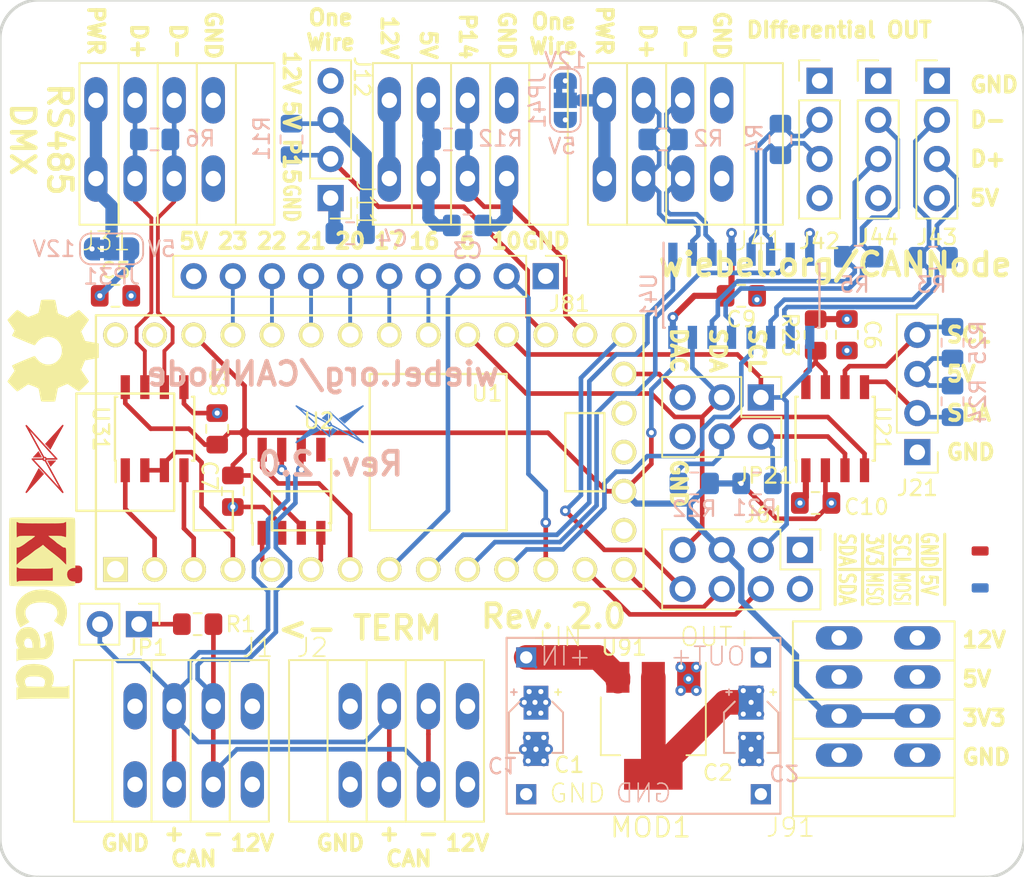
<source format=kicad_pcb>
(kicad_pcb (version 20171130) (host pcbnew 5.0.0)
  (layers (0 F.Cu signal hide) (1 In1.Cu signal hide) (2 In2.Cu signal) (31 B.Cu signal hide) (34 B.Paste user hide) (35 F.Paste user hide) (36 B.SilkS user hide) (37 F.SilkS user hide) (38 B.Mask user) (39 F.Mask user) (44 Edge.Cuts user hide))
  (net 0 "")
  (net 1 GND)
  (net 2 +12V)
  (net 3 +5V)
  (net 4 +3V3)
  (net 5 "Net-(J12-Pad2)")
  (net 6 "Net-(J31-Pad4)")
  (net 7 "Net-(J41-Pad4)")
  (net 8 "Net-(J61-Pad4)")
  (net 9 "Net-(J61-Pad6)")
  (net 10 "Net-(J61-Pad8)")
  (net 11 /6)
  (net 12 /10)
  (net 13 /16)
  (net 14 /17)
  (net 15 /20)
  (net 16 /21)
  (net 17 /22)
  (net 18 /23)
  (net 19 "Net-(JP1-Pad1)")
  (net 20 "Net-(R23-Pad1)")
  (net 21 "Net-(U1-Pad18)")
  (net 22 "Net-(U1-Pad15)")
  (net 23 "Net-(U1-Pad32)")
  (net 24 "Net-(U1-Pad7)")
  (net 25 "Net-(U1-Pad6)")
  (net 26 "Net-(U1-Pad5)")
  (net 27 "Net-(U2-Pad5)")
  (net 28 /CAN-)
  (net 29 /CAN+)
  (net 30 /OW14)
  (net 31 /SDA)
  (net 32 /SCL)
  (net 33 /D1+)
  (net 34 /D1-)
  (net 35 /D2+)
  (net 36 /D3+)
  (net 37 /D4+)
  (net 38 /SCL0_16)
  (net 39 /DI1_7)
  (net 40 /RX1)
  (net 41 /TX2)
  (net 42 /UA1+)
  (net 43 /UA1-)
  (net 44 /EN34_9)
  (net 45 /DI2_8)
  (net 46 /UA3EN_2)
  (net 47 /D4-)
  (net 48 /D2-)
  (net 49 /D3-)
  (net 50 /SDA0_17)
  (net 51 "Net-(JP21-Pad5)")
  (net 52 "Net-(JP21-Pad4)")
  (net 53 "Net-(JP21-Pad2)")
  (module Capacitor_SMD:CP_Elec_3x5.4 (layer B.Cu) (at 118.11 83.82 270)
    (fp_text reference C2 (at 3.048 -2.159 180 unlocked) (layer B.SilkS) (effects (justify mirror)))
    (fp_text value CP)
    (pad 2 smd rect (at 1.5 0 270) (size 2.2 1.6) (layers B.Cu B.Paste B.Mask) (net 1 GND))
    (pad 1 smd rect (at -1.5 0 270) (size 2.2 1.6) (layers B.Cu B.Paste B.Mask) (net 3 +5V))
  )
  (module Capacitor_SMD:CP_Elec_3x5.4 (layer B.Cu) (at 104.14 83.82 270)
    (fp_text reference C1 (at 2.54 2.159 180 unlocked) (layer B.SilkS) (effects (justify mirror)))
    (fp_text value CP)
    (pad 1 smd rect (at -1.5 0 270) (size 2.2 1.6) (layers B.Cu B.Paste B.Mask) (net 2 +12V))
    (pad 2 smd rect (at 1.5 0 270) (size 2.2 1.6) (layers B.Cu B.Paste B.Mask) (net 1 GND))
  )
  (module own:LOGO_MID (layer F.Cu) (at 70.993 64.262 270)
    (fp_text reference "" (at -6.7818 -0.2794 270) (layer F.SilkS) (effects (font (size 1.27 1.27))))
    (fp_text value "" (at -6.7818 -0.2794 270) (layer F.SilkS) (effects (font (size 1.27 1.27))))
    (fp_poly (pts (xy 0.049153 -2.466359) (xy 0.029946 -2.462459) (xy 0.013781 -2.451281) (xy 0.003256 -2.434781) (xy 0 -2.415481) (xy 0.004556 -2.396381) (xy 0.016168 -2.38064) (xy 0.032443 -2.365659) (xy 0.065212 -2.33604) (xy 0.081487 -2.321181) (xy 0.097871 -2.306318) (xy 0.11415 -2.291459) (xy 0.130534 -2.2767) (xy 0.146809 -2.261818) (xy 0.163193 -2.246959) (xy 0.195746 -2.21724) (xy 0.212131 -2.202481) (xy 0.228515 -2.1876) (xy 0.24479 -2.17274) (xy 0.261175 -2.157881) (xy 0.277453 -2.143018) (xy 0.293837 -2.12814) (xy 0.310112 -2.113281) (xy 0.326496 -2.0983) (xy 0.342771 -2.083659) (xy 0.359159 -2.0688) (xy 0.375434 -2.053918) (xy 0.391818 -2.039059) (xy 0.408093 -2.0242) (xy 0.424481 -2.00944) (xy 0.440756 -1.994575) (xy 0.473525 -1.964843) (xy 0.4898 -1.949978) (xy 0.506187 -1.935112) (xy 0.522462 -1.920246) (xy 0.538843 -1.905384) (xy 0.555121 -1.890625) (xy 0.571506 -1.875759) (xy 0.587784 -1.860893) (xy 0.604165 -1.846028) (xy 0.62044 -1.831162) (xy 0.636828 -1.816296) (xy 0.653103 -1.80154) (xy 0.669487 -1.786675) (xy 0.685762 -1.771812) (xy 0.702146 -1.756837) (xy 0.718425 -1.742078) (xy 0.751193 -1.712346) (xy 0.767468 -1.697484) (xy 0.783856 -1.682615) (xy 0.800131 -1.667753) (xy 0.816512 -1.652993) (xy 0.83279 -1.638131) (xy 0.849175 -1.623262) (xy 0.865453 -1.608396) (xy 0.881837 -1.593534) (xy 0.898112 -1.578665) (xy 0.914496 -1.563912) (xy 0.930771 -1.549043) (xy 0.947159 -1.534181) (xy 0.963434 -1.519312) (xy 0.979815 -1.504559) (xy 0.996093 -1.48969) (xy 1.028862 -1.459962) (xy 1.045137 -1.445093) (xy 1.061521 -1.430231) (xy 1.0778 -1.415362) (xy 1.094184 -1.40039) (xy 1.110462 -1.385634) (xy 1.143231 -1.355903) (xy 1.159506 -1.341146) (xy 1.175887 -1.326281) (xy 1.192165 -1.311412) (xy 1.20855 -1.29655) (xy 1.219509 -1.286459) (xy 1.230468 -1.276475) (xy 1.241537 -1.266384) (xy 1.252493 -1.276475) (xy 1.263456 -1.286459) (xy 1.274521 -1.29655) (xy 1.290146 -1.310762) (xy 1.305662 -1.324978) (xy 1.415037 -1.424481) (xy 1.430771 -1.438587) (xy 1.446396 -1.452909) (xy 1.461912 -1.467121) (xy 1.493162 -1.49555) (xy 1.508896 -1.509875) (xy 1.524521 -1.524087) (xy 1.540037 -1.538303) (xy 1.555771 -1.552515) (xy 1.571396 -1.566731) (xy 1.58409 -1.57834) (xy 1.596896 -1.589953) (xy 1.60959 -1.601562) (xy 1.622396 -1.613281) (xy 1.592231 -1.629775) (xy 1.577037 -1.638021) (xy 1.561959 -1.646265) (xy 1.523328 -1.667315) (xy 1.504012 -1.677953) (xy 1.48459 -1.688478) (xy 1.465278 -1.699003) (xy 1.42665 -1.720162) (xy 1.407228 -1.730793) (xy 1.387912 -1.741318) (xy 1.368596 -1.751953) (xy 1.349284 -1.762478) (xy 1.329862 -1.773003) (xy 1.310546 -1.783637) (xy 1.291234 -1.794162) (xy 1.271918 -1.804796) (xy 1.252606 -1.815321) (xy 1.233181 -1.825846) (xy 1.213865 -1.836481) (xy 1.194553 -1.847006) (xy 1.175237 -1.857531) (xy 1.136612 -1.878687) (xy 1.117187 -1.889321) (xy 1.097871 -1.899846) (xy 1.078559 -1.910481) (xy 1.059137 -1.921009) (xy 1.039821 -1.931534) (xy 1.020509 -1.942059) (xy 1.001193 -1.95269) (xy 0.981881 -1.963325) (xy 0.962456 -1.97385) (xy 0.94314 -1.984375) (xy 0.923828 -1.995009) (xy 0.904512 -2.00554) (xy 0.8852 -2.016159) (xy 0.865778 -2.0267) (xy 0.846462 -2.037218) (xy 0.827146 -2.047859) (xy 0.807834 -2.058381) (xy 0.788412 -2.069018) (xy 0.749784 -2.090059) (xy 0.730468 -2.100581) (xy 0.711046 -2.111218) (xy 0.691731 -2.121859) (xy 0.672415 -2.132381) (xy 0.652993 -2.143018) (xy 0.633681 -2.15354) (xy 0.614365 -2.164181) (xy 0.595053 -2.1747) (xy 0.575631 -2.185118) (xy 0.556312 -2.195859) (xy 0.537 -2.206381) (xy 0.517578 -2.217018) (xy 0.498262 -2.22754) (xy 0.47895 -2.238181) (xy 0.459637 -2.2487) (xy 0.440212 -2.259218) (xy 0.420896 -2.269859) (xy 0.401584 -2.280381) (xy 0.382268 -2.291018) (xy 0.362846 -2.30154) (xy 0.343534 -2.312059) (xy 0.324218 -2.3227) (xy 0.304906 -2.333218) (xy 0.28559 -2.343859) (xy 0.266168 -2.354381) (xy 0.246853 -2.365018) (xy 0.227431 -2.37554) (xy 0.208115 -2.386181) (xy 0.169487 -2.407218) (xy 0.150065 -2.417759) (xy 0.13075 -2.428381) (xy 0.111437 -2.439018) (xy 0.092121 -2.44954) (xy 0.0727 -2.460059) (xy 0.061306 -2.46474)) (layer F.Cu) (width 0))
    (fp_poly (pts (xy 1.772787 -1.683918) (xy 1.756512 -1.669162) (xy 1.740125 -1.654187) (xy 1.72385 -1.639321) (xy 1.707465 -1.62435) (xy 1.691187 -1.609375) (xy 1.674806 -1.594509) (xy 1.658418 -1.579537) (xy 1.642143 -1.564562) (xy 1.625759 -1.549696) (xy 1.609375 -1.534612) (xy 1.5931 -1.519746) (xy 1.576712 -1.504884) (xy 1.560331 -1.489909) (xy 1.544053 -1.474937) (xy 1.527668 -1.459962) (xy 1.511393 -1.445093) (xy 1.495009 -1.430121) (xy 1.478625 -1.415256) (xy 1.462346 -1.400284) (xy 1.429578 -1.370334) (xy 1.413303 -1.355468) (xy 1.380534 -1.325521) (xy 1.364259 -1.310656) (xy 1.347871 -1.295681) (xy 1.331596 -1.280709) (xy 1.315212 -1.26584) (xy 1.298828 -1.250868) (xy 1.282553 -1.235893) (xy 1.266165 -1.221028) (xy 1.249784 -1.205946) (xy 1.233509 -1.191187) (xy 1.217121 -1.176215) (xy 1.200846 -1.16124) (xy 1.184462 -1.146375) (xy 1.168078 -1.131403) (xy 1.1518 -1.116428) (xy 1.135415 -1.101562) (xy 1.11914 -1.086587) (xy 1.102756 -1.071721) (xy 1.086481 -1.05664) (xy 1.070093 -1.041775) (xy 1.053712 -1.026912) (xy 1.037437 -1.011937) (xy 1.02105 -0.996962) (xy 1.004775 -0.982096) (xy 0.972006 -0.952146) (xy 0.955731 -0.937284) (xy 0.939343 -0.922309) (xy 0.923068 -0.907337) (xy 0.906684 -0.892468) (xy 0.8903 -0.877493) (xy 0.874021 -0.862521) (xy 0.857637 -0.847656) (xy 0.841256 -0.832684) (xy 0.824978 -0.817709) (xy 0.808593 -0.80284) (xy 0.792315 -0.787868) (xy 0.775934 -0.772893) (xy 0.75955 -0.758031) (xy 0.743271 -0.742946) (xy 0.726887 -0.728081) (xy 0.710612 -0.713215) (xy 0.67784 -0.683268) (xy 0.661565 -0.668403) (xy 0.628796 -0.638456) (xy 0.612521 -0.623587) (xy 0.579753 -0.59364) (xy 0.563478 -0.578775) (xy 0.530709 -0.548828) (xy 0.514431 -0.533962) (xy 0.498046 -0.518987) (xy 0.481771 -0.504012) (xy 0.465387 -0.48915) (xy 0.449003 -0.474175) (xy 0.432725 -0.459203) (xy 0.41634 -0.444228) (xy 0.400062 -0.429362) (xy 0.383681 -0.414281) (xy 0.367296 -0.399521) (xy 0.351018 -0.38455) (xy 0.334637 -0.369575) (xy 0.31825 -0.354709) (xy 0.301975 -0.339737) (xy 0.28559 -0.324762) (xy 0.269206 -0.309896) (xy 0.252931 -0.294921) (xy 0.220159 -0.264975) (xy 0.203884 -0.250109) (xy 0.1875 -0.235134) (xy 0.171225 -0.220159) (xy 0.154837 -0.205296) (xy 0.138456 -0.190321) (xy 0.122178 -0.175456) (xy 0.105793 -0.160481) (xy 0.089518 -0.145509) (xy 0.073134 -0.13064) (xy 0.056859 -0.115668) (xy 0.040471 -0.100587) (xy 0.024087 -0.085828) (xy 0.013237 -0.071615) (xy 0.008246 -0.054471) (xy 0.00955 -0.036675) (xy 0.017143 -0.020509) (xy 0.030056 -0.008031) (xy 0.04644 -0.001084) (xy 0.064237 -0.000543) (xy 0.081056 -0.006293) (xy 0.100478 -0.016928) (xy 0.1199 -0.027668) (xy 0.139321 -0.038303) (xy 0.158853 -0.049043) (xy 0.1977 -0.070312) (xy 0.217121 -0.080946) (xy 0.255968 -0.102321) (xy 0.27539 -0.113062) (xy 0.294812 -0.123696) (xy 0.314237 -0.13444) (xy 0.353081 -0.155709) (xy 0.372506 -0.16645) (xy 0.391928 -0.176975) (xy 0.411459 -0.187715) (xy 0.430881 -0.198459) (xy 0.450303 -0.20909) (xy 0.469728 -0.219837) (xy 0.48915 -0.230468) (xy 0.508571 -0.241209) (xy 0.547415 -0.262478) (xy 0.56684 -0.273218) (xy 0.586371 -0.283856) (xy 0.605687 -0.294487) (xy 0.625109 -0.305231) (xy 0.644637 -0.315862) (xy 0.664062 -0.326496) (xy 0.683487 -0.337237) (xy 0.722331 -0.358509) (xy 0.741753 -0.36914) (xy 0.761175 -0.379884) (xy 0.7806 -0.390625) (xy 0.838865 -0.422525) (xy 0.858287 -0.433268) (xy 0.877712 -0.443903) (xy 0.897137 -0.454643) (xy 0.935981 -0.475912) (xy 0.955403 -0.486653) (xy 0.99425 -0.507921) (xy 1.013671 -0.518662) (xy 1.033203 -0.529296) (xy 1.052625 -0.540037) (xy 1.091471 -0.561306) (xy 1.110893 -0.57205) (xy 1.149737 -0.593315) (xy 1.169162 -0.604059) (xy 1.188587 -0.61469) (xy 1.208009 -0.625434) (xy 1.246853 -0.646703) (xy 1.266275 -0.657337) (xy 1.285809 -0.668078) (xy 1.305121 -0.678712) (xy 1.324543 -0.689453) (xy 1.344075 -0.700087) (xy 1.363496 -0.710828) (xy 1.402343 -0.732096) (xy 1.421765 -0.742837) (xy 1.460612 -0.764106) (xy 1.480037 -0.774846) (xy 1.518881 -0.796115) (xy 1.538303 -0.806859) (xy 1.557725 -0.81749) (xy 1.577146 -0.828234) (xy 1.596571 -0.838865) (xy 1.616103 -0.8495) (xy 1.635525 -0.860243) (xy 1.654946 -0.870878) (xy 1.674368 -0.881618) (xy 1.713215 -0.902887) (xy 1.732637 -0.913628) (xy 1.752168 -0.924262) (xy 1.77159 -0.935006) (xy 1.810437 -0.956271) (xy 1.829862 -0.967012) (xy 1.849284 -0.977646) (xy 1.868706 -0.988387) (xy 1.907553 -1.009659) (xy 1.926975 -1.0204) (xy 1.946396 -1.031034) (xy 1.965928 -1.041559) (xy 1.985353 -1.052409) (xy 2.004781 -1.06304) (xy 2.0242 -1.073787) (xy 2.06304 -1.095053) (xy 2.082459 -1.105793) (xy 2.101881 -1.116428) (xy 2.121318 -1.127168) (xy 2.13434 -1.116537) (xy 2.148318 -1.107531) (xy 2.1633 -1.100153) (xy 2.17904 -1.094509) (xy 2.17904 -0.442709) (xy 2.182618 -0.424043) (xy 2.192918 -0.408093) (xy 2.20854 -0.397243) (xy 2.226881 -0.393118) (xy 2.24554 -0.396265) (xy 2.261618 -0.40614) (xy 2.277881 -0.421115) (xy 2.294159 -0.436087) (xy 2.31044 -0.450956) (xy 2.326818 -0.465818) (xy 2.359381 -0.49555) (xy 2.37564 -0.510525) (xy 2.440759 -0.569987) (xy 2.45704 -0.584962) (xy 2.489581 -0.61469) (xy 2.505959 -0.629559) (xy 2.538518 -0.659287) (xy 2.5548 -0.674262) (xy 2.6199 -0.733725) (xy 2.636181 -0.748696) (xy 2.652459 -0.763562) (xy 2.66884 -0.778428) (xy 2.685118 -0.793293) (xy 2.6709 -0.807184) (xy 2.656681 -0.820962) (xy 2.642581 -0.834853) (xy 2.628359 -0.84874) (xy 2.614259 -0.862521) (xy 2.566081 -0.818578) (xy 2.55014 -0.803928) (xy 2.501959 -0.759984) (xy 2.486 -0.745334) (xy 2.453881 -0.716037) (xy 2.43794 -0.701281) (xy 2.3737 -0.642793) (xy 2.35774 -0.628146) (xy 2.32564 -0.59885) (xy 2.309681 -0.584203) (xy 2.277559 -0.554906) (xy 2.277559 -1.100043) (xy 2.2971 -1.110568) (xy 2.314559 -1.124134) (xy 2.330081 -1.139975) (xy 2.28744 -1.18164) (xy 2.273118 -1.195531) (xy 2.2589 -1.209418) (xy 2.2487 -1.19759) (xy 2.235559 -1.189343) (xy 2.220259 -1.186521) (xy 2.201381 -1.190106) (xy 2.185218 -1.200737) (xy 2.174581 -1.216906) (xy 2.171 -1.235787) (xy 2.173718 -1.250759) (xy 2.18154 -1.263781) (xy 2.192918 -1.273871) (xy 2.1786 -1.287868) (xy 2.150181 -1.315646) (xy 2.135859 -1.329537) (xy 2.12164 -1.343534) (xy 2.10764 -1.328884) (xy 2.0956 -1.31239) (xy 2.085818 -1.294812) (xy 2.078559 -1.275825) (xy 2.074218 -1.256078) (xy 2.0727 -1.235787) (xy 2.07314 -1.2245) (xy 2.07444 -1.213215) (xy 2.05524 -1.20269) (xy 1.997287 -1.170787) (xy 1.977971 -1.160262) (xy 1.939343 -1.138996) (xy 1.919921 -1.128362) (xy 1.900715 -1.117731) (xy 1.881293 -1.107206) (xy 1.82335 -1.075303) (xy 1.804037 -1.064778) (xy 1.784831 -1.054143) (xy 1.746203 -1.032878) (xy 1.726887 -1.022353) (xy 1.688259 -1.001087) (xy 1.668943 -0.990562) (xy 1.611003 -0.958659) (xy 1.591687 -0.948134) (xy 1.533743 -0.916234) (xy 1.514431 -0.905709) (xy 1.456487 -0.873806) (xy 1.437175 -0.863281) (xy 1.359915 -0.820746) (xy 1.340603 -0.810112) (xy 1.301975 -0.788953) (xy 1.282662 -0.778428) (xy 1.244034 -0.757162) (xy 1.224828 -0.746637) (xy 1.186196 -0.725368) (xy 1.166884 -0.714843) (xy 1.10894 -0.68294) (xy 1.089628 -0.672415) (xy 1.070421 -0.661784) (xy 1.051106 -0.65115) (xy 1.03179 -0.640625) (xy 0.97385 -0.608725) (xy 0.954537 -0.5982) (xy 0.89659 -0.566296) (xy 0.877278 -0.555771) (xy 0.819337 -0.523871) (xy 0.800021 -0.513346) (xy 0.742078 -0.481443) (xy 0.722762 -0.470918) (xy 0.684137 -0.449653) (xy 0.664821 -0.439128) (xy 0.645615 -0.428493) (xy 0.626303 -0.417753) (xy 0.606987 -0.407337) (xy 0.549043 -0.375434) (xy 0.529731 -0.364909) (xy 0.491103 -0.34364) (xy 0.471896 -0.333115) (xy 0.433268 -0.31185) (xy 0.413953 -0.301325) (xy 0.394637 -0.290687) (xy 0.492296 -0.379884) (xy 0.508571 -0.394856) (xy 0.541125 -0.424587) (xy 0.557509 -0.439453) (xy 0.573787 -0.454318) (xy 0.590062 -0.46929) (xy 0.67144 -0.543618) (xy 0.687715 -0.558593) (xy 0.752821 -0.617946) (xy 0.769206 -0.632921) (xy 0.785481 -0.647787) (xy 0.801759 -0.662762) (xy 0.899412 -0.751953) (xy 0.915687 -0.766928) (xy 0.931965 -0.78179) (xy 0.94835 -0.796659) (xy 0.964628 -0.811521) (xy 0.980793 -0.826281) (xy 0.997178 -0.841256) (xy 1.046009 -0.88585) (xy 1.062284 -0.900825) (xy 1.176215 -1.004884) (xy 1.19249 -1.019856) (xy 1.208765 -1.034612) (xy 1.225043 -1.049587) (xy 1.257593 -1.079318) (xy 1.273981 -1.094184) (xy 1.306534 -1.123912) (xy 1.322809 -1.138781) (xy 1.453015 -1.257812) (xy 1.46929 -1.272787) (xy 1.583225 -1.376843) (xy 1.5995 -1.391818) (xy 1.615778 -1.406684) (xy 1.632162 -1.42155) (xy 1.762368 -1.540471) (xy 1.778646 -1.555446) (xy 1.84375 -1.614909) (xy 1.829537 -1.628687) (xy 1.815321 -1.642578) (xy 1.801215 -1.656359) (xy 1.787 -1.670246)) (layer F.Cu) (width 0))
    (fp_poly (pts (xy 2.122059 -1.070531) (xy 2.049159 -1.0306) (xy 2.030381 -1.02029) (xy 2.0115 -1.01009) (xy 1.992731 -0.999784) (xy 1.973959 -0.989475) (xy 1.955187 -0.979275) (xy 1.936306 -0.969075) (xy 1.917537 -0.958765) (xy 1.898762 -0.948565) (xy 1.87999 -0.938259) (xy 1.861112 -0.928062) (xy 1.842337 -0.917753) (xy 1.823565 -0.907553) (xy 1.804796 -0.897243) (xy 1.786025 -0.887043) (xy 1.767143 -0.876737) (xy 1.752062 -0.868487) (xy 1.736762 -0.860243) (xy 1.706381 -0.84364) (xy 1.71929 -0.832137) (xy 1.732096 -0.820531) (xy 1.745009 -0.808918) (xy 1.757812 -0.797309) (xy 1.773437 -0.782987) (xy 1.789171 -0.768771) (xy 1.804796 -0.75445) (xy 1.820421 -0.740234) (xy 1.836156 -0.726018) (xy 1.851781 -0.711696) (xy 1.867406 -0.697484) (xy 1.883137 -0.683268) (xy 1.898762 -0.668943) (xy 1.914387 -0.654731) (xy 1.930121 -0.640515) (xy 1.945746 -0.626087) (xy 1.961481 -0.611981) (xy 1.977106 -0.597656) (xy 1.992731 -0.58344) (xy 2.008459 -0.569118) (xy 2.039718 -0.540687) (xy 2.0535 -0.528103) (xy 2.067159 -0.515625) (xy 2.08094 -0.503146) (xy 2.108281 -0.478187) (xy 2.122059 -0.465712)) (layer F.Cu) (width 0))
    (fp_poly (pts (xy 1.772787 -1.683918) (xy 1.787 -1.670246) (xy 1.801215 -1.656359) (xy 1.815321 -1.642578) (xy 1.829537 -1.628687) (xy 1.84375 -1.614909) (xy 1.859915 -1.629559) (xy 1.876193 -1.644531) (xy 1.892362 -1.659287) (xy 1.908528 -1.674153) (xy 1.924806 -1.689018) (xy 1.940971 -1.703775) (xy 1.957246 -1.71864) (xy 1.973415 -1.733396) (xy 1.989584 -1.748262) (xy 2.005859 -1.763021) (xy 2.022018 -1.777887) (xy 2.0382 -1.792643) (xy 2.054459 -1.807509) (xy 2.07064 -1.822265) (xy 2.0868 -1.837131) (xy 2.103081 -1.851781) (xy 2.11924 -1.866753) (xy 2.135418 -1.881512) (xy 2.1517 -1.896375) (xy 2.167859 -1.911134) (xy 2.167859 -1.373696) (xy 2.15114 -1.365668) (xy 2.135859 -1.355253) (xy 2.12164 -1.343534) (xy 2.135859 -1.329537) (xy 2.150181 -1.315646) (xy 2.1786 -1.287868) (xy 2.192918 -1.273871) (xy 2.20574 -1.28179) (xy 2.220259 -1.285156) (xy 2.239259 -1.281465) (xy 2.255318 -1.270725) (xy 2.265959 -1.254775) (xy 2.26964 -1.235787) (xy 2.266281 -1.221896) (xy 2.2589 -1.209418) (xy 2.273118 -1.195531) (xy 2.28744 -1.18164) (xy 2.330081 -1.139975) (xy 2.343 -1.156575) (xy 2.353518 -1.174696) (xy 2.36144 -1.194337) (xy 2.366218 -1.214843) (xy 2.36784 -1.235787) (xy 2.367181 -1.250759) (xy 2.3865 -1.261393) (xy 2.405918 -1.271918) (xy 2.42524 -1.282662) (xy 2.444659 -1.293293) (xy 2.483281 -1.314562) (xy 2.52214 -1.335828) (xy 2.560759 -1.357096) (xy 2.580181 -1.367731) (xy 2.5995 -1.378362) (xy 2.618918 -1.388996) (xy 2.657559 -1.410262) (xy 2.676981 -1.420896) (xy 2.696281 -1.431534) (xy 2.715718 -1.442059) (xy 2.75434 -1.463434) (xy 2.773759 -1.474065) (xy 2.812381 -1.495334) (xy 2.8318 -1.505965) (xy 2.85114 -1.516603) (xy 2.870559 -1.527237) (xy 2.889859 -1.537868) (xy 2.909281 -1.548503) (xy 2.928618 -1.559137) (xy 2.948018 -1.569768) (xy 2.96734 -1.580403) (xy 2.986759 -1.591037) (xy 3.025381 -1.612196) (xy 3.0448 -1.622937) (xy 3.06414 -1.633571) (xy 3.083559 -1.644206) (xy 3.122159 -1.665471) (xy 3.141618 -1.676106) (xy 3.160918 -1.68674) (xy 3.18034 -1.697375) (xy 3.218981 -1.71864) (xy 3.238381 -1.729275) (xy 3.277018 -1.75054) (xy 3.29644 -1.761175) (xy 3.335081 -1.782337) (xy 3.3545 -1.792968) (xy 3.41244 -1.824868) (xy 3.431859 -1.835503) (xy 3.451159 -1.846137) (xy 3.470581 -1.856771) (xy 3.489918 -1.867406) (xy 3.50934 -1.878037) (xy 3.547981 -1.899196) (xy 3.5868 -1.920571) (xy 3.62544 -1.94184) (xy 3.644859 -1.952475) (xy 3.683481 -1.97374) (xy 3.702918 -1.984375) (xy 3.722218 -1.995009) (xy 3.74164 -2.00564) (xy 3.799581 -2.03754) (xy 3.819 -2.048181) (xy 3.85764 -2.06934) (xy 3.877059 -2.080081) (xy 3.9157 -2.10134) (xy 3.935118 -2.111981) (xy 3.97374 -2.13324) (xy 3.993159 -2.143881) (xy 4.012481 -2.154518) (xy 4.031881 -2.16514) (xy 4.051218 -2.175781) (xy 4.03494 -2.1608) (xy 4.018559 -2.14594) (xy 4.002281 -2.130959) (xy 3.985881 -2.1161) (xy 3.969618 -2.101118) (xy 3.953218 -2.086159) (xy 3.936859 -2.071281) (xy 3.920581 -2.056318) (xy 3.9042 -2.041459) (xy 3.887918 -2.026481) (xy 3.871518 -2.0115) (xy 3.855259 -1.996637) (xy 3.838859 -1.981662) (xy 3.822581 -1.966796) (xy 3.8062 -1.951821) (xy 3.78994 -1.936959) (xy 3.757159 -1.907009) (xy 3.740881 -1.892143) (xy 3.7245 -1.877168) (xy 3.708218 -1.862196) (xy 3.69184 -1.847331) (xy 3.675559 -1.832465) (xy 3.659281 -1.81749) (xy 3.642918 -1.802625) (xy 3.626518 -1.787653) (xy 3.61024 -1.772787) (xy 3.593981 -1.757812) (xy 3.577581 -1.742946) (xy 3.5613 -1.727971) (xy 3.544918 -1.713109) (xy 3.52864 -1.698134) (xy 3.512259 -1.683268) (xy 3.495981 -1.668293) (xy 3.479618 -1.653428) (xy 3.46334 -1.638456) (xy 3.44694 -1.623587) (xy 3.430659 -1.608615) (xy 3.414281 -1.59364) (xy 3.398 -1.578775) (xy 3.381718 -1.563912) (xy 3.36534 -1.548937) (xy 3.348981 -1.534071) (xy 3.3327 -1.519096) (xy 3.3163 -1.504121) (xy 3.300018 -1.489259) (xy 3.28364 -1.474284) (xy 3.267359 -1.459418) (xy 3.250981 -1.444337) (xy 3.2347 -1.429578) (xy 3.2183 -1.414606) (xy 3.202018 -1.399737) (xy 3.185659 -1.384765) (xy 3.169381 -1.3699) (xy 3.153 -1.354925) (xy 3.136718 -1.339953) (xy 3.12034 -1.325087) (xy 3.104059 -1.310112) (xy 3.087659 -1.295246) (xy 3.071381 -1.280271) (xy 3.055 -1.265409) (xy 3.03874 -1.250434) (xy 3.022481 -1.235568) (xy 3.006081 -1.220593) (xy 2.9898 -1.205731) (xy 2.973418 -1.190756) (xy 2.95714 -1.175887) (xy 2.94074 -1.160809) (xy 2.924481 -1.14605) (xy 2.908081 -1.131187) (xy 2.8918 -1.116212) (xy 2.875559 -1.101343) (xy 2.859159 -1.086371) (xy 2.842881 -1.071506) (xy 2.8265 -1.056534) (xy 2.810218 -1.041559) (xy 2.79384 -1.02669) (xy 2.777559 -1.011828) (xy 2.761281 -0.996853) (xy 2.7449 -0.981987) (xy 2.728618 -0.967012) (xy 2.71224 -0.952146) (xy 2.695959 -0.937175) (xy 2.679581 -0.922309) (xy 2.6632 -0.907337) (xy 2.646918 -0.892253) (xy 2.63054 -0.877493) (xy 2.614259 -0.862521) (xy 2.628359 -0.84874) (xy 2.642581 -0.834853) (xy 2.656681 -0.820962) (xy 2.6709 -0.807184) (xy 2.685118 -0.793293) (xy 2.783418 -0.883031) (xy 2.7998 -0.898218) (xy 2.8162 -0.913087) (xy 2.832581 -0.928062) (xy 2.86534 -0.958009) (xy 2.881718 -0.97309) (xy 2.898118 -0.987956) (xy 2.9145 -1.002931) (xy 2.930781 -1.017903) (xy 3.192918 -1.257487) (xy 3.2093 -1.272568) (xy 3.2258 -1.287543) (xy 3.27494 -1.332465) (xy 3.291218 -1.347437) (xy 3.307618 -1.362196) (xy 3.602518 -1.631837) (xy 3.6188 -1.646812) (xy 3.6353 -1.661784) (xy 3.668081 -1.691731) (xy 3.684359 -1.706706) (xy 3.70084 -1.721681) (xy 3.717218 -1.736653) (xy 3.7335 -1.751628) (xy 3.766281 -1.781575) (xy 3.782781 -1.79655) (xy 3.799159 -1.811521) (xy 3.815418 -1.826496) (xy 3.831918 -1.841362) (xy 3.8482 -1.856443) (xy 3.8647 -1.871418) (xy 3.881081 -1.886393) (xy 3.897359 -1.901365) (xy 3.913759 -1.91634) (xy 3.930218 -1.931312) (xy 3.995781 -1.991212) (xy 4.012059 -2.006181) (xy 4.028418 -2.021159) (xy 4.044918 -2.03614) (xy 4.0612 -2.0511) (xy 4.356118 -2.32054) (xy 4.3725 -2.335718) (xy 4.421659 -2.38064) (xy 4.433481 -2.396381) (xy 4.43814 -2.415359) (xy 4.434881 -2.434781) (xy 4.424159 -2.451281) (xy 4.407781 -2.462559) (xy 4.38834 -2.466359) (xy 4.3762 -2.46474) (xy 4.3648 -2.460059) (xy 4.32594 -2.4388) (xy 4.306518 -2.428059) (xy 4.287 -2.417418) (xy 4.267581 -2.4068) (xy 4.248159 -2.39604) (xy 4.228718 -2.3853) (xy 4.2093 -2.374681) (xy 4.170481 -2.3534) (xy 4.151059 -2.342659) (xy 4.1122 -2.3214) (xy 4.092781 -2.310659) (xy 4.073359 -2.300018) (xy 4.053918 -2.289281) (xy 4.0345 -2.27864) (xy 4.015081 -2.2679) (xy 3.995559 -2.257259) (xy 3.97614 -2.24664) (xy 3.9567 -2.2359) (xy 3.937281 -2.225259) (xy 3.917859 -2.214518) (xy 3.879018 -2.193259) (xy 3.859581 -2.1825) (xy 3.82074 -2.16124) (xy 3.80134 -2.1504) (xy 3.762481 -2.12924) (xy 3.743059 -2.118481) (xy 3.704218 -2.097118) (xy 3.684781 -2.086481) (xy 3.64594 -2.065218) (xy 3.626518 -2.054459) (xy 3.607081 -2.04384) (xy 3.587659 -2.0331) (xy 3.54884 -2.011818) (xy 3.529418 -2.001081) (xy 3.490559 -1.979815) (xy 3.47114 -1.969075) (xy 3.4323 -1.947809) (xy 3.412859 -1.937065) (xy 3.39344 -1.926434) (xy 3.374018 -1.915687) (xy 3.335159 -1.894421) (xy 3.31574 -1.883681) (xy 3.296218 -1.873046) (xy 3.276918 -1.862412) (xy 3.257381 -1.851671) (xy 3.23794 -1.841037) (xy 3.218518 -1.830293) (xy 3.1797 -1.808918) (xy 3.160281 -1.798287) (xy 3.121418 -1.777018) (xy 3.102 -1.766275) (xy 3.082581 -1.75564) (xy 3.06314 -1.7449) (xy 3.0243 -1.723634) (xy 3.004881 -1.71289) (xy 2.966018 -1.691621) (xy 2.946618 -1.680881) (xy 2.907781 -1.659612) (xy 2.88834 -1.648871) (xy 2.868918 -1.638237) (xy 2.8495 -1.627493) (xy 2.830081 -1.616862) (xy 2.810559 -1.606228) (xy 2.791118 -1.595487) (xy 2.7717 -1.584853) (xy 2.752281 -1.574003) (xy 2.71344 -1.55284) (xy 2.694018 -1.5421) (xy 2.674581 -1.531465) (xy 2.655159 -1.520725) (xy 2.63574 -1.51009) (xy 2.616218 -1.49935) (xy 2.577359 -1.478081) (xy 2.55794 -1.467337) (xy 2.5191 -1.446071) (xy 2.499781 -1.435331) (xy 2.480259 -1.424696) (xy 2.460818 -1.414062) (xy 2.4414 -1.403318) (xy 2.421981 -1.392687) (xy 2.402559 -1.381837) (xy 2.363718 -1.360678) (xy 2.3443 -1.349937) (xy 2.324859 -1.3393) (xy 2.311959 -1.350912) (xy 2.297859 -1.360893) (xy 2.282559 -1.36914) (xy 2.2665 -1.375759) (xy 2.2665 -2.023318) (xy 2.263018 -2.041881) (xy 2.252818 -2.057718) (xy 2.2373 -2.068459) (xy 2.218859 -2.0727) (xy 2.200081 -2.069659) (xy 2.183818 -2.059781) (xy 2.168081 -2.045359) (xy 2.15224 -2.030918) (xy 2.1364 -2.016381) (xy 2.120659 -2.001959) (xy 2.088981 -1.97309) (xy 2.07324 -1.958659) (xy 2.0574 -1.944228) (xy 2.041559 -1.929687) (xy 2.025718 -1.915256) (xy 2.009981 -1.900825) (xy 1.9783 -1.871962) (xy 1.962562 -1.857421) (xy 1.930881 -1.828559) (xy 1.915146 -1.814128) (xy 1.883462 -1.785262) (xy 1.867621 -1.770725) (xy 1.851887 -1.756293) (xy 1.836046 -1.741862) (xy 1.820312 -1.727431) (xy 1.804468 -1.71289) (xy 1.788628 -1.698459)) (layer F.Cu) (width 0))
    (fp_poly (pts (xy 2.318581 -1.995225) (xy 2.318581 -1.4018) (xy 2.3915 -1.441731) (xy 2.428159 -1.461696) (xy 2.4464 -1.471681) (xy 2.501418 -1.501628) (xy 2.51964 -1.511503) (xy 2.537981 -1.521484) (xy 2.574659 -1.54145) (xy 2.592881 -1.551434) (xy 2.629559 -1.571396) (xy 2.647781 -1.581381) (xy 2.666118 -1.591362) (xy 2.726881 -1.62435) (xy 2.714081 -1.635959) (xy 2.701181 -1.647568) (xy 2.688359 -1.659287) (xy 2.675559 -1.670896) (xy 2.64324 -1.700193) (xy 2.627059 -1.714953) (xy 2.6109 -1.7296) (xy 2.594718 -1.744359) (xy 2.5624 -1.773656) (xy 2.54634 -1.788303) (xy 2.530159 -1.803062) (xy 2.49784 -1.832356) (xy 2.481659 -1.847112) (xy 2.4655 -1.861762) (xy 2.449318 -1.876518) (xy 2.417 -1.905815) (xy 2.400818 -1.920571) (xy 2.38444 -1.935437) (xy 2.36794 -1.950412) (xy 2.351459 -1.965168) (xy 2.335059 -1.980253)) (layer F.Cu) (width 0))
    (fp_poly (pts (xy 3.193259 -1.200087) (xy 3.1823 -1.189993) (xy 3.171218 -1.179906) (xy 3.160281 -1.169812) (xy 3.113381 -1.127168) (xy 3.097659 -1.112956) (xy 3.035159 -1.056096) (xy 3.019418 -1.041884) (xy 2.9413 -0.970812) (xy 2.925559 -0.956596) (xy 2.863059 -0.899737) (xy 2.85014 -0.888131) (xy 2.837359 -0.876412) (xy 2.82444 -0.8648) (xy 2.81164 -0.853187) (xy 2.872381 -0.820203) (xy 2.891718 -0.809568) (xy 2.91114 -0.799043) (xy 2.93044 -0.788518) (xy 2.949759 -0.777887) (xy 2.969081 -0.767253) (xy 2.9885 -0.756728) (xy 3.0078 -0.746203) (xy 3.02714 -0.735568) (xy 3.046559 -0.725043) (xy 3.065859 -0.714518) (xy 3.085159 -0.703884) (xy 3.1045 -0.693359) (xy 3.123918 -0.682834) (xy 3.143218 -0.6722) (xy 3.162559 -0.661675) (xy 3.181859 -0.65104) (xy 3.201159 -0.640515) (xy 3.220581 -0.62999) (xy 3.239918 -0.619359) (xy 3.278518 -0.598309) (xy 3.297981 -0.587675) (xy 3.317281 -0.577146) (xy 3.336581 -0.566512) (xy 3.355918 -0.555987) (xy 3.37534 -0.545356) (xy 3.41394 -0.524196) (xy 3.433381 -0.513671) (xy 3.4527 -0.503146) (xy 3.472 -0.492512) (xy 3.51064 -0.471462) (xy 3.530059 -0.460828) (xy 3.549359 -0.450303) (xy 3.5687 -0.439668) (xy 3.588 -0.429143) (xy 3.607418 -0.418618) (xy 3.626759 -0.407987) (xy 3.646159 -0.397462) (xy 3.665481 -0.386828) (xy 3.704118 -0.365668) (xy 3.723518 -0.355143) (xy 3.74284 -0.344618) (xy 3.762159 -0.333984) (xy 3.781581 -0.323459) (xy 3.800881 -0.312825) (xy 3.8202 -0.3023) (xy 3.83964 -0.291559) (xy 3.878259 -0.270615) (xy 3.897659 -0.259981) (xy 3.917 -0.249459) (xy 3.9363 -0.238825) (xy 3.955718 -0.228296) (xy 3.975059 -0.217662) (xy 3.994359 -0.20714) (xy 4.013781 -0.196615) (xy 4.033081 -0.185981) (xy 4.052418 -0.175456) (xy 4.071718 -0.164821) (xy 4.09114 -0.154296) (xy 4.110481 -0.143771) (xy 4.129781 -0.133028) (xy 4.149081 -0.122612) (xy 4.1685 -0.111978) (xy 4.18784 -0.101453) (xy 4.20724 -0.090818) (xy 4.226559 -0.080293) (xy 4.245881 -0.069662) (xy 4.2653 -0.059137) (xy 4.284618 -0.048503) (xy 4.303918 -0.037978) (xy 4.32324 -0.027453) (xy 4.342659 -0.016818) (xy 4.361981 -0.006293) (xy 4.3788 -0.000978) (xy 4.396381 -0.001843) (xy 4.412559 -0.008896) (xy 4.42514 -0.021265) (xy 4.432618 -0.037218) (xy 4.434018 -0.054796) (xy 4.42914 -0.071721) (xy 4.418618 -0.085828) (xy 4.385859 -0.115559) (xy 4.369581 -0.130315) (xy 4.3532 -0.145181) (xy 4.336918 -0.160046) (xy 4.320518 -0.174912) (xy 4.304259 -0.189778) (xy 4.287859 -0.204643) (xy 4.271581 -0.219403) (xy 4.255218 -0.234265) (xy 4.23894 -0.249131) (xy 4.222559 -0.263996) (xy 4.206281 -0.278862) (xy 4.189881 -0.293728) (xy 4.173618 -0.308593) (xy 4.157218 -0.323459) (xy 4.14094 -0.338215) (xy 4.124559 -0.353081) (xy 4.108281 -0.367946) (xy 4.091918 -0.382812) (xy 4.07564 -0.397678) (xy 4.05924 -0.412437) (xy 4.042981 -0.4273) (xy 4.026581 -0.442059) (xy 4.0103 -0.457031) (xy 3.977518 -0.486762) (xy 3.96124 -0.501628) (xy 3.944881 -0.516493) (xy 3.928618 -0.53114) (xy 3.912218 -0.546115) (xy 3.89594 -0.560981) (xy 3.879559 -0.575846) (xy 3.863281 -0.590712) (xy 3.846881 -0.605468) (xy 3.830618 -0.620334) (xy 3.814259 -0.6352) (xy 3.797981 -0.650062) (xy 3.781581 -0.664931) (xy 3.7653 -0.679796) (xy 3.748918 -0.694662) (xy 3.73264 -0.709418) (xy 3.699859 -0.73915) (xy 3.683581 -0.754012) (xy 3.667218 -0.768881) (xy 3.65094 -0.783743) (xy 3.634559 -0.798503) (xy 3.618281 -0.813478) (xy 3.601881 -0.828234) (xy 3.585618 -0.8431) (xy 3.569218 -0.857962) (xy 3.55294 -0.872831) (xy 3.5202 -0.902562) (xy 3.503918 -0.917315) (xy 3.48764 -0.932184) (xy 3.47124 -0.94705) (xy 3.454981 -0.961912) (xy 3.4222 -0.991643) (xy 3.405918 -1.006512) (xy 3.389518 -1.021375) (xy 3.373281 -1.036134) (xy 3.356881 -1.050996) (xy 3.340618 -1.065862) (xy 3.30784 -1.095593) (xy 3.291559 -1.110462) (xy 3.275159 -1.125325) (xy 3.258881 -1.14019) (xy 3.2425 -1.154946) (xy 3.22624 -1.169812) (xy 3.215281 -1.179906) (xy 3.204218 -1.189993)) (layer F.Cu) (width 0))
  )
  (module own:LOGO_MID (layer B.Cu) (at 88.519 62.992)
    (fp_text reference "" (at -6.7818 0.2794) (layer B.SilkS) (effects (font (size 1.27 1.27)) (justify mirror)))
    (fp_text value "" (at -6.7818 0.2794) (layer B.SilkS) (effects (font (size 1.27 1.27)) (justify mirror)))
    (fp_poly (pts (xy 3.193259 1.200087) (xy 3.1823 1.189993) (xy 3.171218 1.179906) (xy 3.160281 1.169812) (xy 3.113381 1.127168) (xy 3.097659 1.112956) (xy 3.035159 1.056096) (xy 3.019418 1.041884) (xy 2.9413 0.970812) (xy 2.925559 0.956596) (xy 2.863059 0.899737) (xy 2.85014 0.888131) (xy 2.837359 0.876412) (xy 2.82444 0.8648) (xy 2.81164 0.853187) (xy 2.872381 0.820203) (xy 2.891718 0.809568) (xy 2.91114 0.799043) (xy 2.93044 0.788518) (xy 2.949759 0.777887) (xy 2.969081 0.767253) (xy 2.9885 0.756728) (xy 3.0078 0.746203) (xy 3.02714 0.735568) (xy 3.046559 0.725043) (xy 3.065859 0.714518) (xy 3.085159 0.703884) (xy 3.1045 0.693359) (xy 3.123918 0.682834) (xy 3.143218 0.6722) (xy 3.162559 0.661675) (xy 3.181859 0.65104) (xy 3.201159 0.640515) (xy 3.220581 0.62999) (xy 3.239918 0.619359) (xy 3.278518 0.598309) (xy 3.297981 0.587675) (xy 3.317281 0.577146) (xy 3.336581 0.566512) (xy 3.355918 0.555987) (xy 3.37534 0.545356) (xy 3.41394 0.524196) (xy 3.433381 0.513671) (xy 3.4527 0.503146) (xy 3.472 0.492512) (xy 3.51064 0.471462) (xy 3.530059 0.460828) (xy 3.549359 0.450303) (xy 3.5687 0.439668) (xy 3.588 0.429143) (xy 3.607418 0.418618) (xy 3.626759 0.407987) (xy 3.646159 0.397462) (xy 3.665481 0.386828) (xy 3.704118 0.365668) (xy 3.723518 0.355143) (xy 3.74284 0.344618) (xy 3.762159 0.333984) (xy 3.781581 0.323459) (xy 3.800881 0.312825) (xy 3.8202 0.3023) (xy 3.83964 0.291559) (xy 3.878259 0.270615) (xy 3.897659 0.259981) (xy 3.917 0.249459) (xy 3.9363 0.238825) (xy 3.955718 0.228296) (xy 3.975059 0.217662) (xy 3.994359 0.20714) (xy 4.013781 0.196615) (xy 4.033081 0.185981) (xy 4.052418 0.175456) (xy 4.071718 0.164821) (xy 4.09114 0.154296) (xy 4.110481 0.143771) (xy 4.129781 0.133028) (xy 4.149081 0.122612) (xy 4.1685 0.111978) (xy 4.18784 0.101453) (xy 4.20724 0.090818) (xy 4.226559 0.080293) (xy 4.245881 0.069662) (xy 4.2653 0.059137) (xy 4.284618 0.048503) (xy 4.303918 0.037978) (xy 4.32324 0.027453) (xy 4.342659 0.016818) (xy 4.361981 0.006293) (xy 4.3788 0.000978) (xy 4.396381 0.001843) (xy 4.412559 0.008896) (xy 4.42514 0.021265) (xy 4.432618 0.037218) (xy 4.434018 0.054796) (xy 4.42914 0.071721) (xy 4.418618 0.085828) (xy 4.385859 0.115559) (xy 4.369581 0.130315) (xy 4.3532 0.145181) (xy 4.336918 0.160046) (xy 4.320518 0.174912) (xy 4.304259 0.189778) (xy 4.287859 0.204643) (xy 4.271581 0.219403) (xy 4.255218 0.234265) (xy 4.23894 0.249131) (xy 4.222559 0.263996) (xy 4.206281 0.278862) (xy 4.189881 0.293728) (xy 4.173618 0.308593) (xy 4.157218 0.323459) (xy 4.14094 0.338215) (xy 4.124559 0.353081) (xy 4.108281 0.367946) (xy 4.091918 0.382812) (xy 4.07564 0.397678) (xy 4.05924 0.412437) (xy 4.042981 0.4273) (xy 4.026581 0.442059) (xy 4.0103 0.457031) (xy 3.977518 0.486762) (xy 3.96124 0.501628) (xy 3.944881 0.516493) (xy 3.928618 0.53114) (xy 3.912218 0.546115) (xy 3.89594 0.560981) (xy 3.879559 0.575846) (xy 3.863281 0.590712) (xy 3.846881 0.605468) (xy 3.830618 0.620334) (xy 3.814259 0.6352) (xy 3.797981 0.650062) (xy 3.781581 0.664931) (xy 3.7653 0.679796) (xy 3.748918 0.694662) (xy 3.73264 0.709418) (xy 3.699859 0.73915) (xy 3.683581 0.754012) (xy 3.667218 0.768881) (xy 3.65094 0.783743) (xy 3.634559 0.798503) (xy 3.618281 0.813478) (xy 3.601881 0.828234) (xy 3.585618 0.8431) (xy 3.569218 0.857962) (xy 3.55294 0.872831) (xy 3.5202 0.902562) (xy 3.503918 0.917315) (xy 3.48764 0.932184) (xy 3.47124 0.94705) (xy 3.454981 0.961912) (xy 3.4222 0.991643) (xy 3.405918 1.006512) (xy 3.389518 1.021375) (xy 3.373281 1.036134) (xy 3.356881 1.050996) (xy 3.340618 1.065862) (xy 3.30784 1.095593) (xy 3.291559 1.110462) (xy 3.275159 1.125325) (xy 3.258881 1.14019) (xy 3.2425 1.154946) (xy 3.22624 1.169812) (xy 3.215281 1.179906) (xy 3.204218 1.189993)) (layer B.Cu) (width 0))
    (fp_poly (pts (xy 2.318581 1.995225) (xy 2.318581 1.4018) (xy 2.3915 1.441731) (xy 2.428159 1.461696) (xy 2.4464 1.471681) (xy 2.501418 1.501628) (xy 2.51964 1.511503) (xy 2.537981 1.521484) (xy 2.574659 1.54145) (xy 2.592881 1.551434) (xy 2.629559 1.571396) (xy 2.647781 1.581381) (xy 2.666118 1.591362) (xy 2.726881 1.62435) (xy 2.714081 1.635959) (xy 2.701181 1.647568) (xy 2.688359 1.659287) (xy 2.675559 1.670896) (xy 2.64324 1.700193) (xy 2.627059 1.714953) (xy 2.6109 1.7296) (xy 2.594718 1.744359) (xy 2.5624 1.773656) (xy 2.54634 1.788303) (xy 2.530159 1.803062) (xy 2.49784 1.832356) (xy 2.481659 1.847112) (xy 2.4655 1.861762) (xy 2.449318 1.876518) (xy 2.417 1.905815) (xy 2.400818 1.920571) (xy 2.38444 1.935437) (xy 2.36794 1.950412) (xy 2.351459 1.965168) (xy 2.335059 1.980253)) (layer B.Cu) (width 0))
    (fp_poly (pts (xy 1.772787 1.683918) (xy 1.787 1.670246) (xy 1.801215 1.656359) (xy 1.815321 1.642578) (xy 1.829537 1.628687) (xy 1.84375 1.614909) (xy 1.859915 1.629559) (xy 1.876193 1.644531) (xy 1.892362 1.659287) (xy 1.908528 1.674153) (xy 1.924806 1.689018) (xy 1.940971 1.703775) (xy 1.957246 1.71864) (xy 1.973415 1.733396) (xy 1.989584 1.748262) (xy 2.005859 1.763021) (xy 2.022018 1.777887) (xy 2.0382 1.792643) (xy 2.054459 1.807509) (xy 2.07064 1.822265) (xy 2.0868 1.837131) (xy 2.103081 1.851781) (xy 2.11924 1.866753) (xy 2.135418 1.881512) (xy 2.1517 1.896375) (xy 2.167859 1.911134) (xy 2.167859 1.373696) (xy 2.15114 1.365668) (xy 2.135859 1.355253) (xy 2.12164 1.343534) (xy 2.135859 1.329537) (xy 2.150181 1.315646) (xy 2.1786 1.287868) (xy 2.192918 1.273871) (xy 2.20574 1.28179) (xy 2.220259 1.285156) (xy 2.239259 1.281465) (xy 2.255318 1.270725) (xy 2.265959 1.254775) (xy 2.26964 1.235787) (xy 2.266281 1.221896) (xy 2.2589 1.209418) (xy 2.273118 1.195531) (xy 2.28744 1.18164) (xy 2.330081 1.139975) (xy 2.343 1.156575) (xy 2.353518 1.174696) (xy 2.36144 1.194337) (xy 2.366218 1.214843) (xy 2.36784 1.235787) (xy 2.367181 1.250759) (xy 2.3865 1.261393) (xy 2.405918 1.271918) (xy 2.42524 1.282662) (xy 2.444659 1.293293) (xy 2.483281 1.314562) (xy 2.52214 1.335828) (xy 2.560759 1.357096) (xy 2.580181 1.367731) (xy 2.5995 1.378362) (xy 2.618918 1.388996) (xy 2.657559 1.410262) (xy 2.676981 1.420896) (xy 2.696281 1.431534) (xy 2.715718 1.442059) (xy 2.75434 1.463434) (xy 2.773759 1.474065) (xy 2.812381 1.495334) (xy 2.8318 1.505965) (xy 2.85114 1.516603) (xy 2.870559 1.527237) (xy 2.889859 1.537868) (xy 2.909281 1.548503) (xy 2.928618 1.559137) (xy 2.948018 1.569768) (xy 2.96734 1.580403) (xy 2.986759 1.591037) (xy 3.025381 1.612196) (xy 3.0448 1.622937) (xy 3.06414 1.633571) (xy 3.083559 1.644206) (xy 3.122159 1.665471) (xy 3.141618 1.676106) (xy 3.160918 1.68674) (xy 3.18034 1.697375) (xy 3.218981 1.71864) (xy 3.238381 1.729275) (xy 3.277018 1.75054) (xy 3.29644 1.761175) (xy 3.335081 1.782337) (xy 3.3545 1.792968) (xy 3.41244 1.824868) (xy 3.431859 1.835503) (xy 3.451159 1.846137) (xy 3.470581 1.856771) (xy 3.489918 1.867406) (xy 3.50934 1.878037) (xy 3.547981 1.899196) (xy 3.5868 1.920571) (xy 3.62544 1.94184) (xy 3.644859 1.952475) (xy 3.683481 1.97374) (xy 3.702918 1.984375) (xy 3.722218 1.995009) (xy 3.74164 2.00564) (xy 3.799581 2.03754) (xy 3.819 2.048181) (xy 3.85764 2.06934) (xy 3.877059 2.080081) (xy 3.9157 2.10134) (xy 3.935118 2.111981) (xy 3.97374 2.13324) (xy 3.993159 2.143881) (xy 4.012481 2.154518) (xy 4.031881 2.16514) (xy 4.051218 2.175781) (xy 4.03494 2.1608) (xy 4.018559 2.14594) (xy 4.002281 2.130959) (xy 3.985881 2.1161) (xy 3.969618 2.101118) (xy 3.953218 2.086159) (xy 3.936859 2.071281) (xy 3.920581 2.056318) (xy 3.9042 2.041459) (xy 3.887918 2.026481) (xy 3.871518 2.0115) (xy 3.855259 1.996637) (xy 3.838859 1.981662) (xy 3.822581 1.966796) (xy 3.8062 1.951821) (xy 3.78994 1.936959) (xy 3.757159 1.907009) (xy 3.740881 1.892143) (xy 3.7245 1.877168) (xy 3.708218 1.862196) (xy 3.69184 1.847331) (xy 3.675559 1.832465) (xy 3.659281 1.81749) (xy 3.642918 1.802625) (xy 3.626518 1.787653) (xy 3.61024 1.772787) (xy 3.593981 1.757812) (xy 3.577581 1.742946) (xy 3.5613 1.727971) (xy 3.544918 1.713109) (xy 3.52864 1.698134) (xy 3.512259 1.683268) (xy 3.495981 1.668293) (xy 3.479618 1.653428) (xy 3.46334 1.638456) (xy 3.44694 1.623587) (xy 3.430659 1.608615) (xy 3.414281 1.59364) (xy 3.398 1.578775) (xy 3.381718 1.563912) (xy 3.36534 1.548937) (xy 3.348981 1.534071) (xy 3.3327 1.519096) (xy 3.3163 1.504121) (xy 3.300018 1.489259) (xy 3.28364 1.474284) (xy 3.267359 1.459418) (xy 3.250981 1.444337) (xy 3.2347 1.429578) (xy 3.2183 1.414606) (xy 3.202018 1.399737) (xy 3.185659 1.384765) (xy 3.169381 1.3699) (xy 3.153 1.354925) (xy 3.136718 1.339953) (xy 3.12034 1.325087) (xy 3.104059 1.310112) (xy 3.087659 1.295246) (xy 3.071381 1.280271) (xy 3.055 1.265409) (xy 3.03874 1.250434) (xy 3.022481 1.235568) (xy 3.006081 1.220593) (xy 2.9898 1.205731) (xy 2.973418 1.190756) (xy 2.95714 1.175887) (xy 2.94074 1.160809) (xy 2.924481 1.14605) (xy 2.908081 1.131187) (xy 2.8918 1.116212) (xy 2.875559 1.101343) (xy 2.859159 1.086371) (xy 2.842881 1.071506) (xy 2.8265 1.056534) (xy 2.810218 1.041559) (xy 2.79384 1.02669) (xy 2.777559 1.011828) (xy 2.761281 0.996853) (xy 2.7449 0.981987) (xy 2.728618 0.967012) (xy 2.71224 0.952146) (xy 2.695959 0.937175) (xy 2.679581 0.922309) (xy 2.6632 0.907337) (xy 2.646918 0.892253) (xy 2.63054 0.877493) (xy 2.614259 0.862521) (xy 2.628359 0.84874) (xy 2.642581 0.834853) (xy 2.656681 0.820962) (xy 2.6709 0.807184) (xy 2.685118 0.793293) (xy 2.783418 0.883031) (xy 2.7998 0.898218) (xy 2.8162 0.913087) (xy 2.832581 0.928062) (xy 2.86534 0.958009) (xy 2.881718 0.97309) (xy 2.898118 0.987956) (xy 2.9145 1.002931) (xy 2.930781 1.017903) (xy 3.192918 1.257487) (xy 3.2093 1.272568) (xy 3.2258 1.287543) (xy 3.27494 1.332465) (xy 3.291218 1.347437) (xy 3.307618 1.362196) (xy 3.602518 1.631837) (xy 3.6188 1.646812) (xy 3.6353 1.661784) (xy 3.668081 1.691731) (xy 3.684359 1.706706) (xy 3.70084 1.721681) (xy 3.717218 1.736653) (xy 3.7335 1.751628) (xy 3.766281 1.781575) (xy 3.782781 1.79655) (xy 3.799159 1.811521) (xy 3.815418 1.826496) (xy 3.831918 1.841362) (xy 3.8482 1.856443) (xy 3.8647 1.871418) (xy 3.881081 1.886393) (xy 3.897359 1.901365) (xy 3.913759 1.91634) (xy 3.930218 1.931312) (xy 3.995781 1.991212) (xy 4.012059 2.006181) (xy 4.028418 2.021159) (xy 4.044918 2.03614) (xy 4.0612 2.0511) (xy 4.356118 2.32054) (xy 4.3725 2.335718) (xy 4.421659 2.38064) (xy 4.433481 2.396381) (xy 4.43814 2.415359) (xy 4.434881 2.434781) (xy 4.424159 2.451281) (xy 4.407781 2.462559) (xy 4.38834 2.466359) (xy 4.3762 2.46474) (xy 4.3648 2.460059) (xy 4.32594 2.4388) (xy 4.306518 2.428059) (xy 4.287 2.417418) (xy 4.267581 2.4068) (xy 4.248159 2.39604) (xy 4.228718 2.3853) (xy 4.2093 2.374681) (xy 4.170481 2.3534) (xy 4.151059 2.342659) (xy 4.1122 2.3214) (xy 4.092781 2.310659) (xy 4.073359 2.300018) (xy 4.053918 2.289281) (xy 4.0345 2.27864) (xy 4.015081 2.2679) (xy 3.995559 2.257259) (xy 3.97614 2.24664) (xy 3.9567 2.2359) (xy 3.937281 2.225259) (xy 3.917859 2.214518) (xy 3.879018 2.193259) (xy 3.859581 2.1825) (xy 3.82074 2.16124) (xy 3.80134 2.1504) (xy 3.762481 2.12924) (xy 3.743059 2.118481) (xy 3.704218 2.097118) (xy 3.684781 2.086481) (xy 3.64594 2.065218) (xy 3.626518 2.054459) (xy 3.607081 2.04384) (xy 3.587659 2.0331) (xy 3.54884 2.011818) (xy 3.529418 2.001081) (xy 3.490559 1.979815) (xy 3.47114 1.969075) (xy 3.4323 1.947809) (xy 3.412859 1.937065) (xy 3.39344 1.926434) (xy 3.374018 1.915687) (xy 3.335159 1.894421) (xy 3.31574 1.883681) (xy 3.296218 1.873046) (xy 3.276918 1.862412) (xy 3.257381 1.851671) (xy 3.23794 1.841037) (xy 3.218518 1.830293) (xy 3.1797 1.808918) (xy 3.160281 1.798287) (xy 3.121418 1.777018) (xy 3.102 1.766275) (xy 3.082581 1.75564) (xy 3.06314 1.7449) (xy 3.0243 1.723634) (xy 3.004881 1.71289) (xy 2.966018 1.691621) (xy 2.946618 1.680881) (xy 2.907781 1.659612) (xy 2.88834 1.648871) (xy 2.868918 1.638237) (xy 2.8495 1.627493) (xy 2.830081 1.616862) (xy 2.810559 1.606228) (xy 2.791118 1.595487) (xy 2.7717 1.584853) (xy 2.752281 1.574003) (xy 2.71344 1.55284) (xy 2.694018 1.5421) (xy 2.674581 1.531465) (xy 2.655159 1.520725) (xy 2.63574 1.51009) (xy 2.616218 1.49935) (xy 2.577359 1.478081) (xy 2.55794 1.467337) (xy 2.5191 1.446071) (xy 2.499781 1.435331) (xy 2.480259 1.424696) (xy 2.460818 1.414062) (xy 2.4414 1.403318) (xy 2.421981 1.392687) (xy 2.402559 1.381837) (xy 2.363718 1.360678) (xy 2.3443 1.349937) (xy 2.324859 1.3393) (xy 2.311959 1.350912) (xy 2.297859 1.360893) (xy 2.282559 1.36914) (xy 2.2665 1.375759) (xy 2.2665 2.023318) (xy 2.263018 2.041881) (xy 2.252818 2.057718) (xy 2.2373 2.068459) (xy 2.218859 2.0727) (xy 2.200081 2.069659) (xy 2.183818 2.059781) (xy 2.168081 2.045359) (xy 2.15224 2.030918) (xy 2.1364 2.016381) (xy 2.120659 2.001959) (xy 2.088981 1.97309) (xy 2.07324 1.958659) (xy 2.0574 1.944228) (xy 2.041559 1.929687) (xy 2.025718 1.915256) (xy 2.009981 1.900825) (xy 1.9783 1.871962) (xy 1.962562 1.857421) (xy 1.930881 1.828559) (xy 1.915146 1.814128) (xy 1.883462 1.785262) (xy 1.867621 1.770725) (xy 1.851887 1.756293) (xy 1.836046 1.741862) (xy 1.820312 1.727431) (xy 1.804468 1.71289) (xy 1.788628 1.698459)) (layer B.Cu) (width 0))
    (fp_poly (pts (xy 2.122059 1.070531) (xy 2.049159 1.0306) (xy 2.030381 1.02029) (xy 2.0115 1.01009) (xy 1.992731 0.999784) (xy 1.973959 0.989475) (xy 1.955187 0.979275) (xy 1.936306 0.969075) (xy 1.917537 0.958765) (xy 1.898762 0.948565) (xy 1.87999 0.938259) (xy 1.861112 0.928062) (xy 1.842337 0.917753) (xy 1.823565 0.907553) (xy 1.804796 0.897243) (xy 1.786025 0.887043) (xy 1.767143 0.876737) (xy 1.752062 0.868487) (xy 1.736762 0.860243) (xy 1.706381 0.84364) (xy 1.71929 0.832137) (xy 1.732096 0.820531) (xy 1.745009 0.808918) (xy 1.757812 0.797309) (xy 1.773437 0.782987) (xy 1.789171 0.768771) (xy 1.804796 0.75445) (xy 1.820421 0.740234) (xy 1.836156 0.726018) (xy 1.851781 0.711696) (xy 1.867406 0.697484) (xy 1.883137 0.683268) (xy 1.898762 0.668943) (xy 1.914387 0.654731) (xy 1.930121 0.640515) (xy 1.945746 0.626087) (xy 1.961481 0.611981) (xy 1.977106 0.597656) (xy 1.992731 0.58344) (xy 2.008459 0.569118) (xy 2.039718 0.540687) (xy 2.0535 0.528103) (xy 2.067159 0.515625) (xy 2.08094 0.503146) (xy 2.108281 0.478187) (xy 2.122059 0.465712)) (layer B.Cu) (width 0))
    (fp_poly (pts (xy 1.772787 1.683918) (xy 1.756512 1.669162) (xy 1.740125 1.654187) (xy 1.72385 1.639321) (xy 1.707465 1.62435) (xy 1.691187 1.609375) (xy 1.674806 1.594509) (xy 1.658418 1.579537) (xy 1.642143 1.564562) (xy 1.625759 1.549696) (xy 1.609375 1.534612) (xy 1.5931 1.519746) (xy 1.576712 1.504884) (xy 1.560331 1.489909) (xy 1.544053 1.474937) (xy 1.527668 1.459962) (xy 1.511393 1.445093) (xy 1.495009 1.430121) (xy 1.478625 1.415256) (xy 1.462346 1.400284) (xy 1.429578 1.370334) (xy 1.413303 1.355468) (xy 1.380534 1.325521) (xy 1.364259 1.310656) (xy 1.347871 1.295681) (xy 1.331596 1.280709) (xy 1.315212 1.26584) (xy 1.298828 1.250868) (xy 1.282553 1.235893) (xy 1.266165 1.221028) (xy 1.249784 1.205946) (xy 1.233509 1.191187) (xy 1.217121 1.176215) (xy 1.200846 1.16124) (xy 1.184462 1.146375) (xy 1.168078 1.131403) (xy 1.1518 1.116428) (xy 1.135415 1.101562) (xy 1.11914 1.086587) (xy 1.102756 1.071721) (xy 1.086481 1.05664) (xy 1.070093 1.041775) (xy 1.053712 1.026912) (xy 1.037437 1.011937) (xy 1.02105 0.996962) (xy 1.004775 0.982096) (xy 0.972006 0.952146) (xy 0.955731 0.937284) (xy 0.939343 0.922309) (xy 0.923068 0.907337) (xy 0.906684 0.892468) (xy 0.8903 0.877493) (xy 0.874021 0.862521) (xy 0.857637 0.847656) (xy 0.841256 0.832684) (xy 0.824978 0.817709) (xy 0.808593 0.80284) (xy 0.792315 0.787868) (xy 0.775934 0.772893) (xy 0.75955 0.758031) (xy 0.743271 0.742946) (xy 0.726887 0.728081) (xy 0.710612 0.713215) (xy 0.67784 0.683268) (xy 0.661565 0.668403) (xy 0.628796 0.638456) (xy 0.612521 0.623587) (xy 0.579753 0.59364) (xy 0.563478 0.578775) (xy 0.530709 0.548828) (xy 0.514431 0.533962) (xy 0.498046 0.518987) (xy 0.481771 0.504012) (xy 0.465387 0.48915) (xy 0.449003 0.474175) (xy 0.432725 0.459203) (xy 0.41634 0.444228) (xy 0.400062 0.429362) (xy 0.383681 0.414281) (xy 0.367296 0.399521) (xy 0.351018 0.38455) (xy 0.334637 0.369575) (xy 0.31825 0.354709) (xy 0.301975 0.339737) (xy 0.28559 0.324762) (xy 0.269206 0.309896) (xy 0.252931 0.294921) (xy 0.220159 0.264975) (xy 0.203884 0.250109) (xy 0.1875 0.235134) (xy 0.171225 0.220159) (xy 0.154837 0.205296) (xy 0.138456 0.190321) (xy 0.122178 0.175456) (xy 0.105793 0.160481) (xy 0.089518 0.145509) (xy 0.073134 0.13064) (xy 0.056859 0.115668) (xy 0.040471 0.100587) (xy 0.024087 0.085828) (xy 0.013237 0.071615) (xy 0.008246 0.054471) (xy 0.00955 0.036675) (xy 0.017143 0.020509) (xy 0.030056 0.008031) (xy 0.04644 0.001084) (xy 0.064237 0.000543) (xy 0.081056 0.006293) (xy 0.100478 0.016928) (xy 0.1199 0.027668) (xy 0.139321 0.038303) (xy 0.158853 0.049043) (xy 0.1977 0.070312) (xy 0.217121 0.080946) (xy 0.255968 0.102321) (xy 0.27539 0.113062) (xy 0.294812 0.123696) (xy 0.314237 0.13444) (xy 0.353081 0.155709) (xy 0.372506 0.16645) (xy 0.391928 0.176975) (xy 0.411459 0.187715) (xy 0.430881 0.198459) (xy 0.450303 0.20909) (xy 0.469728 0.219837) (xy 0.48915 0.230468) (xy 0.508571 0.241209) (xy 0.547415 0.262478) (xy 0.56684 0.273218) (xy 0.586371 0.283856) (xy 0.605687 0.294487) (xy 0.625109 0.305231) (xy 0.644637 0.315862) (xy 0.664062 0.326496) (xy 0.683487 0.337237) (xy 0.722331 0.358509) (xy 0.741753 0.36914) (xy 0.761175 0.379884) (xy 0.7806 0.390625) (xy 0.838865 0.422525) (xy 0.858287 0.433268) (xy 0.877712 0.443903) (xy 0.897137 0.454643) (xy 0.935981 0.475912) (xy 0.955403 0.486653) (xy 0.99425 0.507921) (xy 1.013671 0.518662) (xy 1.033203 0.529296) (xy 1.052625 0.540037) (xy 1.091471 0.561306) (xy 1.110893 0.57205) (xy 1.149737 0.593315) (xy 1.169162 0.604059) (xy 1.188587 0.61469) (xy 1.208009 0.625434) (xy 1.246853 0.646703) (xy 1.266275 0.657337) (xy 1.285809 0.668078) (xy 1.305121 0.678712) (xy 1.324543 0.689453) (xy 1.344075 0.700087) (xy 1.363496 0.710828) (xy 1.402343 0.732096) (xy 1.421765 0.742837) (xy 1.460612 0.764106) (xy 1.480037 0.774846) (xy 1.518881 0.796115) (xy 1.538303 0.806859) (xy 1.557725 0.81749) (xy 1.577146 0.828234) (xy 1.596571 0.838865) (xy 1.616103 0.8495) (xy 1.635525 0.860243) (xy 1.654946 0.870878) (xy 1.674368 0.881618) (xy 1.713215 0.902887) (xy 1.732637 0.913628) (xy 1.752168 0.924262) (xy 1.77159 0.935006) (xy 1.810437 0.956271) (xy 1.829862 0.967012) (xy 1.849284 0.977646) (xy 1.868706 0.988387) (xy 1.907553 1.009659) (xy 1.926975 1.0204) (xy 1.946396 1.031034) (xy 1.965928 1.041559) (xy 1.985353 1.052409) (xy 2.004781 1.06304) (xy 2.0242 1.073787) (xy 2.06304 1.095053) (xy 2.082459 1.105793) (xy 2.101881 1.116428) (xy 2.121318 1.127168) (xy 2.13434 1.116537) (xy 2.148318 1.107531) (xy 2.1633 1.100153) (xy 2.17904 1.094509) (xy 2.17904 0.442709) (xy 2.182618 0.424043) (xy 2.192918 0.408093) (xy 2.20854 0.397243) (xy 2.226881 0.393118) (xy 2.24554 0.396265) (xy 2.261618 0.40614) (xy 2.277881 0.421115) (xy 2.294159 0.436087) (xy 2.31044 0.450956) (xy 2.326818 0.465818) (xy 2.359381 0.49555) (xy 2.37564 0.510525) (xy 2.440759 0.569987) (xy 2.45704 0.584962) (xy 2.489581 0.61469) (xy 2.505959 0.629559) (xy 2.538518 0.659287) (xy 2.5548 0.674262) (xy 2.6199 0.733725) (xy 2.636181 0.748696) (xy 2.652459 0.763562) (xy 2.66884 0.778428) (xy 2.685118 0.793293) (xy 2.6709 0.807184) (xy 2.656681 0.820962) (xy 2.642581 0.834853) (xy 2.628359 0.84874) (xy 2.614259 0.862521) (xy 2.566081 0.818578) (xy 2.55014 0.803928) (xy 2.501959 0.759984) (xy 2.486 0.745334) (xy 2.453881 0.716037) (xy 2.43794 0.701281) (xy 2.3737 0.642793) (xy 2.35774 0.628146) (xy 2.32564 0.59885) (xy 2.309681 0.584203) (xy 2.277559 0.554906) (xy 2.277559 1.100043) (xy 2.2971 1.110568) (xy 2.314559 1.124134) (xy 2.330081 1.139975) (xy 2.28744 1.18164) (xy 2.273118 1.195531) (xy 2.2589 1.209418) (xy 2.2487 1.19759) (xy 2.235559 1.189343) (xy 2.220259 1.186521) (xy 2.201381 1.190106) (xy 2.185218 1.200737) (xy 2.174581 1.216906) (xy 2.171 1.235787) (xy 2.173718 1.250759) (xy 2.18154 1.263781) (xy 2.192918 1.273871) (xy 2.1786 1.287868) (xy 2.150181 1.315646) (xy 2.135859 1.329537) (xy 2.12164 1.343534) (xy 2.10764 1.328884) (xy 2.0956 1.31239) (xy 2.085818 1.294812) (xy 2.078559 1.275825) (xy 2.074218 1.256078) (xy 2.0727 1.235787) (xy 2.07314 1.2245) (xy 2.07444 1.213215) (xy 2.05524 1.20269) (xy 1.997287 1.170787) (xy 1.977971 1.160262) (xy 1.939343 1.138996) (xy 1.919921 1.128362) (xy 1.900715 1.117731) (xy 1.881293 1.107206) (xy 1.82335 1.075303) (xy 1.804037 1.064778) (xy 1.784831 1.054143) (xy 1.746203 1.032878) (xy 1.726887 1.022353) (xy 1.688259 1.001087) (xy 1.668943 0.990562) (xy 1.611003 0.958659) (xy 1.591687 0.948134) (xy 1.533743 0.916234) (xy 1.514431 0.905709) (xy 1.456487 0.873806) (xy 1.437175 0.863281) (xy 1.359915 0.820746) (xy 1.340603 0.810112) (xy 1.301975 0.788953) (xy 1.282662 0.778428) (xy 1.244034 0.757162) (xy 1.224828 0.746637) (xy 1.186196 0.725368) (xy 1.166884 0.714843) (xy 1.10894 0.68294) (xy 1.089628 0.672415) (xy 1.070421 0.661784) (xy 1.051106 0.65115) (xy 1.03179 0.640625) (xy 0.97385 0.608725) (xy 0.954537 0.5982) (xy 0.89659 0.566296) (xy 0.877278 0.555771) (xy 0.819337 0.523871) (xy 0.800021 0.513346) (xy 0.742078 0.481443) (xy 0.722762 0.470918) (xy 0.684137 0.449653) (xy 0.664821 0.439128) (xy 0.645615 0.428493) (xy 0.626303 0.417753) (xy 0.606987 0.407337) (xy 0.549043 0.375434) (xy 0.529731 0.364909) (xy 0.491103 0.34364) (xy 0.471896 0.333115) (xy 0.433268 0.31185) (xy 0.413953 0.301325) (xy 0.394637 0.290687) (xy 0.492296 0.379884) (xy 0.508571 0.394856) (xy 0.541125 0.424587) (xy 0.557509 0.439453) (xy 0.573787 0.454318) (xy 0.590062 0.46929) (xy 0.67144 0.543618) (xy 0.687715 0.558593) (xy 0.752821 0.617946) (xy 0.769206 0.632921) (xy 0.785481 0.647787) (xy 0.801759 0.662762) (xy 0.899412 0.751953) (xy 0.915687 0.766928) (xy 0.931965 0.78179) (xy 0.94835 0.796659) (xy 0.964628 0.811521) (xy 0.980793 0.826281) (xy 0.997178 0.841256) (xy 1.046009 0.88585) (xy 1.062284 0.900825) (xy 1.176215 1.004884) (xy 1.19249 1.019856) (xy 1.208765 1.034612) (xy 1.225043 1.049587) (xy 1.257593 1.079318) (xy 1.273981 1.094184) (xy 1.306534 1.123912) (xy 1.322809 1.138781) (xy 1.453015 1.257812) (xy 1.46929 1.272787) (xy 1.583225 1.376843) (xy 1.5995 1.391818) (xy 1.615778 1.406684) (xy 1.632162 1.42155) (xy 1.762368 1.540471) (xy 1.778646 1.555446) (xy 1.84375 1.614909) (xy 1.829537 1.628687) (xy 1.815321 1.642578) (xy 1.801215 1.656359) (xy 1.787 1.670246)) (layer B.Cu) (width 0))
    (fp_poly (pts (xy 0.049153 2.466359) (xy 0.029946 2.462459) (xy 0.013781 2.451281) (xy 0.003256 2.434781) (xy 0 2.415481) (xy 0.004556 2.396381) (xy 0.016168 2.38064) (xy 0.032443 2.365659) (xy 0.065212 2.33604) (xy 0.081487 2.321181) (xy 0.097871 2.306318) (xy 0.11415 2.291459) (xy 0.130534 2.2767) (xy 0.146809 2.261818) (xy 0.163193 2.246959) (xy 0.195746 2.21724) (xy 0.212131 2.202481) (xy 0.228515 2.1876) (xy 0.24479 2.17274) (xy 0.261175 2.157881) (xy 0.277453 2.143018) (xy 0.293837 2.12814) (xy 0.310112 2.113281) (xy 0.326496 2.0983) (xy 0.342771 2.083659) (xy 0.359159 2.0688) (xy 0.375434 2.053918) (xy 0.391818 2.039059) (xy 0.408093 2.0242) (xy 0.424481 2.00944) (xy 0.440756 1.994575) (xy 0.473525 1.964843) (xy 0.4898 1.949978) (xy 0.506187 1.935112) (xy 0.522462 1.920246) (xy 0.538843 1.905384) (xy 0.555121 1.890625) (xy 0.571506 1.875759) (xy 0.587784 1.860893) (xy 0.604165 1.846028) (xy 0.62044 1.831162) (xy 0.636828 1.816296) (xy 0.653103 1.80154) (xy 0.669487 1.786675) (xy 0.685762 1.771812) (xy 0.702146 1.756837) (xy 0.718425 1.742078) (xy 0.751193 1.712346) (xy 0.767468 1.697484) (xy 0.783856 1.682615) (xy 0.800131 1.667753) (xy 0.816512 1.652993) (xy 0.83279 1.638131) (xy 0.849175 1.623262) (xy 0.865453 1.608396) (xy 0.881837 1.593534) (xy 0.898112 1.578665) (xy 0.914496 1.563912) (xy 0.930771 1.549043) (xy 0.947159 1.534181) (xy 0.963434 1.519312) (xy 0.979815 1.504559) (xy 0.996093 1.48969) (xy 1.028862 1.459962) (xy 1.045137 1.445093) (xy 1.061521 1.430231) (xy 1.0778 1.415362) (xy 1.094184 1.40039) (xy 1.110462 1.385634) (xy 1.143231 1.355903) (xy 1.159506 1.341146) (xy 1.175887 1.326281) (xy 1.192165 1.311412) (xy 1.20855 1.29655) (xy 1.219509 1.286459) (xy 1.230468 1.276475) (xy 1.241537 1.266384) (xy 1.252493 1.276475) (xy 1.263456 1.286459) (xy 1.274521 1.29655) (xy 1.290146 1.310762) (xy 1.305662 1.324978) (xy 1.415037 1.424481) (xy 1.430771 1.438587) (xy 1.446396 1.452909) (xy 1.461912 1.467121) (xy 1.493162 1.49555) (xy 1.508896 1.509875) (xy 1.524521 1.524087) (xy 1.540037 1.538303) (xy 1.555771 1.552515) (xy 1.571396 1.566731) (xy 1.58409 1.57834) (xy 1.596896 1.589953) (xy 1.60959 1.601562) (xy 1.622396 1.613281) (xy 1.592231 1.629775) (xy 1.577037 1.638021) (xy 1.561959 1.646265) (xy 1.523328 1.667315) (xy 1.504012 1.677953) (xy 1.48459 1.688478) (xy 1.465278 1.699003) (xy 1.42665 1.720162) (xy 1.407228 1.730793) (xy 1.387912 1.741318) (xy 1.368596 1.751953) (xy 1.349284 1.762478) (xy 1.329862 1.773003) (xy 1.310546 1.783637) (xy 1.291234 1.794162) (xy 1.271918 1.804796) (xy 1.252606 1.815321) (xy 1.233181 1.825846) (xy 1.213865 1.836481) (xy 1.194553 1.847006) (xy 1.175237 1.857531) (xy 1.136612 1.878687) (xy 1.117187 1.889321) (xy 1.097871 1.899846) (xy 1.078559 1.910481) (xy 1.059137 1.921009) (xy 1.039821 1.931534) (xy 1.020509 1.942059) (xy 1.001193 1.95269) (xy 0.981881 1.963325) (xy 0.962456 1.97385) (xy 0.94314 1.984375) (xy 0.923828 1.995009) (xy 0.904512 2.00554) (xy 0.8852 2.016159) (xy 0.865778 2.0267) (xy 0.846462 2.037218) (xy 0.827146 2.047859) (xy 0.807834 2.058381) (xy 0.788412 2.069018) (xy 0.749784 2.090059) (xy 0.730468 2.100581) (xy 0.711046 2.111218) (xy 0.691731 2.121859) (xy 0.672415 2.132381) (xy 0.652993 2.143018) (xy 0.633681 2.15354) (xy 0.614365 2.164181) (xy 0.595053 2.1747) (xy 0.575631 2.185118) (xy 0.556312 2.195859) (xy 0.537 2.206381) (xy 0.517578 2.217018) (xy 0.498262 2.22754) (xy 0.47895 2.238181) (xy 0.459637 2.2487) (xy 0.440212 2.259218) (xy 0.420896 2.269859) (xy 0.401584 2.280381) (xy 0.382268 2.291018) (xy 0.362846 2.30154) (xy 0.343534 2.312059) (xy 0.324218 2.3227) (xy 0.304906 2.333218) (xy 0.28559 2.343859) (xy 0.266168 2.354381) (xy 0.246853 2.365018) (xy 0.227431 2.37554) (xy 0.208115 2.386181) (xy 0.169487 2.407218) (xy 0.150065 2.417759) (xy 0.13075 2.428381) (xy 0.111437 2.439018) (xy 0.092121 2.44954) (xy 0.0727 2.460059) (xy 0.061306 2.46474)) (layer B.Cu) (width 0))
  )
  (module MountingHole:MountingHole_2.5mm (layer F.Cu) (at 109.335 54.16)
    (fp_text reference REF**)
    (fp_text value MountingHole_2.5mm)
    (pad 1 np_thru_hole circle (at 0 0) (size 2.5 2.5) (drill 2.5) (layers *.Cu *.Mask))
  )
  (module MountingHole:MountingHole_2.5mm (layer F.Cu) (at 71.835 91.16)
    (fp_text reference REF**)
    (fp_text value MountingHole_2.5mm)
    (pad 1 np_thru_hole circle (at 0 0) (size 2.5 2.5) (drill 2.5) (layers *.Cu *.Mask))
  )
  (module MountingHole:MountingHole_2.5mm (layer F.Cu) (at 71.835 39.16)
    (fp_text reference REF**)
    (fp_text value MountingHole_2.5mm)
    (pad 1 np_thru_hole circle (at 0 0) (size 2.5 2.5) (drill 2.5) (layers *.Cu *.Mask))
  )
  (module MountingHole:MountingHole_2.5mm (layer F.Cu) (at 133.335 39.16)
    (fp_text reference REF**)
    (fp_text value MountingHole_2.5mm)
    (pad 1 np_thru_hole circle (at 0 0) (size 2.5 2.5) (drill 2.5) (layers *.Cu *.Mask))
  )
  (module MountingHole:MountingHole_2.5mm (layer F.Cu) (at 133.335 91.16)
    (fp_text reference REF**)
    (fp_text value MountingHole_2.5mm)
    (pad 1 np_thru_hole circle (at 0 0) (size 2.5 2.5) (drill 2.5) (layers *.Cu *.Mask))
  )
  (module Symbol:Symbol_KiCAD-Logo_CopperAndSilkScreenTop (layer F.Cu) (at 72.263 76.2 270)
    (fp_text reference REF** hide)
    (fp_text value "KiCAD Logo" hide)
  )
  (module Symbol:OSHW-Symbol_6.7x6mm_SilkScreen (layer F.Cu) (at 72.771 59.436 270)
    (fp_text reference REF** hide)
    (fp_text value OSHW-Symbol_6.7x6mm_SilkScreen hide)
  )
  (module Connector_PinHeader_2.54mm:PinHeader_2x03_P2.54mm_Vertical (layer F.Cu) (at 118.745 62.484 270)
    (fp_text reference JP21 (at 5.08 -0.254 unlocked) (layer F.SilkS))
    (fp_text value Conn_02x03_Odd_Even)
    (pad 1 thru_hole rect (at 0 0 270) (size 1.7 1.7) (drill 1) (layers *.Cu *.Mask) (net 38 /SCL0_16))
    (pad 2 thru_hole oval (at 2.54 0 270) (size 1.7 1.7) (drill 1) (layers *.Cu *.Mask) (net 53 "Net-(JP21-Pad2)"))
    (pad 3 thru_hole oval (at 0 2.54 270) (size 1.7 1.7) (drill 1) (layers *.Cu *.Mask) (net 50 /SDA0_17))
    (pad 4 thru_hole oval (at 2.54 2.54 270) (size 1.7 1.7) (drill 1) (layers *.Cu *.Mask) (net 52 "Net-(JP21-Pad4)"))
    (pad 5 thru_hole oval (at 0 5.08 270) (size 1.7 1.7) (drill 1) (layers *.Cu *.Mask) (net 51 "Net-(JP21-Pad5)"))
    (pad 6 thru_hole oval (at 2.54 5.08 270) (size 1.7 1.7) (drill 1) (layers *.Cu *.Mask) (net 1 GND))
  )
  (module Jumper:SolderJumper-3_P1.3mm_Bridged2Bar12_RoundedPad1.0x1.5mm_NumberLabels (layer B.Cu) (at 76.581 52.832)
    (fp_text reference JP31 (at 0 1.8) (layer B.SilkS) (effects (justify mirror)))
    (fp_text value Jumper_3_Bridged12)
    (fp_text user 12V (at -3.746 0) (layer B.SilkS) (effects (justify mirror)))
    (fp_text user 5V (at 3.254 0) (layer B.SilkS) (effects (justify mirror)))
    (pad 2 smd rect (at 0 0) (size 1 1.5) (layers B.Cu B.Mask) (net 6 "Net-(J31-Pad4)"))
    (pad 3 smd custom (at 1.3 0) (size 1 0.5) (layers B.Cu B.Mask) (net 3 +5V) (options (clearance outline) (anchor rect)) (primitives (gr_circle (center 0 -0.25) (end 0.5 -0.25) (width 0)) (gr_circle (center 0 0.25) (end 0.5 0.25) (width 0)) (gr_poly (pts (xy -0.55 0.75) (xy 0 0.75) (xy 0 -0.75) (xy -0.55 -0.75)) (width 0))))
    (pad 1 smd custom (at -1.3 0) (size 1 0.5) (layers B.Cu B.Mask) (net 2 +12V) (options (clearance outline) (anchor rect)) (primitives (gr_circle (center 0 -0.25) (end 0.5 -0.25) (width 0)) (gr_circle (center 0 0.25) (end 0.5 0.25) (width 0)) (gr_poly (pts (xy 0.55 0.75) (xy 0 0.75) (xy 0 -0.75) (xy 0.55 -0.75)) (width 0)) (gr_poly (pts (xy 0.4 0.6) (xy 0.9 0.6) (xy 0.9 0.2) (xy 0.4 0.2)) (width 0)) (gr_poly (pts (xy 0.4 -0.2) (xy 0.9 -0.2) (xy 0.9 -0.6) (xy 0.4 -0.6)) (width 0))))
  )
  (module Connector_PinHeader_2.54mm:PinHeader_1x04_P2.54mm_Vertical (layer F.Cu) (at 90.805 49.53 180)
    (fp_text reference J12 (at -2.032 7.874 270 unlocked) (layer F.SilkS))
    (fp_text value Conn_01x04)
    (pad 1 thru_hole rect (at 0 0 180) (size 1.7 1.7) (drill 1) (layers *.Cu *.Mask) (net 1 GND))
    (pad 2 thru_hole oval (at 0 2.54 180) (size 1.7 1.7) (drill 1) (layers *.Cu *.Mask) (net 5 "Net-(J12-Pad2)"))
    (pad 3 thru_hole oval (at 0 5.08 180) (size 1.7 1.7) (drill 1) (layers *.Cu *.Mask) (net 3 +5V))
    (pad 4 thru_hole oval (at 0 7.62 180) (size 1.7 1.7) (drill 1) (layers *.Cu *.Mask) (net 2 +12V))
  )
  (module Connector_PinHeader_2.54mm:PinHeader_1x04_P2.54mm_Vertical (layer F.Cu) (at 122.555 41.91)
    (fp_text reference J42 (at 0 10.414) (layer F.SilkS))
    (fp_text value Conn_01x04)
    (pad 4 thru_hole oval (at 0 7.62) (size 1.7 1.7) (drill 1) (layers *.Cu *.Mask) (net 3 +5V))
    (pad 3 thru_hole oval (at 0 5.08) (size 1.7 1.7) (drill 1) (layers *.Cu *.Mask) (net 35 /D2+))
    (pad 2 thru_hole oval (at 0 2.54) (size 1.7 1.7) (drill 1) (layers *.Cu *.Mask) (net 48 /D2-))
    (pad 1 thru_hole rect (at 0 0) (size 1.7 1.7) (drill 1) (layers *.Cu *.Mask) (net 1 GND))
  )
  (module Resistor_SMD:R_0805_2012Metric_Pad1.15x1.40mm_HandSolder (layer B.Cu) (at 129.93 53.4035)
    (fp_text reference R3 (at -0.095 1.7565) (layer B.SilkS) (effects (justify mirror)))
    (fp_text value 120)
    (pad 1 smd roundrect (at -1.025 0) (size 1.15 1.4) (layers B.Cu B.Paste B.Mask) (roundrect_rratio 0.217391) (net 49 /D3-))
    (pad 2 smd roundrect (at 1.025 0) (size 1.15 1.4) (layers B.Cu B.Paste B.Mask) (roundrect_rratio 0.217391) (net 36 /D3+))
  )
  (module Resistor_SMD:R_0805_2012Metric_Pad1.15x1.40mm_HandSolder (layer B.Cu) (at 120.015 45.72 270)
    (fp_text reference R4 (at -0.06 1.68 270) (layer B.SilkS) (effects (justify mirror)))
    (fp_text value 120)
    (pad 2 smd roundrect (at 1.025 0 270) (size 1.15 1.4) (layers B.Cu B.Paste B.Mask) (roundrect_rratio 0.217391) (net 35 /D2+))
    (pad 1 smd roundrect (at -1.025 0 270) (size 1.15 1.4) (layers B.Cu B.Paste B.Mask) (roundrect_rratio 0.217391) (net 48 /D2-))
  )
  (module CANNode:OWN_KF141V-P4_simple (layer F.Cu) (at 85.725 87.63)
    (fp_text reference J1 (at -0.762 -8.89 180) (layer F.SilkS) (effects (font (size 1.2065 1.2065) (thickness 0.1016)) (justify left)))
    (fp_text value Conn_01x04)
    (pad 1 thru_hole oval (at -7.62 0 90) (size 3.016 1.508) (drill 1) (layers *.Cu *.Mask) (net 1 GND))
    (pad 2 thru_hole oval (at -5.08 0 90) (size 3.016 1.508) (drill 1) (layers *.Cu *.Mask) (net 29 /CAN+))
    (pad 3 thru_hole oval (at -2.54 0 90) (size 3.016 1.508) (drill 1) (layers *.Cu *.Mask) (net 28 /CAN-))
    (pad 4 thru_hole oval (at 0 0 90) (size 3.016 1.508) (drill 1) (layers *.Cu *.Mask) (net 2 +12V))
    (pad 1 thru_hole oval (at -7.62 -5.08 90) (size 3.016 1.508) (drill 1) (layers *.Cu *.Mask) (net 1 GND))
    (pad 2 thru_hole oval (at -5.08 -5.08 90) (size 3.016 1.508) (drill 1) (layers *.Cu *.Mask) (net 29 /CAN+))
    (pad 3 thru_hole oval (at -2.54 -5.08 90) (size 3.016 1.508) (drill 1) (layers *.Cu *.Mask) (net 28 /CAN-))
    (pad 4 thru_hole oval (at 0 -5.08 90) (size 3.016 1.508) (drill 1) (layers *.Cu *.Mask) (net 2 +12V))
  )
  (module Capacitor_SMD:C_0805_2012Metric_Pad1.15x1.40mm_HandSolder (layer B.Cu) (at 99.695 51.308)
    (fp_text reference C3 (at 0 1.65) (layer B.SilkS) (effects (justify mirror)))
    (fp_text value C)
    (pad 1 smd roundrect (at -1.025 0) (size 1.15 1.4) (layers B.Cu B.Paste B.Mask) (roundrect_rratio 0.217391) (net 3 +5V))
    (pad 2 smd roundrect (at 1.025 0) (size 1.15 1.4) (layers B.Cu B.Paste B.Mask) (roundrect_rratio 0.217391) (net 1 GND))
  )
  (module Capacitor_SMD:C_0805_2012Metric_Pad1.15x1.40mm_HandSolder (layer B.Cu) (at 92.075 51.816 180)
    (fp_text reference C4 (at -2.76 -0.344 180) (layer B.SilkS) (effects (justify mirror)))
    (fp_text value C)
    (pad 2 smd roundrect (at 1.025 0 180) (size 1.15 1.4) (layers B.Cu B.Paste B.Mask) (roundrect_rratio 0.217391) (net 1 GND))
    (pad 1 smd roundrect (at -1.025 0 180) (size 1.15 1.4) (layers B.Cu B.Paste B.Mask) (roundrect_rratio 0.217391) (net 3 +5V))
  )
  (module Capacitor_SMD:C_0805_2012Metric_Pad1.15x1.40mm_HandSolder (layer F.Cu) (at 76.835 55.88)
    (fp_text reference C5 (at 0 -1.65) (layer F.SilkS))
    (fp_text value C)
    (pad 1 smd roundrect (at -1.025 0) (size 1.15 1.4) (layers F.Cu F.Paste F.Mask) (roundrect_rratio 0.217391) (net 3 +5V))
    (pad 2 smd roundrect (at 1.025 0) (size 1.15 1.4) (layers F.Cu F.Paste F.Mask) (roundrect_rratio 0.217391) (net 1 GND))
  )
  (module Capacitor_SMD:C_0805_2012Metric_Pad1.15x1.40mm_HandSolder (layer F.Cu) (at 124.333 58.411 270)
    (fp_text reference C6 (at 0 -1.65 270 unlocked) (layer F.SilkS))
    (fp_text value C)
    (pad 2 smd roundrect (at 1.025 0 270) (size 1.15 1.4) (layers F.Cu F.Paste F.Mask) (roundrect_rratio 0.217391) (net 1 GND))
    (pad 1 smd roundrect (at -1.025 0 270) (size 1.15 1.4) (layers F.Cu F.Paste F.Mask) (roundrect_rratio 0.217391) (net 3 +5V))
  )
  (module Capacitor_SMD:C_0805_2012Metric_Pad1.15x1.40mm_HandSolder (layer F.Cu) (at 84.455 68.58 270)
    (fp_text reference C7 (at -1.016 1.524 270 unlocked) (layer F.SilkS))
    (fp_text value C)
    (pad 1 smd roundrect (at -1.025 0 270) (size 1.15 1.4) (layers F.Cu F.Paste F.Mask) (roundrect_rratio 0.217391) (net 4 +3V3))
    (pad 2 smd roundrect (at 1.025 0 270) (size 1.15 1.4) (layers F.Cu F.Paste F.Mask) (roundrect_rratio 0.217391) (net 1 GND))
  )
  (module Capacitor_SMD:C_0805_2012Metric_Pad1.15x1.40mm_HandSolder (layer F.Cu) (at 83.439 64.525 90)
    (fp_text reference C8 (at 3.057 0 270 unlocked) (layer F.SilkS))
    (fp_text value C)
    (pad 2 smd roundrect (at 1.025 0 90) (size 1.15 1.4) (layers F.Cu F.Paste F.Mask) (roundrect_rratio 0.217391) (net 1 GND))
    (pad 1 smd roundrect (at -1.025 0 90) (size 1.15 1.4) (layers F.Cu F.Paste F.Mask) (roundrect_rratio 0.217391) (net 4 +3V3))
  )
  (module Capacitor_SMD:C_0805_2012Metric_Pad1.15x1.40mm_HandSolder (layer F.Cu) (at 117.475 55.88)
    (fp_text reference C9 (at 0 1.524) (layer F.SilkS))
    (fp_text value C)
    (pad 1 smd roundrect (at -1.025 0) (size 1.15 1.4) (layers F.Cu F.Paste F.Mask) (roundrect_rratio 0.217391) (net 4 +3V3))
    (pad 2 smd roundrect (at 1.025 0) (size 1.15 1.4) (layers F.Cu F.Paste F.Mask) (roundrect_rratio 0.217391) (net 1 GND))
  )
  (module Capacitor_SMD:C_0805_2012Metric_Pad1.15x1.40mm_HandSolder (layer F.Cu) (at 122.301 69.342 180)
    (fp_text reference C10 (at -3.302 -0.254 180) (layer F.SilkS))
    (fp_text value C)
    (pad 1 smd roundrect (at -1.025 0 180) (size 1.15 1.4) (layers F.Cu F.Paste F.Mask) (roundrect_rratio 0.217391) (net 4 +3V3))
    (pad 2 smd roundrect (at 1.025 0 180) (size 1.15 1.4) (layers F.Cu F.Paste F.Mask) (roundrect_rratio 0.217391) (net 1 GND))
  )
  (module CANNode:OWN_KF141V-P4_simple (layer F.Cu) (at 99.695 87.63)
    (fp_text reference J2 (at -11.176 -8.89 180) (layer F.SilkS) (effects (font (size 1.2065 1.2065) (thickness 0.1016)) (justify left)))
    (fp_text value Conn_01x04)
    (pad 1 thru_hole oval (at -7.62 0 90) (size 3.016 1.508) (drill 1) (layers *.Cu *.Mask) (net 1 GND))
    (pad 2 thru_hole oval (at -5.08 0 90) (size 3.016 1.508) (drill 1) (layers *.Cu *.Mask) (net 29 /CAN+))
    (pad 3 thru_hole oval (at -2.54 0 90) (size 3.016 1.508) (drill 1) (layers *.Cu *.Mask) (net 28 /CAN-))
    (pad 4 thru_hole oval (at 0 0 90) (size 3.016 1.508) (drill 1) (layers *.Cu *.Mask) (net 2 +12V))
    (pad 1 thru_hole oval (at -7.62 -5.08 90) (size 3.016 1.508) (drill 1) (layers *.Cu *.Mask) (net 1 GND))
    (pad 2 thru_hole oval (at -5.08 -5.08 90) (size 3.016 1.508) (drill 1) (layers *.Cu *.Mask) (net 29 /CAN+))
    (pad 3 thru_hole oval (at -2.54 -5.08 90) (size 3.016 1.508) (drill 1) (layers *.Cu *.Mask) (net 28 /CAN-))
    (pad 4 thru_hole oval (at 0 -5.08 90) (size 3.016 1.508) (drill 1) (layers *.Cu *.Mask) (net 2 +12V))
  )
  (module CANNode:OWN_KF141V-P4_simple (layer F.Cu) (at 94.615 43.18 180)
    (fp_text reference J11 (at 1.524 -5.08 270 unlocked) (layer F.SilkS) (effects (font (size 1.2065 1.2065) (thickness 0.1016)) (justify left)))
    (fp_text value Conn_01x04)
    (pad 1 thru_hole oval (at -7.62 0 270) (size 3.016 1.508) (drill 1) (layers *.Cu *.Mask) (net 1 GND))
    (pad 2 thru_hole oval (at -5.08 0 270) (size 3.016 1.508) (drill 1) (layers *.Cu *.Mask) (net 30 /OW14))
    (pad 3 thru_hole oval (at -2.54 0 270) (size 3.016 1.508) (drill 1) (layers *.Cu *.Mask) (net 3 +5V))
    (pad 4 thru_hole oval (at 0 0 270) (size 3.016 1.508) (drill 1) (layers *.Cu *.Mask) (net 2 +12V))
    (pad 1 thru_hole oval (at -7.62 -5.08 270) (size 3.016 1.508) (drill 1) (layers *.Cu *.Mask) (net 1 GND))
    (pad 2 thru_hole oval (at -5.08 -5.08 270) (size 3.016 1.508) (drill 1) (layers *.Cu *.Mask) (net 30 /OW14))
    (pad 3 thru_hole oval (at -2.54 -5.08 270) (size 3.016 1.508) (drill 1) (layers *.Cu *.Mask) (net 3 +5V))
    (pad 4 thru_hole oval (at 0 -5.08 270) (size 3.016 1.508) (drill 1) (layers *.Cu *.Mask) (net 2 +12V))
  )
  (module CANNode:OWN_KF141V-P4_simple (layer F.Cu) (at 75.565 43.18 180)
    (fp_text reference J31 (at 1.016 -9.144 unlocked) (layer F.SilkS) (effects (font (size 1.2065 1.2065) (thickness 0.1016)) (justify left)))
    (fp_text value Conn_01x04)
    (pad 1 thru_hole oval (at -7.62 0 270) (size 3.016 1.508) (drill 1) (layers *.Cu *.Mask) (net 1 GND))
    (pad 2 thru_hole oval (at -5.08 0 270) (size 3.016 1.508) (drill 1) (layers *.Cu *.Mask) (net 42 /UA1+))
    (pad 3 thru_hole oval (at -2.54 0 270) (size 3.016 1.508) (drill 1) (layers *.Cu *.Mask) (net 43 /UA1-))
    (pad 4 thru_hole oval (at 0 0 270) (size 3.016 1.508) (drill 1) (layers *.Cu *.Mask) (net 6 "Net-(J31-Pad4)"))
    (pad 1 thru_hole oval (at -7.62 -5.08 270) (size 3.016 1.508) (drill 1) (layers *.Cu *.Mask) (net 1 GND))
    (pad 2 thru_hole oval (at -5.08 -5.08 270) (size 3.016 1.508) (drill 1) (layers *.Cu *.Mask) (net 42 /UA1+))
    (pad 3 thru_hole oval (at -2.54 -5.08 270) (size 3.016 1.508) (drill 1) (layers *.Cu *.Mask) (net 43 /UA1-))
    (pad 4 thru_hole oval (at 0 -5.08 270) (size 3.016 1.508) (drill 1) (layers *.Cu *.Mask) (net 6 "Net-(J31-Pad4)"))
  )
  (module CANNode:OWN_KF141V-P4_simple (layer F.Cu) (at 108.585 43.18 180)
    (fp_text reference J41 (at -8.382 -9.144) (layer F.SilkS) (effects (font (size 1.2065 1.2065) (thickness 0.1016)) (justify left)))
    (fp_text value Conn_01x04)
    (pad 4 thru_hole oval (at 0 -5.08 270) (size 3.016 1.508) (drill 1) (layers *.Cu *.Mask) (net 7 "Net-(J41-Pad4)"))
    (pad 3 thru_hole oval (at -2.54 -5.08 270) (size 3.016 1.508) (drill 1) (layers *.Cu *.Mask) (net 33 /D1+))
    (pad 2 thru_hole oval (at -5.08 -5.08 270) (size 3.016 1.508) (drill 1) (layers *.Cu *.Mask) (net 34 /D1-))
    (pad 1 thru_hole oval (at -7.62 -5.08 270) (size 3.016 1.508) (drill 1) (layers *.Cu *.Mask) (net 1 GND))
    (pad 4 thru_hole oval (at 0 0 270) (size 3.016 1.508) (drill 1) (layers *.Cu *.Mask) (net 7 "Net-(J41-Pad4)"))
    (pad 3 thru_hole oval (at -2.54 0 270) (size 3.016 1.508) (drill 1) (layers *.Cu *.Mask) (net 33 /D1+))
    (pad 2 thru_hole oval (at -5.08 0 270) (size 3.016 1.508) (drill 1) (layers *.Cu *.Mask) (net 34 /D1-))
    (pad 1 thru_hole oval (at -7.62 0 270) (size 3.016 1.508) (drill 1) (layers *.Cu *.Mask) (net 1 GND))
  )
  (module Connector_PinHeader_2.54mm:PinHeader_1x10_P2.54mm_Vertical (layer F.Cu) (at 104.775 54.61 270)
    (fp_text reference J81 (at 1.778 -1.524) (layer F.SilkS))
    (fp_text value Conn_01x10)
    (pad 1 thru_hole rect (at 0 0 270) (size 1.7 1.7) (drill 1) (layers *.Cu *.Mask) (net 1 GND))
    (pad 2 thru_hole oval (at 0 2.54 270) (size 1.7 1.7) (drill 1) (layers *.Cu *.Mask) (net 12 /10))
    (pad 3 thru_hole oval (at 0 5.08 270) (size 1.7 1.7) (drill 1) (layers *.Cu *.Mask) (net 11 /6))
    (pad 4 thru_hole oval (at 0 7.62 270) (size 1.7 1.7) (drill 1) (layers *.Cu *.Mask) (net 13 /16))
    (pad 5 thru_hole oval (at 0 10.16 270) (size 1.7 1.7) (drill 1) (layers *.Cu *.Mask) (net 14 /17))
    (pad 6 thru_hole oval (at 0 12.7 270) (size 1.7 1.7) (drill 1) (layers *.Cu *.Mask) (net 15 /20))
    (pad 7 thru_hole oval (at 0 15.24 270) (size 1.7 1.7) (drill 1) (layers *.Cu *.Mask) (net 16 /21))
    (pad 8 thru_hole oval (at 0 17.78 270) (size 1.7 1.7) (drill 1) (layers *.Cu *.Mask) (net 17 /22))
    (pad 9 thru_hole oval (at 0 20.32 270) (size 1.7 1.7) (drill 1) (layers *.Cu *.Mask) (net 18 /23))
    (pad 10 thru_hole oval (at 0 22.86 270) (size 1.7 1.7) (drill 1) (layers *.Cu *.Mask) (net 3 +5V))
  )
  (module Connector_PinHeader_2.54mm:PinHeader_1x02_P2.54mm_Vertical (layer F.Cu) (at 78.359 77.216 270)
    (fp_text reference JP1 (at 1.524 -0.508) (layer F.SilkS))
    (fp_text value Jumper_NC_Small)
    (pad 1 thru_hole rect (at 0 0 270) (size 1.7 1.7) (drill 1) (layers *.Cu *.Mask) (net 19 "Net-(JP1-Pad1)"))
    (pad 2 thru_hole oval (at 0 2.54 270) (size 1.7 1.7) (drill 1) (layers *.Cu *.Mask) (net 29 /CAN+))
  )
  (module Jumper:SolderJumper-3_P1.3mm_Bridged2Bar12_RoundedPad1.0x1.5mm_NumberLabels (layer B.Cu) (at 106.045 43.18 270)
    (fp_text reference JP41 (at 0 1.8 270) (layer B.SilkS) (effects (justify mirror)))
    (fp_text value Jumper_3_Bridged12)
    (fp_text user 5V (at 2.98 0.21) (layer B.SilkS) (effects (justify mirror)))
    (fp_text user 12V (at -2.6 0) (layer B.SilkS) (effects (justify mirror)))
    (pad 1 smd custom (at -1.3 0 270) (size 1 0.5) (layers B.Cu B.Mask) (net 2 +12V) (options (clearance outline) (anchor rect)) (primitives (gr_circle (center 0 -0.25) (end 0.5 -0.25) (width 0)) (gr_circle (center 0 0.25) (end 0.5 0.25) (width 0)) (gr_poly (pts (xy 0.55 0.75) (xy 0 0.75) (xy 0 -0.75) (xy 0.55 -0.75)) (width 0)) (gr_poly (pts (xy 0.4 0.6) (xy 0.9 0.6) (xy 0.9 0.2) (xy 0.4 0.2)) (width 0)) (gr_poly (pts (xy 0.4 -0.2) (xy 0.9 -0.2) (xy 0.9 -0.6) (xy 0.4 -0.6)) (width 0))))
    (pad 3 smd custom (at 1.3 0 270) (size 1 0.5) (layers B.Cu B.Mask) (net 3 +5V) (options (clearance outline) (anchor rect)) (primitives (gr_circle (center 0 -0.25) (end 0.5 -0.25) (width 0)) (gr_circle (center 0 0.25) (end 0.5 0.25) (width 0)) (gr_poly (pts (xy -0.55 0.75) (xy 0 0.75) (xy 0 -0.75) (xy -0.55 -0.75)) (width 0))))
    (pad 2 smd rect (at 0 0 270) (size 1 1.5) (layers B.Cu B.Mask) (net 7 "Net-(J41-Pad4)"))
  )
  (module CANNode:OWN_DC-DC (layer F.Cu) (at 119.38 88.9)
    (fp_text reference MOD1 (at -7.795 1.524) (layer F.SilkS) (effects (font (size 1.27 1.27))))
    (fp_text value OWN_DCDC)
    (fp_text user +IN (at -15.621 -10.16) (layer F.SilkS) (effects (font (size 1.2065 1.2065) (thickness 0.1016)) (justify left bottom)))
    (fp_text user OUT+ (at -0.889 -10.16) (layer F.SilkS) (effects (font (size 1.2065 1.2065) (thickness 0.1016)) (justify right bottom)))
    (fp_text user GND (at -12.545 0.01) (layer F.SilkS) (effects (font (size 1.2065 1.2065) (thickness 0.1016)) (justify bottom)))
    (fp_text user +IN (at -15.045 -8.89) (layer B.SilkS) (effects (font (size 1.2065 1.2065) (thickness 0.1016)) (justify right bottom mirror)))
    (fp_text user OUT+ (at -1.545 -8.89) (layer B.SilkS) (effects (font (size 1.2065 1.2065) (thickness 0.1016)) (justify left bottom mirror)))
    (fp_text user GND (at -8.255 0) (layer B.SilkS) (effects (font (size 1.2065 1.2065) (thickness 0.1016)) (justify bottom mirror)))
    (pad IN+ thru_hole rect (at -15.875 -9.525) (size 1.308 1.308) (drill 0.8) (layers *.Cu *.Mask) (net 2 +12V))
    (pad IN- thru_hole rect (at -15.875 -0.635) (size 1.308 1.308) (drill 0.8) (layers *.Cu *.Mask) (net 1 GND))
    (pad OUT+ thru_hole rect (at -0.635 -9.525) (size 1.308 1.308) (drill 0.8) (layers *.Cu *.Mask) (net 3 +5V))
    (pad OUT- thru_hole rect (at -0.635 -0.635) (size 1.308 1.308) (drill 0.8) (layers *.Cu *.Mask) (net 1 GND))
  )
  (module Resistor_SMD:R_0805_2012Metric_Pad1.15x1.40mm_HandSolder (layer F.Cu) (at 82.169 77.216)
    (fp_text reference R1 (at 2.794 0) (layer F.SilkS))
    (fp_text value 120)
    (pad 2 smd roundrect (at 1.025 0) (size 1.15 1.4) (layers F.Cu F.Paste F.Mask) (roundrect_rratio 0.217391) (net 28 /CAN-))
    (pad 1 smd roundrect (at -1.025 0) (size 1.15 1.4) (layers F.Cu F.Paste F.Mask) (roundrect_rratio 0.217391) (net 19 "Net-(JP1-Pad1)"))
  )
  (module Resistor_SMD:R_0805_2012Metric_Pad1.15x1.40mm_HandSolder (layer B.Cu) (at 112.395 45.72 180)
    (fp_text reference R2 (at -2.94 0.06 180) (layer B.SilkS) (effects (justify mirror)))
    (fp_text value 120)
    (pad 2 smd roundrect (at 1.025 0 180) (size 1.15 1.4) (layers B.Cu B.Paste B.Mask) (roundrect_rratio 0.217391) (net 33 /D1+))
    (pad 1 smd roundrect (at -1.025 0 180) (size 1.15 1.4) (layers B.Cu B.Paste B.Mask) (roundrect_rratio 0.217391) (net 34 /D1-))
  )
  (module Resistor_SMD:R_0805_2012Metric_Pad1.15x1.40mm_HandSolder (layer B.Cu) (at 125.095 53.34 180)
    (fp_text reference R5 (at 0.26 -1.82 180) (layer B.SilkS) (effects (justify mirror)))
    (fp_text value 120)
    (pad 1 smd roundrect (at -1.025 0 180) (size 1.15 1.4) (layers B.Cu B.Paste B.Mask) (roundrect_rratio 0.217391) (net 47 /D4-))
    (pad 2 smd roundrect (at 1.025 0 180) (size 1.15 1.4) (layers B.Cu B.Paste B.Mask) (roundrect_rratio 0.217391) (net 37 /D4+))
  )
  (module Resistor_SMD:R_0805_2012Metric_Pad1.15x1.40mm_HandSolder (layer B.Cu) (at 79.375 45.72 180)
    (fp_text reference R6 (at -2.96 0.06 180) (layer B.SilkS) (effects (justify mirror)))
    (fp_text value 120)
    (pad 2 smd roundrect (at 1.025 0 180) (size 1.15 1.4) (layers B.Cu B.Paste B.Mask) (roundrect_rratio 0.217391) (net 43 /UA1-))
    (pad 1 smd roundrect (at -1.025 0 180) (size 1.15 1.4) (layers B.Cu B.Paste B.Mask) (roundrect_rratio 0.217391) (net 42 /UA1+))
  )
  (module Resistor_SMD:R_0805_2012Metric_Pad1.15x1.40mm_HandSolder (layer B.Cu) (at 88.265 45.72 90)
    (fp_text reference R11 (at 0.06 -1.93 90) (layer B.SilkS) (effects (justify mirror)))
    (fp_text value 4.7k)
    (pad 2 smd roundrect (at 1.025 0 90) (size 1.15 1.4) (layers B.Cu B.Paste B.Mask) (roundrect_rratio 0.217391) (net 3 +5V))
    (pad 1 smd roundrect (at -1.025 0 90) (size 1.15 1.4) (layers B.Cu B.Paste B.Mask) (roundrect_rratio 0.217391) (net 5 "Net-(J12-Pad2)"))
  )
  (module Resistor_SMD:R_0805_2012Metric_Pad1.15x1.40mm_HandSolder (layer B.Cu) (at 98.425 45.72 180)
    (fp_text reference R12 (at -3.41 0.06 180) (layer B.SilkS) (effects (justify mirror)))
    (fp_text value 4.7k)
    (pad 1 smd roundrect (at -1.025 0 180) (size 1.15 1.4) (layers B.Cu B.Paste B.Mask) (roundrect_rratio 0.217391) (net 30 /OW14))
    (pad 2 smd roundrect (at 1.025 0 180) (size 1.15 1.4) (layers B.Cu B.Paste B.Mask) (roundrect_rratio 0.217391) (net 3 +5V))
  )
  (module Resistor_SMD:R_0805_2012Metric_Pad1.15x1.40mm_HandSolder (layer B.Cu) (at 118.491 68.072 180)
    (fp_text reference R21 (at 0.156 -1.588 180) (layer B.SilkS) (effects (justify mirror)))
    (fp_text value 4.7k)
    (pad 2 smd roundrect (at 1.025 0 180) (size 1.15 1.4) (layers B.Cu B.Paste B.Mask) (roundrect_rratio 0.217391) (net 4 +3V3))
    (pad 1 smd roundrect (at -1.025 0 180) (size 1.15 1.4) (layers B.Cu B.Paste B.Mask) (roundrect_rratio 0.217391) (net 53 "Net-(JP21-Pad2)"))
  )
  (module Resistor_SMD:R_0805_2012Metric_Pad1.15x1.40mm_HandSolder (layer B.Cu) (at 114.418 68.072)
    (fp_text reference R22 (at 0 1.65) (layer B.SilkS) (effects (justify mirror)))
    (fp_text value 4.7k)
    (pad 1 smd roundrect (at -1.025 0) (size 1.15 1.4) (layers B.Cu B.Paste B.Mask) (roundrect_rratio 0.217391) (net 52 "Net-(JP21-Pad4)"))
    (pad 2 smd roundrect (at 1.025 0) (size 1.15 1.4) (layers B.Cu B.Paste B.Mask) (roundrect_rratio 0.217391) (net 4 +3V3))
  )
  (module Resistor_SMD:R_0805_2012Metric_Pad1.15x1.40mm_HandSolder (layer F.Cu) (at 122.301 58.42 90)
    (fp_text reference R23 (at 0 -1.65 270 unlocked) (layer F.SilkS))
    (fp_text value 200k)
    (pad 1 smd roundrect (at -1.025 0 90) (size 1.15 1.4) (layers F.Cu F.Paste F.Mask) (roundrect_rratio 0.217391) (net 20 "Net-(R23-Pad1)"))
    (pad 2 smd roundrect (at 1.025 0 90) (size 1.15 1.4) (layers F.Cu F.Paste F.Mask) (roundrect_rratio 0.217391) (net 3 +5V))
  )
  (module Resistor_SMD:R_0805_2012Metric_Pad1.15x1.40mm_HandSolder (layer B.Cu) (at 131.191 62.738 90)
    (fp_text reference R24 (at 0 1.65 90) (layer B.SilkS) (effects (justify mirror)))
    (fp_text value 4.7k)
    (pad 1 smd roundrect (at -1.025 0 90) (size 1.15 1.4) (layers B.Cu B.Paste B.Mask) (roundrect_rratio 0.217391) (net 31 /SDA))
    (pad 2 smd roundrect (at 1.025 0 90) (size 1.15 1.4) (layers B.Cu B.Paste B.Mask) (roundrect_rratio 0.217391) (net 3 +5V))
  )
  (module Resistor_SMD:R_0805_2012Metric_Pad1.15x1.40mm_HandSolder (layer B.Cu) (at 131.191 58.928 270)
    (fp_text reference R25 (at 0 -1.644 270) (layer B.SilkS) (effects (justify mirror)))
    (fp_text value 4.7k)
    (pad 2 smd roundrect (at 1.025 0 270) (size 1.15 1.4) (layers B.Cu B.Paste B.Mask) (roundrect_rratio 0.217391) (net 3 +5V))
    (pad 1 smd roundrect (at -1.025 0 270) (size 1.15 1.4) (layers B.Cu B.Paste B.Mask) (roundrect_rratio 0.217391) (net 32 /SCL))
  )
  (module teensy:Teensy3_min (layer F.Cu) (at 93.345 66.04)
    (fp_text reference U1 (at 7.62 -3.81) (layer F.SilkS))
    (fp_text value Teensy3.2)
    (pad 17 thru_hole circle (at 16.51 0) (size 1.6 1.6) (drill 1.1) (layers *.Cu *.Mask F.SilkS) (net 1 GND))
    (pad 18 thru_hole circle (at 16.51 -2.54) (size 1.6 1.6) (drill 1.1) (layers *.Cu *.Mask F.SilkS) (net 21 "Net-(U1-Pad18)"))
    (pad 19 thru_hole circle (at 16.51 -5.08) (size 1.6 1.6) (drill 1.1) (layers *.Cu *.Mask F.SilkS) (net 51 "Net-(JP21-Pad5)"))
    (pad 20 thru_hole circle (at 16.51 -7.62) (size 1.6 1.6) (drill 1.1) (layers *.Cu *.Mask F.SilkS) (net 10 "Net-(J61-Pad8)"))
    (pad 16 thru_hole circle (at 16.51 2.54) (size 1.6 1.6) (drill 1.1) (layers *.Cu *.Mask F.SilkS) (net 4 +3V3))
    (pad 15 thru_hole circle (at 16.51 5.08) (size 1.6 1.6) (drill 1.1) (layers *.Cu *.Mask F.SilkS) (net 22 "Net-(U1-Pad15)"))
    (pad 14 thru_hole circle (at 16.51 7.62) (size 1.6 1.6) (drill 1.1) (layers *.Cu *.Mask F.SilkS) (net 9 "Net-(J61-Pad6)"))
    (pad 21 thru_hole circle (at 13.97 -7.62) (size 1.6 1.6) (drill 1.1) (layers *.Cu *.Mask F.SilkS) (net 30 /OW14))
    (pad 22 thru_hole circle (at 11.43 -7.62) (size 1.6 1.6) (drill 1.1) (layers *.Cu *.Mask F.SilkS) (net 5 "Net-(J12-Pad2)"))
    (pad 23 thru_hole circle (at 8.89 -7.62) (size 1.6 1.6) (drill 1.1) (layers *.Cu *.Mask F.SilkS) (net 38 /SCL0_16))
    (pad 24 thru_hole circle (at 6.35 -7.62) (size 1.6 1.6) (drill 1.1) (layers *.Cu *.Mask F.SilkS) (net 50 /SDA0_17))
    (pad 25 thru_hole circle (at 3.81 -7.62) (size 1.6 1.6) (drill 1.1) (layers *.Cu *.Mask F.SilkS) (net 13 /16))
    (pad 26 thru_hole circle (at 1.27 -7.62) (size 1.6 1.6) (drill 1.1) (layers *.Cu *.Mask F.SilkS) (net 14 /17))
    (pad 27 thru_hole circle (at -1.27 -7.62) (size 1.6 1.6) (drill 1.1) (layers *.Cu *.Mask F.SilkS) (net 15 /20))
    (pad 28 thru_hole circle (at -3.81 -7.62) (size 1.6 1.6) (drill 1.1) (layers *.Cu *.Mask F.SilkS) (net 16 /21))
    (pad 29 thru_hole circle (at -6.35 -7.62) (size 1.6 1.6) (drill 1.1) (layers *.Cu *.Mask F.SilkS) (net 17 /22))
    (pad 30 thru_hole circle (at -8.89 -7.62) (size 1.6 1.6) (drill 1.1) (layers *.Cu *.Mask F.SilkS) (net 18 /23))
    (pad 31 thru_hole circle (at -11.43 -7.62) (size 1.6 1.6) (drill 1.1) (layers *.Cu *.Mask F.SilkS) (net 4 +3V3))
    (pad 32 thru_hole circle (at -13.97 -7.62) (size 1.6 1.6) (drill 1.1) (layers *.Cu *.Mask F.SilkS) (net 23 "Net-(U1-Pad32)"))
    (pad 33 thru_hole circle (at -16.51 -7.62) (size 1.6 1.6) (drill 1.1) (layers *.Cu *.Mask F.SilkS) (net 3 +5V))
    (pad 13 thru_hole circle (at 13.97 7.62) (size 1.6 1.6) (drill 1.1) (layers *.Cu *.Mask F.SilkS) (net 8 "Net-(J61-Pad4)"))
    (pad 12 thru_hole circle (at 11.43 7.62) (size 1.6 1.6) (drill 1.1) (layers *.Cu *.Mask F.SilkS) (net 12 /10))
    (pad 11 thru_hole circle (at 8.89 7.62) (size 1.6 1.6) (drill 1.1) (layers *.Cu *.Mask F.SilkS) (net 44 /EN34_9))
    (pad 10 thru_hole circle (at 6.35 7.62) (size 1.6 1.6) (drill 1.1) (layers *.Cu *.Mask F.SilkS) (net 45 /DI2_8))
    (pad 9 thru_hole circle (at 3.81 7.62) (size 1.6 1.6) (drill 1.1) (layers *.Cu *.Mask F.SilkS) (net 39 /DI1_7))
    (pad 8 thru_hole circle (at 1.27 7.62) (size 1.6 1.6) (drill 1.1) (layers *.Cu *.Mask F.SilkS) (net 11 /6))
    (pad 7 thru_hole circle (at -1.27 7.62) (size 1.6 1.6) (drill 1.1) (layers *.Cu *.Mask F.SilkS) (net 24 "Net-(U1-Pad7)"))
    (pad 6 thru_hole circle (at -3.81 7.62) (size 1.6 1.6) (drill 1.1) (layers *.Cu *.Mask F.SilkS) (net 25 "Net-(U1-Pad6)"))
    (pad 5 thru_hole circle (at -6.35 7.62) (size 1.6 1.6) (drill 1.1) (layers *.Cu *.Mask F.SilkS) (net 26 "Net-(U1-Pad5)"))
    (pad 4 thru_hole circle (at -8.89 7.62) (size 1.6 1.6) (drill 1.1) (layers *.Cu *.Mask F.SilkS) (net 46 /UA3EN_2))
    (pad 3 thru_hole circle (at -11.43 7.62) (size 1.6 1.6) (drill 1.1) (layers *.Cu *.Mask F.SilkS) (net 41 /TX2))
    (pad 2 thru_hole circle (at -13.97 7.62) (size 1.6 1.6) (drill 1.1) (layers *.Cu *.Mask F.SilkS) (net 40 /RX1))
    (pad 1 thru_hole rect (at -16.51 7.62) (size 1.6 1.6) (drill 1.1) (layers *.Cu *.Mask F.SilkS) (net 1 GND))
  )
  (module Package_SO:SOIC-8_3.9x4.9mm_P1.27mm (layer F.Cu) (at 88.265 68.58 90)
    (fp_text reference U2 (at 4.572 1.778 180) (layer F.SilkS))
    (fp_text value SN65HVD230)
    (pad 1 smd rect (at -2.7 -1.905 90) (size 1.55 0.6) (layers F.Cu F.Paste F.Mask) (net 26 "Net-(U1-Pad5)"))
    (pad 2 smd rect (at -2.7 -0.635 90) (size 1.55 0.6) (layers F.Cu F.Paste F.Mask) (net 1 GND))
    (pad 3 smd rect (at -2.7 0.635 90) (size 1.55 0.6) (layers F.Cu F.Paste F.Mask) (net 4 +3V3))
    (pad 4 smd rect (at -2.7 1.905 90) (size 1.55 0.6) (layers F.Cu F.Paste F.Mask) (net 25 "Net-(U1-Pad6)"))
    (pad 5 smd rect (at 2.7 1.905 90) (size 1.55 0.6) (layers F.Cu F.Paste F.Mask) (net 27 "Net-(U2-Pad5)"))
    (pad 6 smd rect (at 2.7 0.635 90) (size 1.55 0.6) (layers F.Cu F.Paste F.Mask) (net 28 /CAN-))
    (pad 7 smd rect (at 2.7 -0.635 90) (size 1.55 0.6) (layers F.Cu F.Paste F.Mask) (net 29 /CAN+))
    (pad 8 smd rect (at 2.7 -1.905 90) (size 1.55 0.6) (layers F.Cu F.Paste F.Mask) (net 24 "Net-(U1-Pad7)"))
  )
  (module Package_SO:SOIC-8_3.9x4.9mm_P1.27mm (layer F.Cu) (at 123.571 64.516 90)
    (fp_text reference U21 (at 0 3.048 270 unlocked) (layer F.SilkS))
    (fp_text value PCA9306)
    (pad 8 smd rect (at 2.7 -1.905 90) (size 1.55 0.6) (layers F.Cu F.Paste F.Mask) (net 20 "Net-(R23-Pad1)"))
    (pad 7 smd rect (at 2.7 -0.635 90) (size 1.55 0.6) (layers F.Cu F.Paste F.Mask) (net 20 "Net-(R23-Pad1)"))
    (pad 6 smd rect (at 2.7 0.635 90) (size 1.55 0.6) (layers F.Cu F.Paste F.Mask) (net 32 /SCL))
    (pad 5 smd rect (at 2.7 1.905 90) (size 1.55 0.6) (layers F.Cu F.Paste F.Mask) (net 31 /SDA))
    (pad 4 smd rect (at -2.7 1.905 90) (size 1.55 0.6) (layers F.Cu F.Paste F.Mask) (net 52 "Net-(JP21-Pad4)"))
    (pad 3 smd rect (at -2.7 0.635 90) (size 1.55 0.6) (layers F.Cu F.Paste F.Mask) (net 53 "Net-(JP21-Pad2)"))
    (pad 2 smd rect (at -2.7 -0.635 90) (size 1.55 0.6) (layers F.Cu F.Paste F.Mask) (net 4 +3V3))
    (pad 1 smd rect (at -2.7 -1.905 90) (size 1.55 0.6) (layers F.Cu F.Paste F.Mask) (net 1 GND))
  )
  (module Package_SO:SOIC-8_3.9x4.9mm_P1.27mm (layer F.Cu) (at 79.375 64.516 90)
    (fp_text reference U31 (at 0 -3.5 270 unlocked) (layer F.SilkS))
    (fp_text value MAX3485)
    (pad 1 smd rect (at -2.7 -1.905 90) (size 1.55 0.6) (layers F.Cu F.Paste F.Mask) (net 40 /RX1))
    (pad 2 smd rect (at -2.7 -0.635 90) (size 1.55 0.6) (layers F.Cu F.Paste F.Mask) (net 46 /UA3EN_2))
    (pad 3 smd rect (at -2.7 0.635 90) (size 1.55 0.6) (layers F.Cu F.Paste F.Mask) (net 46 /UA3EN_2))
    (pad 4 smd rect (at -2.7 1.905 90) (size 1.55 0.6) (layers F.Cu F.Paste F.Mask) (net 41 /TX2))
    (pad 5 smd rect (at 2.7 1.905 90) (size 1.55 0.6) (layers F.Cu F.Paste F.Mask) (net 1 GND))
    (pad 6 smd rect (at 2.7 0.635 90) (size 1.55 0.6) (layers F.Cu F.Paste F.Mask) (net 42 /UA1+))
    (pad 7 smd rect (at 2.7 -0.635 90) (size 1.55 0.6) (layers F.Cu F.Paste F.Mask) (net 43 /UA1-))
    (pad 8 smd rect (at 2.7 -1.905 90) (size 1.55 0.6) (layers F.Cu F.Paste F.Mask) (net 4 +3V3))
  )
  (module Package_SO:SOIC-16_3.9x9.9mm_P1.27mm (layer B.Cu) (at 117.475 55.88 270)
    (fp_text reference U41 (at 0 6 270) (layer B.SilkS) (effects (justify mirror)))
    (fp_text value MAX3485)
    (pad 1 smd rect (at -2.7 4.445 270) (size 1.5 0.6) (layers B.Cu B.Paste B.Mask) (net 39 /DI1_7))
    (pad 2 smd rect (at -2.7 3.175 270) (size 1.5 0.6) (layers B.Cu B.Paste B.Mask) (net 33 /D1+))
    (pad 3 smd rect (at -2.7 1.905 270) (size 1.5 0.6) (layers B.Cu B.Paste B.Mask) (net 34 /D1-))
    (pad 4 smd rect (at -2.7 0.635 270) (size 1.5 0.6) (layers B.Cu B.Paste B.Mask) (net 4 +3V3))
    (pad 5 smd rect (at -2.7 -0.635 270) (size 1.5 0.6) (layers B.Cu B.Paste B.Mask) (net 48 /D2-))
    (pad 6 smd rect (at -2.7 -1.905 270) (size 1.5 0.6) (layers B.Cu B.Paste B.Mask) (net 35 /D2+))
    (pad 7 smd rect (at -2.7 -3.175 270) (size 1.5 0.6) (layers B.Cu B.Paste B.Mask) (net 45 /DI2_8))
    (pad 8 smd rect (at -2.7 -4.445 270) (size 1.5 0.6) (layers B.Cu B.Paste B.Mask) (net 1 GND))
    (pad 9 smd rect (at 2.7 -4.445 270) (size 1.5 0.6) (layers B.Cu B.Paste B.Mask) (net 38 /SCL0_16))
    (pad 10 smd rect (at 2.7 -3.175 270) (size 1.5 0.6) (layers B.Cu B.Paste B.Mask) (net 36 /D3+))
    (pad 11 smd rect (at 2.7 -1.905 270) (size 1.5 0.6) (layers B.Cu B.Paste B.Mask) (net 49 /D3-))
    (pad 12 smd rect (at 2.7 -0.635 270) (size 1.5 0.6) (layers B.Cu B.Paste B.Mask) (net 44 /EN34_9))
    (pad 13 smd rect (at 2.7 0.635 270) (size 1.5 0.6) (layers B.Cu B.Paste B.Mask) (net 47 /D4-))
    (pad 14 smd rect (at 2.7 1.905 270) (size 1.5 0.6) (layers B.Cu B.Paste B.Mask) (net 37 /D4+))
    (pad 15 smd rect (at 2.7 3.175 270) (size 1.5 0.6) (layers B.Cu B.Paste B.Mask) (net 50 /SDA0_17))
    (pad 16 smd rect (at 2.7 4.445 270) (size 1.5 0.6) (layers B.Cu B.Paste B.Mask) (net 4 +3V3))
  )
  (module Package_TO_SOT_SMD:SOT-223-3_TabPin2 (layer F.Cu) (at 111.76 83.82 270)
    (fp_text reference U91 (at -5.08 1.905 unlocked) (layer F.SilkS))
    (fp_text value LM1117-5.0)
    (pad 2 smd rect (at 3.15 0 270) (size 2 3.8) (layers F.Cu F.Paste F.Mask) (net 3 +5V))
    (pad 2 smd rect (at -3.15 0 270) (size 2 1.5) (layers F.Cu F.Paste F.Mask) (net 3 +5V))
    (pad 3 smd rect (at -3.15 2.3 270) (size 2 1.5) (layers F.Cu F.Paste F.Mask) (net 2 +12V))
    (pad 1 smd rect (at -3.15 -2.3 270) (size 2 1.5) (layers F.Cu F.Paste F.Mask) (net 1 GND))
  )
  (module Connector_PinHeader_2.54mm:PinHeader_1x04_P2.54mm_Vertical (layer F.Cu) (at 130.175 41.91)
    (fp_text reference J43 (at 0 10.16) (layer F.SilkS))
    (fp_text value Conn_01x04)
    (pad 1 thru_hole rect (at 0 0) (size 1.7 1.7) (drill 1) (layers *.Cu *.Mask) (net 1 GND))
    (pad 2 thru_hole oval (at 0 2.54) (size 1.7 1.7) (drill 1) (layers *.Cu *.Mask) (net 49 /D3-))
    (pad 3 thru_hole oval (at 0 5.08) (size 1.7 1.7) (drill 1) (layers *.Cu *.Mask) (net 36 /D3+))
    (pad 4 thru_hole oval (at 0 7.62) (size 1.7 1.7) (drill 1) (layers *.Cu *.Mask) (net 3 +5V))
  )
  (module Connector_PinHeader_2.54mm:PinHeader_1x04_P2.54mm_Vertical (layer F.Cu) (at 126.365 41.91)
    (fp_text reference J44 (at 0 10.16) (layer F.SilkS))
    (fp_text value Conn_01x04)
    (pad 1 thru_hole rect (at 0 0) (size 1.7 1.7) (drill 1) (layers *.Cu *.Mask) (net 1 GND))
    (pad 2 thru_hole oval (at 0 2.54) (size 1.7 1.7) (drill 1) (layers *.Cu *.Mask) (net 47 /D4-))
    (pad 3 thru_hole oval (at 0 5.08) (size 1.7 1.7) (drill 1) (layers *.Cu *.Mask) (net 37 /D4+))
    (pad 4 thru_hole oval (at 0 7.62) (size 1.7 1.7) (drill 1) (layers *.Cu *.Mask) (net 3 +5V))
  )
  (module Connector_PinHeader_2.54mm:PinHeader_1x04_P2.54mm_Vertical (layer F.Cu) (at 128.905 66.04 180)
    (fp_text reference J21 (at 0 -2.33 180) (layer F.SilkS))
    (fp_text value Conn_01x04)
    (pad 1 thru_hole rect (at 0 0 180) (size 1.7 1.7) (drill 1) (layers *.Cu *.Mask) (net 1 GND))
    (pad 2 thru_hole oval (at 0 2.54 180) (size 1.7 1.7) (drill 1) (layers *.Cu *.Mask) (net 31 /SDA))
    (pad 3 thru_hole oval (at 0 5.08 180) (size 1.7 1.7) (drill 1) (layers *.Cu *.Mask) (net 3 +5V))
    (pad 4 thru_hole oval (at 0 7.62 180) (size 1.7 1.7) (drill 1) (layers *.Cu *.Mask) (net 32 /SCL))
  )
  (module Connector_PinHeader_2.54mm:PinHeader_2x04_P2.54mm_Vertical (layer F.Cu) (at 121.285 72.39 270)
    (fp_text reference J61 (at -2.286 2.286) (layer F.SilkS))
    (fp_text value Conn_02x04_Odd_Even)
    (pad 1 thru_hole rect (at 0 0 270) (size 1.7 1.7) (drill 1) (layers *.Cu *.Mask) (net 1 GND))
    (pad 2 thru_hole oval (at 2.54 0 270) (size 1.7 1.7) (drill 1) (layers *.Cu *.Mask) (net 3 +5V))
    (pad 3 thru_hole oval (at 0 2.54 270) (size 1.7 1.7) (drill 1) (layers *.Cu *.Mask) (net 38 /SCL0_16))
    (pad 4 thru_hole oval (at 2.54 2.54 270) (size 1.7 1.7) (drill 1) (layers *.Cu *.Mask) (net 8 "Net-(J61-Pad4)"))
    (pad 5 thru_hole oval (at 0 5.08 270) (size 1.7 1.7) (drill 1) (layers *.Cu *.Mask) (net 4 +3V3))
    (pad 6 thru_hole oval (at 2.54 5.08 270) (size 1.7 1.7) (drill 1) (layers *.Cu *.Mask) (net 9 "Net-(J61-Pad6)"))
    (pad 7 thru_hole oval (at 0 7.62 270) (size 1.7 1.7) (drill 1) (layers *.Cu *.Mask) (net 50 /SDA0_17))
    (pad 8 thru_hole oval (at 2.54 7.62 270) (size 1.7 1.7) (drill 1) (layers *.Cu *.Mask) (net 10 "Net-(J61-Pad8)"))
  )
  (module CANNode:OWN_KF141V-P4_simple (layer F.Cu) (at 128.905 78.105 90)
    (fp_text reference J91 (at -12.319 -9.906 180) (layer F.SilkS) (effects (font (size 1.2065 1.2065) (thickness 0.1016)) (justify left)))
    (fp_text value Conn_01x04)
    (pad 1 thru_hole oval (at -7.62 0 180) (size 3.016 1.508) (drill 1) (layers *.Cu *.Mask) (net 1 GND))
    (pad 2 thru_hole oval (at -5.08 0 180) (size 3.016 1.508) (drill 1) (layers *.Cu *.Mask) (net 4 +3V3))
    (pad 3 thru_hole oval (at -2.54 0 180) (size 3.016 1.508) (drill 1) (layers *.Cu *.Mask) (net 3 +5V))
    (pad 4 thru_hole oval (at 0 0 180) (size 3.016 1.508) (drill 1) (layers *.Cu *.Mask) (net 2 +12V))
    (pad 1 thru_hole oval (at -7.62 -5.08 180) (size 3.016 1.508) (drill 1) (layers *.Cu *.Mask) (net 1 GND))
    (pad 2 thru_hole oval (at -5.08 -5.08 180) (size 3.016 1.508) (drill 1) (layers *.Cu *.Mask) (net 4 +3V3))
    (pad 3 thru_hole oval (at -2.54 -5.08 180) (size 3.016 1.508) (drill 1) (layers *.Cu *.Mask) (net 3 +5V))
    (pad 4 thru_hole oval (at 0 -5.08 180) (size 3.016 1.508) (drill 1) (layers *.Cu *.Mask) (net 2 +12V))
  )
  (module Capacitor_SMD:CP_Elec_3x5.4 (layer F.Cu) (at 104.14 83.82 270)
    (fp_text reference C1 (at 2.54 -2.159 unlocked) (layer F.SilkS))
    (fp_text value CP)
    (pad 2 smd rect (at 1.5 0 270) (size 2.2 1.6) (layers F.Cu F.Paste F.Mask) (net 1 GND))
    (pad 1 smd rect (at -1.5 0 270) (size 2.2 1.6) (layers F.Cu F.Paste F.Mask) (net 2 +12V))
  )
  (module Capacitor_SMD:CP_Elec_3x5.4 (layer F.Cu) (at 118.11 83.82 270)
    (fp_text reference C2 (at 3.048 2.159 unlocked) (layer F.SilkS))
    (fp_text value CP)
    (pad 1 smd rect (at -1.5 0 270) (size 2.2 1.6) (layers F.Cu F.Paste F.Mask) (net 3 +5V))
    (pad 2 smd rect (at 1.5 0 270) (size 2.2 1.6) (layers F.Cu F.Paste F.Mask) (net 1 GND))
  )
  (gr_line (start 135.835 91.16) (end 135.835 39.16) (layer Edge.Cuts) (width 0.2))
  (gr_text GND (at 104.775 52.324) (layer F.SilkS) (effects (font (size 1 1) (thickness 0.25))))
  (gr_text 10 (at 102.235 52.324) (layer F.SilkS) (effects (font (size 1 1) (thickness 0.25))))
  (gr_text 6 (at 99.695 52.324) (layer F.SilkS) (effects (font (size 1 1) (thickness 0.25))))
  (gr_text 16 (at 96.901 52.324) (layer F.SilkS) (effects (font (size 1 1) (thickness 0.25))))
  (gr_text 17 (at 94.615 52.324) (layer F.SilkS) (effects (font (size 1 1) (thickness 0.25))))
  (gr_text 20 (at 92.075 52.324) (layer F.SilkS) (effects (font (size 1 1) (thickness 0.25))))
  (gr_text 21 (at 89.535 52.324) (layer F.SilkS) (effects (font (size 1 1) (thickness 0.25))))
  (gr_text 22 (at 86.995 52.324) (layer F.SilkS) (effects (font (size 1 1) (thickness 0.25))))
  (gr_text 23 (at 84.455 52.324) (layer F.SilkS) (effects (font (size 1 1) (thickness 0.25))))
  (gr_text 5V (at 81.915 52.324) (layer F.SilkS) (effects (font (size 1 1) (thickness 0.25))))
  (gr_text "RS485\nDMX" (at 72.009 45.72 270) (layer F.SilkS) (effects (font (size 1.5 1.5) (thickness 0.3))))
  (gr_text D+ (at 78.359 40.64 270) (layer F.SilkS) (effects (font (size 1 1) (thickness 0.25)) (justify right)))
  (gr_text PWR (at 75.565 40.386 270) (layer F.SilkS) (effects (font (size 1 1) (thickness 0.25)) (justify right)))
  (gr_text D- (at 80.899 40.64 270) (layer F.SilkS) (effects (font (size 1 1) (thickness 0.25)) (justify right)))
  (gr_text GND (at 83.185 40.64 270) (layer F.SilkS) (effects (font (size 1 1) (thickness 0.25)) (justify right)))
  (gr_text "One\nWire" (at 90.805 38.608) (layer F.SilkS) (effects (font (size 1 1) (thickness 0.25))))
  (gr_text 12V (at 88.265 42.926 270) (layer F.SilkS) (effects (font (size 1 1) (thickness 0.25)) (justify right)))
  (gr_text 5V (at 88.265 45.212 270) (layer F.SilkS) (effects (font (size 1 1) (thickness 0.25)) (justify right)))
  (gr_text P15 (at 88.265 48.768 270) (layer F.SilkS) (effects (font (size 1 1) (thickness 0.25)) (justify right)))
  (gr_text "GND\n" (at 88.265 48.514 270) (layer F.SilkS) (effects (font (size 1 0.8) (thickness 0.2)) (justify left)))
  (gr_text "One\nWire" (at 105.283 38.862) (layer F.SilkS) (effects (font (size 1 1) (thickness 0.25))))
  (gr_text 12V (at 94.615 40.64 270) (layer F.SilkS) (effects (font (size 1 1) (thickness 0.25)) (justify right)))
  (gr_text 5V (at 97.155 40.64 270) (layer F.SilkS) (effects (font (size 1 1) (thickness 0.25)) (justify right)))
  (gr_text P14 (at 99.695 40.64 270) (layer F.SilkS) (effects (font (size 1 1) (thickness 0.25)) (justify right)))
  (gr_text GND (at 102.235 40.64 270) (layer F.SilkS) (effects (font (size 1 1) (thickness 0.25)) (justify right)))
  (gr_text "DIfferential OUT" (at 123.825 38.608) (layer F.SilkS) (effects (font (size 1 1) (thickness 0.25))))
  (gr_text GND (at 116.205 40.64 270) (layer F.SilkS) (effects (font (size 1 1) (thickness 0.25)) (justify right)))
  (gr_text D- (at 113.919 40.64 270) (layer F.SilkS) (effects (font (size 1 1) (thickness 0.25)) (justify right)))
  (gr_text PWR (at 108.585 40.386 270) (layer F.SilkS) (effects (font (size 1 1) (thickness 0.25)) (justify right)))
  (gr_text D+ (at 111.379 40.64 270) (layer F.SilkS) (effects (font (size 1 1) (thickness 0.25)) (justify right)))
  (gr_text 5V (at 132.207 49.53) (layer F.SilkS) (effects (font (size 1 1) (thickness 0.25)) (justify left)))
  (gr_text D+ (at 132.207 46.99) (layer F.SilkS) (effects (font (size 1 1) (thickness 0.25)) (justify left)))
  (gr_text D- (at 132.207 44.45) (layer F.SilkS) (effects (font (size 1 1) (thickness 0.25)) (justify left)))
  (gr_text "GND\n" (at 132.207 42.164) (layer F.SilkS) (effects (font (size 1 1) (thickness 0.25)) (justify left)))
  (gr_text "GND\n" (at 130.683 66.04) (layer F.SilkS) (effects (font (size 1 1) (thickness 0.25)) (justify left)))
  (gr_text "5V\n" (at 130.683 60.96) (layer F.SilkS) (effects (font (size 1 1) (thickness 0.25)) (justify left)))
  (gr_text SDA (at 130.683 63.5) (layer F.SilkS) (effects (font (size 1 1) (thickness 0.25)) (justify left)))
  (gr_text SCL (at 130.683 58.42) (layer F.SilkS) (effects (font (size 1 1) (thickness 0.25)) (justify left)))
  (gr_line (start 128.905 71.374) (end 128.905 75.946) (layer F.SilkS) (width 0.2))
  (gr_line (start 127.127 71.374) (end 127.127 75.946) (layer F.SilkS) (width 0.2))
  (gr_line (start 125.349 71.374) (end 125.349 75.946) (layer F.SilkS) (width 0.2))
  (gr_line (start 123.825 73.66) (end 130.429 73.66) (layer F.SilkS) (width 0.2))
  (gr_line (start 130.683 75.946) (end 130.683 71.374) (layer F.SilkS) (width 0.2))
  (gr_line (start 123.571 71.374) (end 123.571 75.946) (layer F.SilkS) (width 0.2))
  (gr_text 5V (at 129.667 74.676 270) (layer F.SilkS) (effects (font (size 1 0.75) (thickness 0.1875))))
  (gr_text GND (at 129.667 72.39 270) (layer F.SilkS) (effects (font (size 1 0.75) (thickness 0.1875))))
  (gr_text SCL (at 127.889 72.39 270) (layer F.SilkS) (effects (font (size 1 0.75) (thickness 0.1875))))
  (gr_text MOSI (at 127.889 74.93 270) (layer F.SilkS) (effects (font (size 1 0.6))))
  (gr_text MISO (at 126.111 74.93 270) (layer F.SilkS) (effects (font (size 1 0.6))))
  (gr_text SDA (at 124.333 74.93 270) (layer F.SilkS) (effects (font (size 1 0.75) (thickness 0.1875))))
  (gr_text 3V3 (at 126.111 72.39 270) (layer F.SilkS) (effects (font (size 1 0.75) (thickness 0.1875))))
  (gr_text SDA (at 124.333 72.39 270) (layer F.SilkS) (effects (font (size 1 0.75) (thickness 0.1875))))
  (gr_text GND (at 113.411 68.072 270) (layer F.SilkS) (effects (font (size 1 1) (thickness 0.25))))
  (gr_text SCL (at 118.491 59.436 270) (layer F.SilkS) (effects (font (size 1 1) (thickness 0.25))))
  (gr_text SDA (at 115.951 59.436 270) (layer F.SilkS) (effects (font (size 1 1) (thickness 0.25))))
  (gr_text DAC (at 113.411 59.436 270) (layer F.SilkS) (effects (font (size 1 1) (thickness 0.25))))
  (gr_text "GND\n" (at 131.699 85.852) (layer F.SilkS) (effects (font (size 1 1) (thickness 0.25)) (justify left)))
  (gr_text 3V3 (at 131.699 83.312) (layer F.SilkS) (effects (font (size 1 1) (thickness 0.25)) (justify left)))
  (gr_text "5V\n" (at 131.699 80.772) (layer F.SilkS) (effects (font (size 1 1) (thickness 0.25)) (justify left)))
  (gr_text "12V\n" (at 131.699 78.232) (layer F.SilkS) (effects (font (size 1 1) (thickness 0.25)) (justify left)))
  (gr_text "<- TERM" (at 92.71 77.47) (layer F.SilkS) (effects (font (size 1.5 1.5) (thickness 0.3))))
  (gr_text GND (at 91.44 91.44) (layer F.SilkS) (effects (font (size 1 1) (thickness 0.25))))
  (gr_text 12V (at 99.695 91.44) (layer F.SilkS) (effects (font (size 1 1) (thickness 0.25))))
  (gr_text + (at 94.615 90.805) (layer F.SilkS) (effects (font (size 1 1) (thickness 0.25))))
  (gr_text - (at 97.155 90.805) (layer F.SilkS) (effects (font (size 1 1) (thickness 0.25))))
  (gr_text CAN (at 95.885 92.456) (layer F.SilkS) (effects (font (size 1 1) (thickness 0.25))))
  (gr_text 12V (at 85.725 91.44) (layer F.SilkS) (effects (font (size 1 1) (thickness 0.25))))
  (gr_text - (at 83.185 90.805) (layer F.SilkS) (effects (font (size 1 1) (thickness 0.25))))
  (gr_text + (at 80.645 90.805) (layer F.SilkS) (effects (font (size 1 1) (thickness 0.25))))
  (gr_text GND (at 77.47 91.44) (layer F.SilkS) (effects (font (size 1 1) (thickness 0.25))))
  (gr_text CAN (at 81.915 92.456) (layer F.SilkS) (effects (font (size 1 1) (thickness 0.25))))
  (gr_text "Rev. 2.0" (at 105.283 76.708) (layer F.SilkS) (effects (font (size 1.5 1.5) (thickness 0.3))))
  (gr_text "Rev. 2.0" (at 90.805 66.802) (layer B.SilkS) (effects (font (size 1.5 1.5) (thickness 0.3)) (justify mirror)))
  (gr_text wiebel.org/CANNode (at 123.571 53.848) (layer F.SilkS) (effects (font (size 1.5 1.5) (thickness 0.3))))
  (gr_arc (start 71.835 91.16) (end 69.335 91.16) (angle -90) (layer Edge.Cuts) (width 0.2))
  (gr_arc (start 71.835 39.16) (end 71.835 36.66) (angle -90) (layer Edge.Cuts) (width 0.2))
  (gr_arc (start 133.335 39.16) (end 135.835 39.16) (angle -90) (layer Edge.Cuts) (width 0.2))
  (gr_arc (start 133.335 91.16) (end 133.335 93.66) (angle -90) (layer Edge.Cuts) (width 0.2))
  (gr_text wiebel.org/CANNode (at 90.297 60.96) (layer B.SilkS) (effects (font (size 1.5 1.5) (thickness 0.3)) (justify mirror)))
  (gr_line (start 71.835 93.66) (end 133.335 93.66) (layer Edge.Cuts) (width 0.2))
  (gr_line (start 69.335 39.16) (end 69.335 91.16) (layer Edge.Cuts) (width 0.2))
  (gr_line (start 71.835 36.66) (end 133.335 36.66) (layer Edge.Cuts) (width 0.2))
  (via (at 118.491 56.134) (size 0.6858) (drill 0.3302) (layers F.Cu B.Cu) (net 1))
  (via (at 77.851 55.88) (size 0.6858) (drill 0.3302) (layers F.Cu B.Cu) (net 1))
  (via (at 121.92 51.816) (size 0.6858) (drill 0.3302) (layers F.Cu B.Cu) (net 1))
  (via (at 124.333 59.436) (size 0.6858) (drill 0.3302) (layers F.Cu B.Cu) (net 1))
  (via (at 121.285 69.342) (size 0.6858) (drill 0.3302) (layers F.Cu B.Cu) (net 1))
  (via (at 104.902 85.344) (size 0.6858) (drill 0.3302) (layers F.Cu B.Cu) (net 1))
  (via (at 103.378 85.344) (size 0.6858) (drill 0.3302) (layers F.Cu B.Cu) (net 1))
  (via (at 104.14 85.344) (size 0.6858) (drill 0.3302) (layers F.Cu B.Cu) (net 1))
  (via (at 103.632 86.106) (size 0.6858) (drill 0.3302) (layers F.Cu B.Cu) (net 1))
  (via (at 104.648 86.106) (size 0.6858) (drill 0.3302) (layers F.Cu B.Cu) (net 1))
  (via (at 104.648 84.582) (size 0.6858) (drill 0.3302) (layers F.Cu B.Cu) (net 1))
  (via (at 113.538 81.534) (size 0.6858) (drill 0.3302) (layers F.Cu B.Cu) (net 1))
  (via (at 114.554 81.534) (size 0.6858) (drill 0.3302) (layers F.Cu B.Cu) (net 1))
  (via (at 114.554 80.01) (size 0.6858) (drill 0.3302) (layers F.Cu B.Cu) (net 1))
  (via (at 113.538 80.01) (size 0.6858) (drill 0.3302) (layers F.Cu B.Cu) (net 1))
  (via (at 117.602 86.106) (size 0.6858) (drill 0.3302) (layers F.Cu B.Cu) (net 1))
  (via (at 118.618 86.106) (size 0.6858) (drill 0.3302) (layers F.Cu B.Cu) (net 1))
  (via (at 118.11 85.344) (size 0.6858) (drill 0.3302) (layers F.Cu B.Cu) (net 1))
  (via (at 118.618 84.582) (size 0.6858) (drill 0.3302) (layers F.Cu B.Cu) (net 1))
  (via (at 117.602 84.582) (size 0.6858) (drill 0.3302) (layers F.Cu B.Cu) (net 1))
  (via (at 114.046 80.772) (size 0.6858) (drill 0.3302) (layers F.Cu B.Cu) (net 1))
  (segment (start 86.43 69.605) (end 84.455 69.596) (width 0.3) (layer F.Cu) (net 1))
  (segment (start 87.63 70.805) (end 86.43 69.605) (width 0.3) (layer F.Cu) (net 1))
  (segment (start 87.63 71.28) (end 87.63 70.805) (width 0.3) (layer F.Cu) (net 1))
  (segment (start 100.72 51.308) (end 101.727 51.308) (width 0.8) (layer B.Cu) (net 1))
  (segment (start 102.235 50.8) (end 102.235 48.26) (width 0.8) (layer B.Cu) (net 1))
  (segment (start 101.727 51.308) (end 102.235 50.8) (width 0.8) (layer B.Cu) (net 1))
  (via (at 103.632 84.582) (size 0.6858) (drill 0.3302) (layers F.Cu B.Cu) (net 1))
  (via (at 104.14 85.344) (size 0.6858) (drill 0.3302) (layers F.Cu B.Cu) (net 1))
  (via (at 104.14 85.344) (size 0.6858) (drill 0.3302) (layers F.Cu B.Cu) (net 1))
  (segment (start 121.666 68.961) (end 121.285 69.342) (width 0.4) (layer F.Cu) (net 1))
  (segment (start 121.666 67.216) (end 121.666 68.961) (width 0.4) (layer F.Cu) (net 1))
  (segment (start 121.92 53.18) (end 121.92 51.816) (width 0.4) (layer B.Cu) (net 1))
  (segment (start 83.439 63.5) (end 83.439 63.5) (width 0.3) (layer F.Cu) (net 1))
  (via (at 83.439 63.5) (size 0.6858) (drill 0.3302) (layers F.Cu B.Cu) (net 1))
  (segment (start 84.455 69.596) (end 84.455 69.605) (width 0.3) (layer F.Cu) (net 1))
  (via (at 84.455 69.596) (size 0.6858) (drill 0.3302) (layers F.Cu B.Cu) (net 1))
  (segment (start 81.28 61.816) (end 81.28 62.891) (width 0.3) (layer F.Cu) (net 1))
  (segment (start 81.28 62.891) (end 81.889 63.5) (width 0.3) (layer F.Cu) (net 1))
  (segment (start 81.889 63.5) (end 83.439 63.5) (width 0.3) (layer F.Cu) (net 1))
  (segment (start 91.05 49.775) (end 90.805 49.53) (width 0.8) (layer B.Cu) (net 1))
  (segment (start 91.05 51.816) (end 91.05 49.775) (width 0.8) (layer B.Cu) (net 1))
  (via (at 106.045 41.91) (size 0.6858) (drill 0.3302) (layers F.Cu B.Cu) (net 2))
  (via (at 75.311 52.832) (size 0.6858) (drill 0.3302) (layers F.Cu B.Cu) (net 2))
  (via (at 103.378 82.296) (size 0.6858) (drill 0.3302) (layers F.Cu B.Cu) (net 2))
  (via (at 104.775 82.296) (size 0.6858) (drill 0.3302) (layers F.Cu B.Cu) (net 2))
  (via (at 104.0765 82.296) (size 0.6858) (drill 0.3302) (layers F.Cu B.Cu) (net 2))
  (via (at 103.6955 82.9945) (size 0.6858) (drill 0.3302) (layers F.Cu B.Cu) (net 2))
  (via (at 104.4575 82.9945) (size 0.6858) (drill 0.3302) (layers F.Cu B.Cu) (net 2))
  (via (at 104.4575 81.5975) (size 0.6858) (drill 0.3302) (layers F.Cu B.Cu) (net 2))
  (via (at 103.6955 81.5975) (size 0.6858) (drill 0.3302) (layers F.Cu B.Cu) (net 2))
  (segment (start 100.321 87.621) (end 100.33 87.63) (width 0.25) (layer B.Cu) (net 2))
  (segment (start 108.165 79.375) (end 109.46 80.67) (width 1.6) (layer F.Cu) (net 2))
  (segment (start 103.505 79.375) (end 108.165 79.375) (width 1.6) (layer F.Cu) (net 2))
  (segment (start 109.46 80.92) (end 109.46 80.67) (width 1.6) (layer F.Cu) (net 2))
  (segment (start 104.14 80.01) (end 103.505 79.375) (width 0.175) (layer B.Cu) (net 2))
  (segment (start 94.615 43.18) (end 94.615 48.26) (width 0.8) (layer B.Cu) (net 2))
  (via (at 106.045 44.45) (size 0.6858) (drill 0.3302) (layers F.Cu B.Cu) (net 3))
  (via (at 75.819 55.88) (size 0.6858) (drill 0.3302) (layers F.Cu B.Cu) (net 3))
  (via (at 124.333 57.404) (size 0.6858) (drill 0.3302) (layers F.Cu B.Cu) (net 3))
  (via (at 117.602 83.058) (size 0.6858) (drill 0.3302) (layers F.Cu B.Cu) (net 3))
  (via (at 118.618 83.058) (size 0.6858) (drill 0.3302) (layers F.Cu B.Cu) (net 3))
  (via (at 118.618 81.534) (size 0.6858) (drill 0.3302) (layers F.Cu B.Cu) (net 3))
  (via (at 117.602 81.534) (size 0.6858) (drill 0.3302) (layers F.Cu B.Cu) (net 3))
  (via (at 118.11 82.296) (size 0.6858) (drill 0.3302) (layers F.Cu B.Cu) (net 3))
  (segment (start 111.76 80.67) (end 111.76 86.97) (width 1.6) (layer F.Cu) (net 3))
  (segment (start 97.663 51.308) (end 98.67 51.308) (width 0.8) (layer B.Cu) (net 3))
  (segment (start 97.155 48.26) (end 97.155 50.8) (width 0.8) (layer B.Cu) (net 3))
  (segment (start 97.155 50.8) (end 97.663 51.308) (width 0.8) (layer B.Cu) (net 3))
  (segment (start 97.155 45.965) (end 97.4 45.72) (width 0.8) (layer B.Cu) (net 3))
  (segment (start 97.155 48.26) (end 97.155 45.965) (width 0.8) (layer B.Cu) (net 3))
  (segment (start 118.086 82.296) (end 118.11 82.32) (width 1.6) (layer F.Cu) (net 3))
  (segment (start 116.434 82.296) (end 118.086 82.296) (width 1.6) (layer F.Cu) (net 3))
  (segment (start 111.76 86.97) (end 116.434 82.296) (width 1.6) (layer F.Cu) (net 3))
  (segment (start 124.324 57.395) (end 124.333 57.386) (width 0.4) (layer F.Cu) (net 3))
  (segment (start 122.301 57.395) (end 124.324 57.395) (width 0.4) (layer F.Cu) (net 3))
  (segment (start 77.881 53.818) (end 75.819 55.88) (width 0.4) (layer B.Cu) (net 3))
  (segment (start 77.881 52.832) (end 77.881 53.818) (width 0.4) (layer B.Cu) (net 3))
  (segment (start 129.658 61.713) (end 128.905 60.96) (width 0.3) (layer B.Cu) (net 3))
  (segment (start 131.191 59.953) (end 129.912 59.953) (width 0.3) (layer B.Cu) (net 3))
  (segment (start 129.912 59.953) (end 128.905 60.96) (width 0.3) (layer B.Cu) (net 3))
  (segment (start 131.191 61.713) (end 129.658 61.713) (width 0.3) (layer B.Cu) (net 3))
  (segment (start 97.155 45.475) (end 97.4 45.72) (width 0.8) (layer B.Cu) (net 3))
  (segment (start 97.155 43.18) (end 97.155 45.475) (width 0.8) (layer B.Cu) (net 3))
  (segment (start 93.1 46.745) (end 90.805 44.45) (width 0.8) (layer B.Cu) (net 3))
  (segment (start 93.1 51.816) (end 93.1 46.745) (width 0.8) (layer B.Cu) (net 3))
  (segment (start 90.56 44.695) (end 90.805 44.45) (width 0.3) (layer B.Cu) (net 3))
  (segment (start 88.265 44.695) (end 90.56 44.695) (width 0.3) (layer B.Cu) (net 3))
  (via (at 116.84 51.816) (size 0.6858) (drill 0.3302) (layers F.Cu B.Cu) (net 4))
  (via (at 113.03 57.277) (size 0.6858) (drill 0.3302) (layers F.Cu B.Cu) (net 4))
  (segment (start 85.65 67.555) (end 84.455 67.555) (width 0.3) (layer F.Cu) (net 4))
  (segment (start 88.9 70.805) (end 85.65 67.555) (width 0.3) (layer F.Cu) (net 4))
  (segment (start 88.9 71.28) (end 88.9 70.805) (width 0.3) (layer F.Cu) (net 4))
  (segment (start 115.443 68.072) (end 117.466 68.072) (width 0.4) (layer B.Cu) (net 4))
  (segment (start 114.135001 69.379999) (end 114.819628 68.695372) (width 0.4) (layer B.Cu) (net 4))
  (segment (start 114.819628 68.695372) (end 115.443 68.072) (width 0.4) (layer B.Cu) (net 4))
  (segment (start 109.855 68.58) (end 110.654999 69.379999) (width 0.4) (layer B.Cu) (net 4))
  (segment (start 113.03 58.58) (end 113.03 57.277) (width 0.4) (layer B.Cu) (net 4))
  (segment (start 114.427 55.88) (end 113.03 57.277) (width 0.4) (layer F.Cu) (net 4))
  (segment (start 116.45 55.88) (end 114.427 55.88) (width 0.4) (layer F.Cu) (net 4))
  (segment (start 116.84 53.18) (end 116.84 51.816) (width 0.4) (layer B.Cu) (net 4))
  (segment (start 116.84 55.49) (end 116.45 55.88) (width 0.4) (layer F.Cu) (net 4))
  (segment (start 116.84 51.816) (end 116.84 55.49) (width 0.4) (layer F.Cu) (net 4))
  (segment (start 110.654999 69.379999) (end 114.135001 69.379999) (width 0.4) (layer B.Cu) (net 4))
  (segment (start 83.439 65.55) (end 83.439 65.55) (width 0.3) (layer F.Cu) (net 4))
  (segment (start 83.457 65.55) (end 83.439 65.55) (width 0.3) (layer F.Cu) (net 4))
  (segment (start 85.217 61.722) (end 81.915 58.42) (width 0.3) (layer F.Cu) (net 4))
  (segment (start 84.455 67.555) (end 84.455 66.88) (width 0.3) (layer F.Cu) (net 4))
  (segment (start 84.455 66.88) (end 85.217 66.118) (width 0.3) (layer F.Cu) (net 4))
  (segment (start 85.217 64.516) (end 85.217 61.722) (width 0.3) (layer F.Cu) (net 4))
  (segment (start 108.72363 68.58) (end 104.923629 64.779999) (width 0.3) (layer F.Cu) (net 4))
  (segment (start 109.855 68.58) (end 108.72363 68.58) (width 0.3) (layer F.Cu) (net 4))
  (segment (start 85.217 64.77) (end 85.217 64.516) (width 0.3) (layer F.Cu) (net 4))
  (segment (start 83.439 65.55) (end 84.219 64.77) (width 0.3) (layer F.Cu) (net 4))
  (segment (start 84.963 64.77) (end 85.217 64.516) (width 0.3) (layer F.Cu) (net 4))
  (segment (start 84.963 64.77) (end 85.217 64.77) (width 0.3) (layer F.Cu) (net 4))
  (segment (start 84.219 64.77) (end 84.963 64.77) (width 0.3) (layer F.Cu) (net 4))
  (segment (start 85.217 64.525999) (end 85.471 64.779999) (width 0.3) (layer F.Cu) (net 4))
  (segment (start 85.217 64.516) (end 85.217 64.525999) (width 0.3) (layer F.Cu) (net 4))
  (segment (start 104.923629 64.779999) (end 85.471 64.779999) (width 0.3) (layer F.Cu) (net 4))
  (segment (start 85.471 64.779999) (end 85.226999 64.779999) (width 0.3) (layer F.Cu) (net 4))
  (segment (start 85.461001 64.779999) (end 85.217 65.024) (width 0.3) (layer F.Cu) (net 4))
  (segment (start 85.471 64.779999) (end 85.461001 64.779999) (width 0.3) (layer F.Cu) (net 4))
  (segment (start 85.217 66.118) (end 85.217 65.024) (width 0.3) (layer F.Cu) (net 4))
  (segment (start 85.217 65.024) (end 85.217 64.77) (width 0.3) (layer F.Cu) (net 4))
  (segment (start 85.217 65.024) (end 84.963 64.77) (width 0.3) (layer F.Cu) (net 4))
  (segment (start 79.121 64.516) (end 81.605 64.516) (width 0.3) (layer F.Cu) (net 4))
  (segment (start 81.605 64.516) (end 82.639 65.55) (width 0.3) (layer F.Cu) (net 4))
  (segment (start 77.47 61.816) (end 77.47 62.865) (width 0.3) (layer F.Cu) (net 4))
  (segment (start 82.639 65.55) (end 83.439 65.55) (width 0.3) (layer F.Cu) (net 4))
  (segment (start 77.47 62.865) (end 79.121 64.516) (width 0.3) (layer F.Cu) (net 4))
  (segment (start 122.936 68.952) (end 123.326 69.342) (width 0.3) (layer F.Cu) (net 4))
  (segment (start 122.936 67.216) (end 122.936 68.952) (width 0.3) (layer F.Cu) (net 4))
  (segment (start 117.466 68.072) (end 117.466 68.072) (width 0.4) (layer B.Cu) (net 4))
  (via (at 117.466 68.072) (size 0.6858) (drill 0.3302) (layers F.Cu B.Cu) (net 4))
  (segment (start 123.326 69.342) (end 123.326 69.342) (width 0.3) (layer F.Cu) (net 4))
  (via (at 123.326 69.342) (size 0.6858) (drill 0.3302) (layers F.Cu B.Cu) (net 4))
  (segment (start 118.089372 68.695372) (end 117.466 68.072) (width 0.3) (layer F.Cu) (net 4))
  (segment (start 119.76101 70.36701) (end 118.089372 68.695372) (width 0.3) (layer F.Cu) (net 4))
  (segment (start 122.30099 70.36701) (end 119.76101 70.36701) (width 0.3) (layer F.Cu) (net 4))
  (segment (start 123.326 69.342) (end 122.30099 70.36701) (width 0.3) (layer F.Cu) (net 4))
  (via (at 111.633 64.77) (size 0.6858) (drill 0.3302) (layers F.Cu B.Cu) (net 4))
  (segment (start 111.633 61.976) (end 111.633 64.77) (width 0.3) (layer B.Cu) (net 4))
  (segment (start 113.03 58.58) (end 113.03 60.579) (width 0.3) (layer B.Cu) (net 4))
  (segment (start 113.03 60.579) (end 111.633 61.976) (width 0.3) (layer B.Cu) (net 4))
  (segment (start 111.633 66.802) (end 111.633 64.77) (width 0.3) (layer F.Cu) (net 4))
  (segment (start 109.855 68.58) (end 111.633 66.802) (width 0.3) (layer F.Cu) (net 4))
  (segment (start 123.825 83.185) (end 128.905 83.185) (width 0.4) (layer B.Cu) (net 4))
  (segment (start 123.071 83.185) (end 123.825 83.185) (width 0.4) (layer B.Cu) (net 4))
  (segment (start 121.031 81.145) (end 123.071 83.185) (width 0.4) (layer B.Cu) (net 4))
  (segment (start 114.135001 69.379999) (end 114.135001 70.320001) (width 0.4) (layer B.Cu) (net 4))
  (segment (start 114.135001 70.320001) (end 117.475 73.66) (width 0.4) (layer B.Cu) (net 4))
  (segment (start 117.475 73.66) (end 117.475 75.692) (width 0.4) (layer B.Cu) (net 4))
  (segment (start 117.475 75.692) (end 121.031 79.248) (width 0.4) (layer B.Cu) (net 4))
  (segment (start 121.031 79.248) (end 121.031 81.145) (width 0.4) (layer B.Cu) (net 4))
  (segment (start 93.90801 50.09301) (end 91.654999 47.839999) (width 0.3) (layer F.Cu) (net 5))
  (segment (start 99.457012 50.09301) (end 93.90801 50.09301) (width 0.3) (layer F.Cu) (net 5))
  (segment (start 91.654999 47.839999) (end 90.805 46.99) (width 0.3) (layer F.Cu) (net 5))
  (segment (start 103.599999 54.235997) (end 99.457012 50.09301) (width 0.3) (layer F.Cu) (net 5))
  (segment (start 103.599999 57.244999) (end 103.599999 54.235997) (width 0.3) (layer F.Cu) (net 5))
  (segment (start 104.775 58.42) (end 103.599999 57.244999) (width 0.3) (layer F.Cu) (net 5))
  (segment (start 90.56 46.745) (end 90.805 46.99) (width 0.3) (layer B.Cu) (net 5))
  (segment (start 88.265 46.745) (end 90.56 46.745) (width 0.3) (layer B.Cu) (net 5))
  (segment (start 76.581 51.81881) (end 76.57819 51.816) (width 0.4) (layer B.Cu) (net 6))
  (segment (start 76.581 52.832) (end 76.581 51.81881) (width 0.4) (layer B.Cu) (net 6))
  (segment (start 76.57819 50.03519) (end 76.57819 51.816) (width 0.8) (layer B.Cu) (net 6))
  (segment (start 75.565 48.26) (end 75.565 49.022) (width 0.8) (layer B.Cu) (net 6))
  (segment (start 75.565 49.022) (end 76.57819 50.03519) (width 0.8) (layer B.Cu) (net 6))
  (segment (start 75.565 48.26) (end 75.565 43.18) (width 0.8) (layer B.Cu) (net 6))
  (segment (start 108.585 43.18) (end 107.05819 43.18) (width 0.8) (layer B.Cu) (net 7))
  (segment (start 106.045 43.18) (end 107.05819 43.18) (width 0.4) (layer B.Cu) (net 7))
  (segment (start 108.585 43.18) (end 108.585 48.26) (width 0.8) (layer B.Cu) (net 7))
  (segment (start 110.235011 76.580011) (end 108.114999 74.459999) (width 0.3) (layer F.Cu) (net 8))
  (segment (start 117.094989 76.580011) (end 110.235011 76.580011) (width 0.3) (layer F.Cu) (net 8))
  (segment (start 108.114999 74.459999) (end 107.315 73.66) (width 0.3) (layer F.Cu) (net 8))
  (segment (start 118.745 74.93) (end 117.094989 76.580011) (width 0.3) (layer F.Cu) (net 8))
  (segment (start 112.300001 76.105001) (end 110.654999 74.459999) (width 0.3) (layer F.Cu) (net 9))
  (segment (start 115.029999 76.105001) (end 112.300001 76.105001) (width 0.3) (layer F.Cu) (net 9))
  (segment (start 110.654999 74.459999) (end 109.855 73.66) (width 0.3) (layer F.Cu) (net 9))
  (segment (start 116.205 74.93) (end 115.029999 76.105001) (width 0.3) (layer F.Cu) (net 9))
  (via (at 106.045 69.85) (size 0.6858) (drill 0.3302) (layers F.Cu B.Cu) (net 10))
  (segment (start 111.125 72.39) (end 113.665 74.93) (width 0.3) (layer F.Cu) (net 10))
  (segment (start 106.045 69.85) (end 108.585 72.39) (width 0.3) (layer F.Cu) (net 10))
  (segment (start 108.585 72.39) (end 111.125 72.39) (width 0.3) (layer F.Cu) (net 10))
  (segment (start 107.061 68.834) (end 106.045 69.85) (width 0.3) (layer B.Cu) (net 10))
  (segment (start 109.855 58.42) (end 107.061 61.214) (width 0.3) (layer B.Cu) (net 10))
  (segment (start 107.061 61.214) (end 107.061 68.834) (width 0.3) (layer B.Cu) (net 10))
  (segment (start 98.425 55.88) (end 99.695 54.61) (width 0.3) (layer B.Cu) (net 11))
  (segment (start 94.615 73.66) (end 98.425 69.85) (width 0.3) (layer B.Cu) (net 11))
  (segment (start 98.425 69.85) (end 98.425 55.88) (width 0.3) (layer B.Cu) (net 11))
  (via (at 104.775 70.612) (size 0.6858) (drill 0.3302) (layers F.Cu B.Cu) (net 12))
  (segment (start 104.775 73.66) (end 104.775 70.612) (width 0.3) (layer F.Cu) (net 12))
  (segment (start 103.649999 67.454999) (end 104.775 68.58) (width 0.3) (layer B.Cu) (net 12))
  (segment (start 104.775 68.58) (end 104.775 70.612) (width 0.3) (layer B.Cu) (net 12))
  (segment (start 102.235 54.61) (end 103.649999 56.024999) (width 0.3) (layer B.Cu) (net 12))
  (segment (start 103.649999 56.024999) (end 103.649999 67.454999) (width 0.3) (layer B.Cu) (net 12))
  (segment (start 97.155 58.42) (end 97.155 54.61) (width 0.25) (layer B.Cu) (net 13))
  (segment (start 94.615 58.42) (end 94.615 54.61) (width 0.25) (layer B.Cu) (net 14))
  (segment (start 92.075 58.42) (end 92.075 54.61) (width 0.25) (layer B.Cu) (net 15))
  (segment (start 89.535 58.42) (end 89.535 54.61) (width 0.25) (layer B.Cu) (net 16))
  (segment (start 86.995 58.42) (end 86.995 54.61) (width 0.25) (layer B.Cu) (net 17))
  (segment (start 84.455 58.42) (end 84.455 54.61) (width 0.25) (layer B.Cu) (net 18))
  (segment (start 81.144 77.216) (end 78.359 77.216) (width 0.3) (layer F.Cu) (net 19))
  (segment (start 122.301 60.198) (end 122.301 59.445) (width 0.3) (layer F.Cu) (net 20))
  (segment (start 122.936 61.816) (end 122.936 60.833) (width 0.3) (layer F.Cu) (net 20))
  (segment (start 122.936 60.833) (end 122.301 60.198) (width 0.3) (layer F.Cu) (net 20))
  (segment (start 121.666 60.833) (end 122.301 60.198) (width 0.3) (layer F.Cu) (net 20))
  (segment (start 121.666 61.816) (end 121.666 60.833) (width 0.3) (layer F.Cu) (net 20))
  (segment (start 92.075 70.104) (end 92.075 73.66) (width 0.3) (layer F.Cu) (net 24))
  (segment (start 90.043 68.072) (end 92.075 70.104) (width 0.3) (layer F.Cu) (net 24))
  (segment (start 87.403504 68.072) (end 90.043 68.072) (width 0.3) (layer F.Cu) (net 24))
  (segment (start 86.36 65.88) (end 86.36 67.028496) (width 0.3) (layer F.Cu) (net 24))
  (segment (start 86.36 67.028496) (end 87.403504 68.072) (width 0.3) (layer F.Cu) (net 24))
  (segment (start 90.17 73.025) (end 89.535 73.66) (width 0.3) (layer F.Cu) (net 25))
  (segment (start 90.17 71.28) (end 90.17 73.025) (width 0.3) (layer F.Cu) (net 25))
  (segment (start 86.36 73.025) (end 86.995 73.66) (width 0.3) (layer F.Cu) (net 26))
  (segment (start 86.36 71.28) (end 86.36 73.025) (width 0.3) (layer F.Cu) (net 26))
  (segment (start 83.185 81.796) (end 83.185 82.55) (width 0.3) (layer F.Cu) (net 28))
  (segment (start 83.194 82.541) (end 83.185 82.55) (width 0.3) (layer F.Cu) (net 28))
  (segment (start 83.194 77.216) (end 83.194 82.541) (width 0.3) (layer F.Cu) (net 28))
  (via (at 88.9 67.182974) (size 0.6858) (drill 0.3302) (layers F.Cu B.Cu) (net 28))
  (segment (start 88.9 65.88) (end 88.9 67.182974) (width 0.3) (layer F.Cu) (net 28))
  (segment (start 83.185 86.876) (end 84.717 85.344) (width 0.3) (layer B.Cu) (net 28))
  (segment (start 83.185 87.63) (end 83.185 86.876) (width 0.3) (layer B.Cu) (net 28))
  (segment (start 83.185 84.358) (end 83.185 87.63) (width 0.3) (layer F.Cu) (net 28))
  (segment (start 83.185 82.55) (end 83.185 84.358) (width 0.3) (layer F.Cu) (net 28))
  (segment (start 97.155 84.358) (end 97.155 87.63) (width 0.3) (layer F.Cu) (net 28))
  (segment (start 97.155 82.55) (end 97.155 84.358) (width 0.3) (layer F.Cu) (net 28))
  (segment (start 97.155 86.876) (end 97.155 87.63) (width 0.3) (layer B.Cu) (net 28))
  (segment (start 95.623 85.344) (end 97.155 86.876) (width 0.3) (layer B.Cu) (net 28))
  (segment (start 84.717 85.344) (end 95.623 85.344) (width 0.3) (layer B.Cu) (net 28))
  (segment (start 82.169 80.772) (end 83.185 81.788) (width 0.3) (layer B.Cu) (net 28))
  (segment (start 82.169 79.8576) (end 82.169 80.772) (width 0.3) (layer B.Cu) (net 28))
  (segment (start 87.249 77.732) (end 85.461191 79.51981) (width 0.3) (layer B.Cu) (net 28))
  (segment (start 83.185 81.788) (end 83.185 82.55) (width 0.3) (layer B.Cu) (net 28))
  (segment (start 87.249 75.071002) (end 87.249 77.732) (width 0.3) (layer B.Cu) (net 28))
  (segment (start 88.1634 74.156602) (end 87.249 75.071002) (width 0.3) (layer B.Cu) (net 28))
  (segment (start 88.519 67.563974) (end 88.519 69.342) (width 0.3) (layer B.Cu) (net 28))
  (segment (start 82.50679 79.51981) (end 82.169 79.8576) (width 0.3) (layer B.Cu) (net 28))
  (segment (start 88.9 67.182974) (end 88.519 67.563974) (width 0.3) (layer B.Cu) (net 28))
  (segment (start 87.249 70.612) (end 87.249 72.2376) (width 0.3) (layer B.Cu) (net 28))
  (segment (start 88.519 69.342) (end 87.249 70.612) (width 0.3) (layer B.Cu) (net 28))
  (segment (start 87.249 72.2376) (end 88.1634 73.152) (width 0.3) (layer B.Cu) (net 28))
  (segment (start 85.461191 79.51981) (end 82.50679 79.51981) (width 0.3) (layer B.Cu) (net 28))
  (segment (start 88.1634 73.152) (end 88.1634 74.156602) (width 0.3) (layer B.Cu) (net 28))
  (via (at 87.63 67.182988) (size 0.6858) (drill 0.3302) (layers F.Cu B.Cu) (net 29))
  (segment (start 87.63 65.489998) (end 87.63 67.182988) (width 0.3) (layer F.Cu) (net 29))
  (segment (start 87.63 65.88) (end 87.63 67.182988) (width 0.3) (layer F.Cu) (net 29))
  (segment (start 80.645 83.304) (end 82.209989 84.868989) (width 0.3) (layer B.Cu) (net 29))
  (segment (start 94.615 83.304) (end 94.615 82.55) (width 0.3) (layer B.Cu) (net 29))
  (segment (start 80.645 82.55) (end 80.645 83.304) (width 0.3) (layer B.Cu) (net 29))
  (segment (start 82.209989 84.868989) (end 93.050011 84.868989) (width 0.3) (layer B.Cu) (net 29))
  (segment (start 80.645 85.822) (end 80.645 82.55) (width 0.3) (layer F.Cu) (net 29))
  (segment (start 80.645 87.63) (end 80.645 85.822) (width 0.3) (layer F.Cu) (net 29))
  (segment (start 94.615 85.822) (end 94.615 82.55) (width 0.3) (layer F.Cu) (net 29))
  (segment (start 94.615 87.63) (end 94.615 85.822) (width 0.3) (layer F.Cu) (net 29))
  (segment (start 93.050011 84.868989) (end 94.615 83.304) (width 0.3) (layer B.Cu) (net 29))
  (segment (start 77.004519 79.6036) (end 75.819 78.418081) (width 0.3) (layer B.Cu) (net 29))
  (segment (start 78.4606 79.6036) (end 77.004519 79.6036) (width 0.3) (layer B.Cu) (net 29))
  (segment (start 75.819 78.418081) (end 75.819 77.216) (width 0.3) (layer B.Cu) (net 29))
  (segment (start 80.645 82.55) (end 80.645 81.788) (width 0.3) (layer B.Cu) (net 29))
  (segment (start 80.645 81.788) (end 78.4606 79.6036) (width 0.3) (layer B.Cu) (net 29))
  (segment (start 81.661 80.772) (end 80.645 81.788) (width 0.3) (layer B.Cu) (net 29))
  (segment (start 81.661 79.6544) (end 81.661 80.772) (width 0.3) (layer B.Cu) (net 29))
  (segment (start 85.264436 79.0448) (end 82.2706 79.0448) (width 0.3) (layer B.Cu) (net 29))
  (segment (start 86.741 75.071002) (end 86.741 77.568236) (width 0.3) (layer B.Cu) (net 29))
  (segment (start 85.8266 74.156602) (end 86.741 75.071002) (width 0.3) (layer B.Cu) (net 29))
  (segment (start 87.63 67.182988) (end 88.0364 67.589388) (width 0.3) (layer B.Cu) (net 29))
  (segment (start 88.0364 67.589388) (end 88.0364 69.1388) (width 0.3) (layer B.Cu) (net 29))
  (segment (start 85.8266 73.152) (end 85.8266 74.156602) (width 0.3) (layer B.Cu) (net 29))
  (segment (start 82.2706 79.0448) (end 81.661 79.6544) (width 0.3) (layer B.Cu) (net 29))
  (segment (start 86.741 77.568236) (end 85.264436 79.0448) (width 0.3) (layer B.Cu) (net 29))
  (segment (start 88.0364 69.1388) (end 86.741 70.4342) (width 0.3) (layer B.Cu) (net 29))
  (segment (start 86.741 70.4342) (end 86.741 72.2376) (width 0.3) (layer B.Cu) (net 29))
  (segment (start 86.741 72.2376) (end 85.8266 73.152) (width 0.3) (layer B.Cu) (net 29))
  (segment (start 99.695 45.965) (end 99.45 45.72) (width 0.3) (layer B.Cu) (net 30))
  (segment (start 99.695 48.26) (end 99.695 45.965) (width 0.3) (layer B.Cu) (net 30))
  (segment (start 99.695 45.475) (end 99.45 45.72) (width 0.3) (layer B.Cu) (net 30))
  (segment (start 99.695 43.18) (end 99.695 45.475) (width 0.3) (layer B.Cu) (net 30))
  (segment (start 99.695 49.014) (end 99.695 48.26) (width 0.3) (layer F.Cu) (net 30))
  (segment (start 102.54401 50.09301) (end 100.77401 50.09301) (width 0.3) (layer F.Cu) (net 30))
  (segment (start 107.315 58.42) (end 106.045 57.15) (width 0.3) (layer F.Cu) (net 30))
  (segment (start 100.77401 50.09301) (end 99.695 49.014) (width 0.3) (layer F.Cu) (net 30))
  (segment (start 106.045 53.594) (end 102.54401 50.09301) (width 0.3) (layer F.Cu) (net 30))
  (segment (start 106.045 57.15) (end 106.045 53.594) (width 0.3) (layer F.Cu) (net 30))
  (segment (start 129.168 63.763) (end 128.905 63.5) (width 0.3) (layer B.Cu) (net 31))
  (segment (start 131.191 63.763) (end 129.168 63.763) (width 0.3) (layer B.Cu) (net 31))
  (segment (start 125.603 61.468) (end 126.873 61.468) (width 0.3) (layer F.Cu) (net 31))
  (segment (start 126.873 61.468) (end 128.905 63.5) (width 0.3) (layer F.Cu) (net 31))
  (segment (start 125.476 61.816) (end 125.603 61.689) (width 0.3) (layer F.Cu) (net 31))
  (segment (start 125.603 61.689) (end 125.603 61.468) (width 0.3) (layer F.Cu) (net 31))
  (segment (start 129.422 57.903) (end 128.905 58.42) (width 0.3) (layer B.Cu) (net 32))
  (segment (start 131.191 57.903) (end 129.422 57.903) (width 0.3) (layer B.Cu) (net 32))
  (segment (start 124.206 61.341) (end 124.206 61.816) (width 0.3) (layer F.Cu) (net 32))
  (segment (start 124.495 60.452) (end 126.873 60.452) (width 0.3) (layer F.Cu) (net 32))
  (segment (start 126.873 60.452) (end 128.905 58.42) (width 0.3) (layer F.Cu) (net 32))
  (segment (start 124.206 61.816) (end 124.206 60.741) (width 0.3) (layer F.Cu) (net 32))
  (segment (start 124.206 60.741) (end 124.495 60.452) (width 0.3) (layer F.Cu) (net 32))
  (segment (start 114.3 52.324) (end 114.681 51.943) (width 0.3) (layer B.Cu) (net 33))
  (segment (start 114.681 51.435) (end 114.3 51.054) (width 0.3) (layer B.Cu) (net 33))
  (segment (start 114.3 53.18) (end 114.3 52.324) (width 0.3) (layer B.Cu) (net 33))
  (segment (start 112.141 50.546) (end 112.141 49.149) (width 0.3) (layer B.Cu) (net 33))
  (segment (start 114.3 51.054) (end 112.649 51.054) (width 0.3) (layer B.Cu) (net 33))
  (segment (start 114.681 51.943) (end 114.681 51.435) (width 0.3) (layer B.Cu) (net 33))
  (segment (start 112.649 51.054) (end 112.141 50.546) (width 0.3) (layer B.Cu) (net 33))
  (segment (start 111.252 48.26) (end 111.125 48.26) (width 0.3) (layer B.Cu) (net 33))
  (segment (start 112.141 49.149) (end 111.252 48.26) (width 0.3) (layer B.Cu) (net 33))
  (segment (start 111.252 48.26) (end 112.141 47.371) (width 0.3) (layer B.Cu) (net 33))
  (segment (start 112.141 46.491) (end 111.37 45.72) (width 0.3) (layer B.Cu) (net 33))
  (segment (start 112.141 47.371) (end 112.141 46.491) (width 0.3) (layer B.Cu) (net 33))
  (segment (start 111.252 43.18) (end 111.125 43.18) (width 0.3) (layer B.Cu) (net 33))
  (segment (start 112.141 44.069) (end 111.252 43.18) (width 0.3) (layer B.Cu) (net 33))
  (segment (start 111.37 45.72) (end 112.141 44.949) (width 0.3) (layer B.Cu) (net 33))
  (segment (start 112.141 44.949) (end 112.141 44.069) (width 0.3) (layer B.Cu) (net 33))
  (segment (start 115.57 52.324) (end 115.57 53.18) (width 0.3) (layer B.Cu) (net 34))
  (segment (start 115.15601 51.91001) (end 115.57 52.324) (width 0.3) (layer B.Cu) (net 34))
  (segment (start 115.15601 51.14801) (end 115.15601 51.91001) (width 0.3) (layer B.Cu) (net 34))
  (segment (start 113.538 48.26) (end 112.61601 49.18199) (width 0.3) (layer B.Cu) (net 34))
  (segment (start 113.665 48.26) (end 113.538 48.26) (width 0.3) (layer B.Cu) (net 34))
  (segment (start 112.61601 49.18199) (end 112.61601 50.349246) (width 0.3) (layer B.Cu) (net 34))
  (segment (start 112.61601 50.349246) (end 112.845754 50.57899) (width 0.3) (layer B.Cu) (net 34))
  (segment (start 112.845754 50.57899) (end 114.58699 50.57899) (width 0.3) (layer B.Cu) (net 34))
  (segment (start 114.58699 50.57899) (end 115.15601 51.14801) (width 0.3) (layer B.Cu) (net 34))
  (segment (start 112.649 46.491) (end 113.42 45.72) (width 0.3) (layer B.Cu) (net 34))
  (segment (start 113.538 48.26) (end 112.649 47.371) (width 0.3) (layer B.Cu) (net 34))
  (segment (start 112.649 47.371) (end 112.649 46.491) (width 0.3) (layer B.Cu) (net 34))
  (segment (start 113.42 45.72) (end 112.61601 44.91601) (width 0.3) (layer B.Cu) (net 34))
  (segment (start 112.61601 44.91601) (end 112.61601 44.069) (width 0.3) (layer B.Cu) (net 34))
  (segment (start 113.50501 43.18) (end 113.665 43.18) (width 0.3) (layer B.Cu) (net 34))
  (segment (start 112.61601 44.069) (end 113.50501 43.18) (width 0.3) (layer B.Cu) (net 34))
  (segment (start 120.015 46.745) (end 120.786 45.974) (width 0.3) (layer B.Cu) (net 35))
  (segment (start 121.539 45.974) (end 122.555 46.99) (width 0.3) (layer B.Cu) (net 35))
  (segment (start 120.786 45.974) (end 121.539 45.974) (width 0.3) (layer B.Cu) (net 35))
  (segment (start 119.38 52.197) (end 119.38 53.18) (width 0.3) (layer B.Cu) (net 35))
  (segment (start 118.999 51.816) (end 119.38 52.197) (width 0.3) (layer B.Cu) (net 35))
  (segment (start 118.999 46.482) (end 118.999 51.816) (width 0.3) (layer B.Cu) (net 35))
  (segment (start 119.359372 46.121628) (end 118.999 46.482) (width 0.3) (layer B.Cu) (net 35))
  (segment (start 119.391628 46.121628) (end 119.359372 46.121628) (width 0.3) (layer B.Cu) (net 35))
  (segment (start 120.015 46.745) (end 119.391628 46.121628) (width 0.3) (layer B.Cu) (net 35))
  (segment (start 120.65 57.531) (end 120.65 58.58) (width 0.3) (layer B.Cu) (net 36))
  (segment (start 120.465753 56.609011) (end 120.269 56.805764) (width 0.3) (layer B.Cu) (net 36))
  (segment (start 120.269 56.805764) (end 120.269 57.15) (width 0.3) (layer B.Cu) (net 36))
  (segment (start 128.810989 56.609011) (end 120.465753 56.609011) (width 0.3) (layer B.Cu) (net 36))
  (segment (start 120.269 57.15) (end 120.65 57.531) (width 0.3) (layer B.Cu) (net 36))
  (segment (start 130.175 55.245001) (end 128.810991 56.60901) (width 0.3) (layer B.Cu) (net 36))
  (segment (start 130.175 54.737) (end 130.175 55.245001) (width 0.3) (layer B.Cu) (net 36))
  (segment (start 131.445 50.038) (end 131.445 48.26) (width 0.3) (layer B.Cu) (net 36))
  (segment (start 130.175 51.308) (end 131.445 50.038) (width 0.3) (layer B.Cu) (net 36))
  (segment (start 131.445 48.26) (end 130.175 46.99) (width 0.3) (layer B.Cu) (net 36))
  (segment (start 130.175 54.1835) (end 130.175 54.356) (width 0.3) (layer B.Cu) (net 36))
  (segment (start 130.955 53.4035) (end 130.175 54.1835) (width 0.3) (layer B.Cu) (net 36))
  (segment (start 130.175 54.356) (end 130.175 54.737) (width 0.3) (layer B.Cu) (net 36))
  (segment (start 130.175 52.6235) (end 130.175 52.451) (width 0.3) (layer B.Cu) (net 36))
  (segment (start 130.955 53.4035) (end 130.175 52.6235) (width 0.3) (layer B.Cu) (net 36))
  (segment (start 130.175 52.451) (end 130.175 51.308) (width 0.3) (layer B.Cu) (net 36))
  (segment (start 115.951 57.149) (end 115.57 57.53) (width 0.3) (layer B.Cu) (net 37))
  (segment (start 115.951 56.224234) (end 115.951 57.149) (width 0.3) (layer B.Cu) (net 37))
  (segment (start 117.245256 54.929978) (end 115.951 56.224234) (width 0.3) (layer B.Cu) (net 37))
  (segment (start 124.693372 53.963372) (end 124.702372 53.963372) (width 0.3) (layer B.Cu) (net 37))
  (segment (start 124.841 54.356) (end 124.267022 54.929978) (width 0.3) (layer B.Cu) (net 37))
  (segment (start 115.57 57.53) (end 115.57 58.58) (width 0.3) (layer B.Cu) (net 37))
  (segment (start 124.07 53.34) (end 124.693372 53.963372) (width 0.3) (layer B.Cu) (net 37))
  (segment (start 124.267022 54.929978) (end 117.245256 54.929978) (width 0.3) (layer B.Cu) (net 37))
  (segment (start 124.702372 53.963372) (end 124.841 54.102) (width 0.3) (layer B.Cu) (net 37))
  (segment (start 124.841 54.102) (end 124.841 54.356) (width 0.3) (layer B.Cu) (net 37))
  (segment (start 126.365 46.99) (end 124.841 48.514) (width 0.3) (layer B.Cu) (net 37))
  (segment (start 124.841 52.569) (end 124.07 53.34) (width 0.3) (layer B.Cu) (net 37))
  (segment (start 124.841 48.514) (end 124.841 52.569) (width 0.3) (layer B.Cu) (net 37))
  (segment (start 121.92 60.713) (end 121.92 59.436) (width 0.3) (layer B.Cu) (net 38))
  (segment (start 121.92 59.563) (end 121.92 59.436) (width 0.3) (layer B.Cu) (net 38))
  (segment (start 120.149 62.484) (end 121.92 60.713) (width 0.3) (layer B.Cu) (net 38))
  (segment (start 121.92 59.436) (end 121.92 58.58) (width 0.3) (layer B.Cu) (net 38))
  (segment (start 120.149 62.484) (end 118.999 62.484) (width 0.3) (layer B.Cu) (net 38))
  (segment (start 120.41601 62.75101) (end 120.149 62.484) (width 0.3) (layer B.Cu) (net 38))
  (segment (start 120.41601 70.71899) (end 118.745 72.39) (width 0.3) (layer B.Cu) (net 38))
  (segment (start 120.41601 62.75101) (end 120.41601 70.71899) (width 0.3) (layer B.Cu) (net 38))
  (segment (start 103.505 59.69) (end 102.235 58.42) (width 0.3) (layer F.Cu) (net 38))
  (segment (start 117.221 59.69) (end 103.505 59.69) (width 0.3) (layer F.Cu) (net 38))
  (segment (start 118.745 62.484) (end 118.745 61.214) (width 0.3) (layer F.Cu) (net 38))
  (segment (start 118.745 61.214) (end 117.221 59.69) (width 0.3) (layer F.Cu) (net 38))
  (segment (start 97.954999 72.860001) (end 97.155 73.66) (width 0.3) (layer B.Cu) (net 39))
  (segment (start 105.504011 71.406989) (end 99.408011 71.406989) (width 0.3) (layer B.Cu) (net 39))
  (segment (start 107.601989 61.435011) (end 107.601989 69.309011) (width 0.3) (layer B.Cu) (net 39))
  (segment (start 99.408011 71.406989) (end 97.954999 72.860001) (width 0.3) (layer B.Cu) (net 39))
  (segment (start 109.347 59.69) (end 107.601989 61.435011) (width 0.3) (layer B.Cu) (net 39))
  (segment (start 110.617 59.69) (end 109.347 59.69) (width 0.3) (layer B.Cu) (net 39))
  (segment (start 111.379 58.928) (end 110.617 59.69) (width 0.3) (layer B.Cu) (net 39))
  (segment (start 113.03 53.18) (end 113.03 55.499) (width 0.3) (layer B.Cu) (net 39))
  (segment (start 107.601989 69.309011) (end 105.504011 71.406989) (width 0.3) (layer B.Cu) (net 39))
  (segment (start 111.379 57.15) (end 111.379 58.928) (width 0.3) (layer B.Cu) (net 39))
  (segment (start 113.03 55.499) (end 111.379 57.15) (width 0.3) (layer B.Cu) (net 39))
  (segment (start 79.375 71.628) (end 79.375 73.66) (width 0.3) (layer F.Cu) (net 40))
  (segment (start 77.47 67.216) (end 77.47 69.723) (width 0.3) (layer F.Cu) (net 40))
  (segment (start 77.47 69.723) (end 79.375 71.628) (width 0.3) (layer F.Cu) (net 40))
  (segment (start 81.915 71.628) (end 81.915 73.66) (width 0.3) (layer F.Cu) (net 41))
  (segment (start 81.28 67.216) (end 81.28 70.993) (width 0.3) (layer F.Cu) (net 41))
  (segment (start 81.28 70.993) (end 81.915 71.628) (width 0.3) (layer F.Cu) (net 41))
  (segment (start 80.645 45.965) (end 80.4 45.72) (width 0.3) (layer B.Cu) (net 42))
  (segment (start 80.645 48.26) (end 80.645 45.965) (width 0.3) (layer B.Cu) (net 42))
  (segment (start 80.645 45.475) (end 80.4 45.72) (width 0.3) (layer B.Cu) (net 42))
  (segment (start 80.645 43.18) (end 80.645 45.475) (width 0.3) (layer B.Cu) (net 42))
  (segment (start 80.01 59.4614) (end 80.5434 58.928) (width 0.25) (layer F.Cu) (net 42))
  (segment (start 80.645 49.768) (end 80.645 48.26) (width 0.25) (layer F.Cu) (net 42))
  (segment (start 80.01 61.816) (end 80.01 59.4614) (width 0.25) (layer F.Cu) (net 42))
  (segment (start 80.5434 58.928) (end 80.5434 57.912) (width 0.25) (layer F.Cu) (net 42))
  (segment (start 80.5434 57.912) (end 79.5875 56.9561) (width 0.25) (layer F.Cu) (net 42))
  (segment (start 79.5875 56.9561) (end 79.5875 50.8255) (width 0.25) (layer F.Cu) (net 42))
  (segment (start 79.5875 50.8255) (end 80.645 49.768) (width 0.25) (layer F.Cu) (net 42))
  (segment (start 78.105 45.475) (end 78.35 45.72) (width 0.3) (layer B.Cu) (net 43))
  (segment (start 78.105 43.18) (end 78.105 45.475) (width 0.3) (layer B.Cu) (net 43))
  (segment (start 78.105 45.965) (end 78.35 45.72) (width 0.3) (layer B.Cu) (net 43))
  (segment (start 78.105 48.26) (end 78.105 45.965) (width 0.3) (layer B.Cu) (net 43))
  (segment (start 78.105 49.768) (end 78.105 48.26) (width 0.25) (layer F.Cu) (net 43))
  (segment (start 78.74 59.4614) (end 78.2066 58.928) (width 0.25) (layer F.Cu) (net 43))
  (segment (start 79.1625 56.9561) (end 79.1625 50.8255) (width 0.25) (layer F.Cu) (net 43))
  (segment (start 78.74 61.816) (end 78.74 59.4614) (width 0.25) (layer F.Cu) (net 43))
  (segment (start 78.2066 58.928) (end 78.2066 57.912) (width 0.25) (layer F.Cu) (net 43))
  (segment (start 78.2066 57.912) (end 79.1625 56.9561) (width 0.25) (layer F.Cu) (net 43))
  (segment (start 79.1625 50.8255) (end 78.105 49.768) (width 0.25) (layer F.Cu) (net 43))
  (segment (start 103.537989 72.357011) (end 102.235 73.66) (width 0.3) (layer B.Cu) (net 44))
  (segment (start 105.897521 72.357011) (end 103.537989 72.357011) (width 0.3) (layer B.Cu) (net 44))
  (segment (start 108.585 69.669532) (end 105.897521 72.357011) (width 0.3) (layer B.Cu) (net 44))
  (segment (start 111.379 66.294) (end 110.363 67.31) (width 0.3) (layer B.Cu) (net 44))
  (segment (start 114.427 66.294) (end 111.379 66.294) (width 0.3) (layer B.Cu) (net 44))
  (segment (start 114.935 64.554998) (end 114.935 65.786) (width 0.3) (layer B.Cu) (net 44))
  (segment (start 108.585 68.072) (end 108.585 69.669532) (width 0.3) (layer B.Cu) (net 44))
  (segment (start 109.347 67.31) (end 108.585 68.072) (width 0.3) (layer B.Cu) (net 44))
  (segment (start 118.11 59.63) (end 117.475 60.265) (width 0.3) (layer B.Cu) (net 44))
  (segment (start 118.11 58.58) (end 118.11 59.63) (width 0.3) (layer B.Cu) (net 44))
  (segment (start 117.475 60.265) (end 117.475 62.992) (width 0.3) (layer B.Cu) (net 44))
  (segment (start 110.363 67.31) (end 109.347 67.31) (width 0.3) (layer B.Cu) (net 44))
  (segment (start 114.935 65.786) (end 114.427 66.294) (width 0.3) (layer B.Cu) (net 44))
  (segment (start 117.475 62.992) (end 116.713 63.754) (width 0.3) (layer B.Cu) (net 44))
  (segment (start 116.713 63.754) (end 115.735998 63.754) (width 0.3) (layer B.Cu) (net 44))
  (segment (start 115.735998 63.754) (end 114.935 64.554998) (width 0.3) (layer B.Cu) (net 44))
  (segment (start 100.494999 72.860001) (end 99.695 73.66) (width 0.3) (layer B.Cu) (net 45))
  (segment (start 101.473 71.882) (end 100.494999 72.860001) (width 0.3) (layer B.Cu) (net 45))
  (segment (start 105.700766 71.882) (end 101.473 71.882) (width 0.3) (layer B.Cu) (net 45))
  (segment (start 108.077 69.505766) (end 105.700766 71.882) (width 0.3) (layer B.Cu) (net 45))
  (segment (start 108.077 63.5) (end 108.077 69.505766) (width 0.3) (layer B.Cu) (net 45))
  (segment (start 109.347 62.23) (end 108.077 63.5) (width 0.3) (layer B.Cu) (net 45))
  (segment (start 110.617 62.23) (end 109.347 62.23) (width 0.3) (layer B.Cu) (net 45))
  (segment (start 120.65 53.63) (end 119.89101 54.38899) (width 0.3) (layer B.Cu) (net 45))
  (segment (start 120.65 53.18) (end 120.65 53.63) (width 0.3) (layer B.Cu) (net 45))
  (segment (start 111.887 57.313766) (end 111.887 60.96) (width 0.3) (layer B.Cu) (net 45))
  (segment (start 119.89101 54.38899) (end 114.811776 54.38899) (width 0.3) (layer B.Cu) (net 45))
  (segment (start 114.811776 54.38899) (end 111.887 57.313766) (width 0.3) (layer B.Cu) (net 45))
  (segment (start 111.887 60.96) (end 110.617 62.23) (width 0.3) (layer B.Cu) (net 45))
  (segment (start 78.74 67.216) (end 80.01 67.216) (width 0.3) (layer F.Cu) (net 46))
  (segment (start 84.455 71.628) (end 84.455 73.66) (width 0.3) (layer F.Cu) (net 46))
  (segment (start 80.01 66.741) (end 80.711 66.04) (width 0.3) (layer F.Cu) (net 46))
  (segment (start 80.711 66.04) (end 81.764002 66.04) (width 0.3) (layer F.Cu) (net 46))
  (segment (start 80.01 67.216) (end 80.01 66.741) (width 0.3) (layer F.Cu) (net 46))
  (segment (start 81.764002 66.04) (end 82.423 66.698998) (width 0.3) (layer F.Cu) (net 46))
  (segment (start 82.423 66.698998) (end 82.423 69.596) (width 0.3) (layer F.Cu) (net 46))
  (segment (start 82.423 69.596) (end 84.455 71.628) (width 0.3) (layer F.Cu) (net 46))
  (segment (start 116.459 57.15) (end 116.84 57.531) (width 0.3) (layer B.Cu) (net 47))
  (segment (start 126.12 53.34) (end 125.31601 54.14399) (width 0.3) (layer B.Cu) (net 47))
  (segment (start 116.84 57.531) (end 116.84 58.58) (width 0.3) (layer B.Cu) (net 47))
  (segment (start 124.463776 55.404989) (end 117.442011 55.404989) (width 0.3) (layer B.Cu) (net 47))
  (segment (start 125.31601 54.14399) (end 125.31601 54.552755) (width 0.3) (layer B.Cu) (net 47))
  (segment (start 117.442011 55.404989) (end 116.459 56.388) (width 0.3) (layer B.Cu) (net 47))
  (segment (start 125.31601 54.552755) (end 124.463776 55.404989) (width 0.3) (layer B.Cu) (net 47))
  (segment (start 116.459 56.388) (end 116.459 57.15) (width 0.3) (layer B.Cu) (net 47))
  (segment (start 127.635 45.72) (end 127.214999 45.299999) (width 0.3) (layer B.Cu) (net 47))
  (segment (start 125.31601 52.53601) (end 125.31601 51.46799) (width 0.3) (layer B.Cu) (net 47))
  (segment (start 125.31601 51.46799) (end 125.984 50.8) (width 0.3) (layer B.Cu) (net 47))
  (segment (start 127.635 50.165) (end 127.635 45.72) (width 0.3) (layer B.Cu) (net 47))
  (segment (start 126.12 53.34) (end 125.31601 52.53601) (width 0.3) (layer B.Cu) (net 47))
  (segment (start 125.984 50.8) (end 127 50.8) (width 0.3) (layer B.Cu) (net 47))
  (segment (start 127.214999 45.299999) (end 126.365 44.45) (width 0.3) (layer B.Cu) (net 47))
  (segment (start 127 50.8) (end 127.635 50.165) (width 0.3) (layer B.Cu) (net 47))
  (segment (start 118.11 52.197) (end 118.491 51.816) (width 0.3) (layer B.Cu) (net 48))
  (segment (start 118.11 53.18) (end 118.11 52.197) (width 0.3) (layer B.Cu) (net 48))
  (segment (start 118.491 51.816) (end 118.491 46.219) (width 0.3) (layer B.Cu) (net 48))
  (segment (start 120.015 44.695) (end 120.81899 45.49899) (width 0.3) (layer B.Cu) (net 48))
  (segment (start 121.50601 45.49899) (end 122.555 44.45) (width 0.3) (layer B.Cu) (net 48))
  (segment (start 120.81899 45.49899) (end 121.50601 45.49899) (width 0.3) (layer B.Cu) (net 48))
  (segment (start 120.015 44.695) (end 118.491 46.219) (width 0.3) (layer B.Cu) (net 48))
  (segment (start 119.761 56.642) (end 119.761 57.149) (width 0.3) (layer B.Cu) (net 49))
  (segment (start 119.761 57.149) (end 119.38 57.53) (width 0.3) (layer B.Cu) (net 49))
  (segment (start 120.269 56.134) (end 119.761 56.642) (width 0.3) (layer B.Cu) (net 49))
  (segment (start 129.667 55.081236) (end 128.614236 56.134) (width 0.3) (layer B.Cu) (net 49))
  (segment (start 119.38 57.53) (end 119.38 58.58) (width 0.3) (layer B.Cu) (net 49))
  (segment (start 128.614236 56.134) (end 120.269 56.134) (width 0.3) (layer B.Cu) (net 49))
  (segment (start 128.778 45.847) (end 128.905 45.72) (width 0.3) (layer B.Cu) (net 49))
  (segment (start 128.905 45.72) (end 130.175 44.45) (width 0.3) (layer B.Cu) (net 49))
  (segment (start 128.778 50.038) (end 128.778 45.847) (width 0.3) (layer B.Cu) (net 49))
  (segment (start 129.667 50.927) (end 128.778 50.038) (width 0.3) (layer B.Cu) (net 49))
  (segment (start 128.905 53.4035) (end 129.667 52.6415) (width 0.3) (layer B.Cu) (net 49))
  (segment (start 129.667 52.6415) (end 129.667 52.578) (width 0.3) (layer B.Cu) (net 49))
  (segment (start 129.667 52.578) (end 129.667 50.927) (width 0.3) (layer B.Cu) (net 49))
  (segment (start 129.667 54.1655) (end 129.667 54.356) (width 0.3) (layer B.Cu) (net 49))
  (segment (start 128.905 53.4035) (end 129.667 54.1655) (width 0.3) (layer B.Cu) (net 49))
  (segment (start 129.667 54.356) (end 129.667 55.081236) (width 0.3) (layer B.Cu) (net 49))
  (segment (start 114.935 63.754) (end 116.205 62.484) (width 0.3) (layer F.Cu) (net 50))
  (segment (start 114.3 60.579) (end 116.205 62.484) (width 0.3) (layer B.Cu) (net 50))
  (segment (start 114.3 58.58) (end 114.3 60.579) (width 0.3) (layer B.Cu) (net 50))
  (segment (start 114.935 71.12) (end 114.935 63.754) (width 0.3) (layer F.Cu) (net 50))
  (segment (start 113.665 72.39) (end 114.935 71.12) (width 0.3) (layer F.Cu) (net 50))
  (segment (start 103.505 62.23) (end 99.695 58.42) (width 0.3) (layer F.Cu) (net 50))
  (segment (start 114.935 63.754) (end 113.157 63.754) (width 0.3) (layer F.Cu) (net 50))
  (segment (start 111.633 62.23) (end 103.505 62.23) (width 0.3) (layer F.Cu) (net 50))
  (segment (start 113.157 63.754) (end 111.633 62.23) (width 0.3) (layer F.Cu) (net 50))
  (segment (start 112.141 60.96) (end 109.855 60.96) (width 0.3) (layer F.Cu) (net 51))
  (segment (start 113.665 62.484) (end 112.141 60.96) (width 0.3) (layer F.Cu) (net 51))
  (segment (start 113.393 68.072) (end 113.393 67.201) (width 0.3) (layer B.Cu) (net 52))
  (segment (start 113.393 67.201) (end 113.792 66.802) (width 0.3) (layer B.Cu) (net 52))
  (segment (start 116.205 66.226081) (end 116.205 65.024) (width 0.3) (layer B.Cu) (net 52))
  (segment (start 115.629081 66.802) (end 116.205 66.226081) (width 0.3) (layer B.Cu) (net 52))
  (segment (start 113.792 66.802) (end 115.629081 66.802) (width 0.3) (layer B.Cu) (net 52))
  (segment (start 125.476 66.141) (end 125.476 67.216) (width 0.3) (layer F.Cu) (net 52))
  (segment (start 123.089 63.754) (end 125.476 66.141) (width 0.3) (layer F.Cu) (net 52))
  (segment (start 116.205 65.024) (end 117.475 63.754) (width 0.3) (layer F.Cu) (net 52))
  (segment (start 117.475 63.754) (end 123.089 63.754) (width 0.3) (layer F.Cu) (net 52))
  (segment (start 124.206 67.216) (end 124.206 66.141) (width 0.3) (layer F.Cu) (net 53))
  (segment (start 124.206 66.141) (end 123.089 65.024) (width 0.3) (layer F.Cu) (net 53))
  (segment (start 123.089 65.024) (end 118.745 65.024) (width 0.3) (layer F.Cu) (net 53))
  (segment (start 119.507 65.786) (end 118.745 65.024) (width 0.3) (layer B.Cu) (net 53))
  (segment (start 119.507 66.294) (end 119.507 65.786) (width 0.3) (layer B.Cu) (net 53))
  (segment (start 119.516 68.072) (end 119.516 66.303) (width 0.3) (layer B.Cu) (net 53))
  (segment (start 119.516 66.303) (end 119.507 66.294) (width 0.3) (layer B.Cu) (net 53))
  (zone (net 0) (net_name "") (layer F.Cu) (connect_pads (clearance 0.508)) (min_thickness 0.508) (fill yes (mode segment) (arc_segments 32) (thermal_gap 0.508) (thermal_bridge_width 1))
    (polygon (pts (xy 74.676 74.549) (xy 74.676 73.406) (xy 73.787 73.406) (xy 73.787 70.485) (xy 70.358 70.485) (xy 70.358 74.549)))
  )
  (zone (net 0) (net_name "") (layer F.Cu) (connect_pads (clearance 0.1)) (min_thickness 0.254) (fill yes (arc_segments 16) (thermal_gap 0.508) (thermal_bridge_width 0.508))
    (polygon (pts (xy 133.535 72.16) (xy 132.432616 72.16) (xy 132.430232 72.76) (xy 133.532616 72.76)))
  )
  (zone (net 0) (net_name "") (layer B.Cu) (connect_pads (clearance 0.1)) (min_thickness 0.254) (fill yes (arc_segments 16) (thermal_gap 0.508) (thermal_bridge_width 0.508))
    (polygon (pts (xy 133.535 74.56) (xy 132.435 74.56) (xy 132.435 75.16) (xy 133.535 75.16)))
  )
)
</source>
